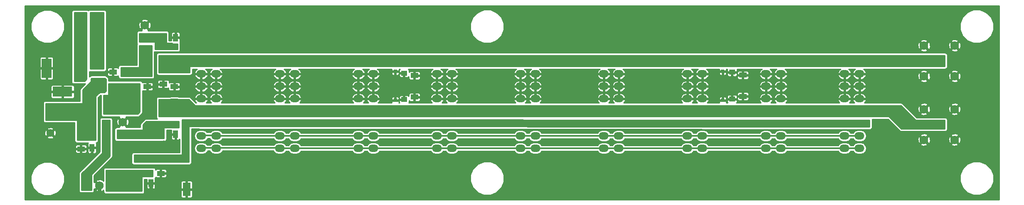
<source format=gtl>
G04 #@! TF.FileFunction,Copper,L1,Top,Signal*
%FSLAX46Y46*%
G04 Gerber Fmt 4.6, Leading zero omitted, Abs format (unit mm)*
G04 Created by KiCad (PCBNEW 4.0.2-stable) date 2019-10-18 11:27:55 AM*
%MOMM*%
G01*
G04 APERTURE LIST*
%ADD10C,0.200000*%
%ADD11R,1.600000X1.000000*%
%ADD12R,1.000000X1.600000*%
%ADD13R,2.397760X2.397760*%
%ADD14R,1.600000X2.800000*%
%ADD15C,1.750000*%
%ADD16R,1.750000X1.750000*%
%ADD17O,2.000000X1.500000*%
%ADD18R,2.000000X1.500000*%
%ADD19R,1.200000X3.900000*%
%ADD20R,3.900000X1.200000*%
%ADD21R,2.000000X4.000000*%
%ADD22R,2.000000X5.000000*%
%ADD23R,4.000000X2.000000*%
%ADD24R,1.700000X2.500000*%
%ADD25O,1.700000X2.500000*%
%ADD26R,0.750000X0.800000*%
%ADD27R,1.250000X1.000000*%
%ADD28R,1.600000X1.600000*%
%ADD29C,1.600000*%
%ADD30C,1.524000*%
%ADD31C,1.778000*%
%ADD32C,1.000000*%
%ADD33C,0.800000*%
%ADD34C,0.350000*%
%ADD35C,0.800000*%
%ADD36C,0.250000*%
%ADD37C,0.254000*%
G04 APERTURE END LIST*
D10*
D11*
X50000000Y-103000000D03*
X50000000Y-106000000D03*
D12*
X55250000Y-105750000D03*
X52250000Y-105750000D03*
D11*
X56500000Y-93250000D03*
X56500000Y-90250000D03*
X63500000Y-93250000D03*
X63500000Y-90250000D03*
D12*
X66250000Y-103000000D03*
X69250000Y-103000000D03*
X69250000Y-83250000D03*
X66250000Y-83250000D03*
X61250000Y-113000000D03*
X64250000Y-113000000D03*
D11*
X69000000Y-96250000D03*
X69000000Y-93250000D03*
X66750000Y-92750000D03*
X66750000Y-89750000D03*
X66250000Y-108000000D03*
X66250000Y-111000000D03*
D13*
X53500000Y-88300360D03*
X53500000Y-92699640D03*
D14*
X71500000Y-114250000D03*
D15*
X58500000Y-100500000D03*
D16*
X58500000Y-97960000D03*
D15*
X58500000Y-103040000D03*
X63000000Y-83250000D03*
D16*
X63000000Y-85790000D03*
D15*
X63000000Y-80710000D03*
X53750000Y-113500000D03*
D16*
X51210000Y-113500000D03*
D15*
X56290000Y-113500000D03*
D17*
X192520000Y-105890000D03*
X189480000Y-105890000D03*
X189480000Y-103350000D03*
X192520000Y-103350000D03*
X192520000Y-100810000D03*
X189480000Y-100810000D03*
X189480000Y-98270000D03*
X192520000Y-98270000D03*
X192520000Y-95730000D03*
X189480000Y-95730000D03*
D18*
X189480000Y-88110000D03*
D17*
X192520000Y-88110000D03*
X189480000Y-90650000D03*
X192520000Y-90650000D03*
X189480000Y-93190000D03*
X192520000Y-93190000D03*
X176520000Y-105890000D03*
X173480000Y-105890000D03*
X173480000Y-103350000D03*
X176520000Y-103350000D03*
X176520000Y-100810000D03*
X173480000Y-100810000D03*
X173480000Y-98270000D03*
X176520000Y-98270000D03*
X176520000Y-95730000D03*
X173480000Y-95730000D03*
D18*
X173480000Y-88110000D03*
D17*
X176520000Y-88110000D03*
X173480000Y-90650000D03*
X176520000Y-90650000D03*
X173480000Y-93190000D03*
X176520000Y-93190000D03*
X159520000Y-105890000D03*
X156480000Y-105890000D03*
X156480000Y-103350000D03*
X159520000Y-103350000D03*
X159520000Y-100810000D03*
X156480000Y-100810000D03*
X156480000Y-98270000D03*
X159520000Y-98270000D03*
X159520000Y-95730000D03*
X156480000Y-95730000D03*
D18*
X156480000Y-88110000D03*
D17*
X159520000Y-88110000D03*
X156480000Y-90650000D03*
X159520000Y-90650000D03*
X156480000Y-93190000D03*
X159520000Y-93190000D03*
X142520000Y-105890000D03*
X139480000Y-105890000D03*
X139480000Y-103350000D03*
X142520000Y-103350000D03*
X142520000Y-100810000D03*
X139480000Y-100810000D03*
X139480000Y-98270000D03*
X142520000Y-98270000D03*
X142520000Y-95730000D03*
X139480000Y-95730000D03*
D18*
X139480000Y-88110000D03*
D17*
X142520000Y-88110000D03*
X139480000Y-90650000D03*
X142520000Y-90650000D03*
X139480000Y-93190000D03*
X142520000Y-93190000D03*
X125520000Y-105890000D03*
X122480000Y-105890000D03*
X122480000Y-103350000D03*
X125520000Y-103350000D03*
X125520000Y-100810000D03*
X122480000Y-100810000D03*
X122480000Y-98270000D03*
X125520000Y-98270000D03*
X125520000Y-95730000D03*
X122480000Y-95730000D03*
D18*
X122480000Y-88110000D03*
D17*
X125520000Y-88110000D03*
X122480000Y-90650000D03*
X125520000Y-90650000D03*
X122480000Y-93190000D03*
X125520000Y-93190000D03*
X109520000Y-105890000D03*
X106480000Y-105890000D03*
X106480000Y-103350000D03*
X109520000Y-103350000D03*
X109520000Y-100810000D03*
X106480000Y-100810000D03*
X106480000Y-98270000D03*
X109520000Y-98270000D03*
X109520000Y-95730000D03*
X106480000Y-95730000D03*
D18*
X106480000Y-88110000D03*
D17*
X109520000Y-88110000D03*
X106480000Y-90650000D03*
X109520000Y-90650000D03*
X106480000Y-93190000D03*
X109520000Y-93190000D03*
X93520000Y-105890000D03*
X90480000Y-105890000D03*
X90480000Y-103350000D03*
X93520000Y-103350000D03*
X93520000Y-100810000D03*
X90480000Y-100810000D03*
X90480000Y-98270000D03*
X93520000Y-98270000D03*
X93520000Y-95730000D03*
X90480000Y-95730000D03*
D18*
X90480000Y-88110000D03*
D17*
X93520000Y-88110000D03*
X90480000Y-90650000D03*
X93520000Y-90650000D03*
X90480000Y-93190000D03*
X93520000Y-93190000D03*
D19*
X52350000Y-97000000D03*
X55150000Y-97000000D03*
X52350000Y-102250000D03*
X55150000Y-102250000D03*
D20*
X60000000Y-93150000D03*
X60000000Y-90350000D03*
D21*
X43000000Y-89500000D03*
D22*
X49650000Y-89500000D03*
D23*
X46250000Y-94300000D03*
D24*
X50250000Y-79500000D03*
D25*
X52790000Y-79500000D03*
D20*
X67750000Y-100900000D03*
X67750000Y-98100000D03*
X67750000Y-85100000D03*
X67750000Y-87900000D03*
X62750000Y-110900000D03*
X62750000Y-108100000D03*
D17*
X77520000Y-105890000D03*
X74480000Y-105890000D03*
X74480000Y-103350000D03*
X77520000Y-103350000D03*
X77520000Y-100810000D03*
X74480000Y-100810000D03*
X74480000Y-98270000D03*
X77520000Y-98270000D03*
X77520000Y-95730000D03*
X74480000Y-95730000D03*
D18*
X74480000Y-88110000D03*
D17*
X77520000Y-88110000D03*
X74480000Y-90650000D03*
X77520000Y-90650000D03*
X74480000Y-93190000D03*
X77520000Y-93190000D03*
X208520000Y-105890000D03*
X205480000Y-105890000D03*
X205480000Y-103350000D03*
X208520000Y-103350000D03*
X208520000Y-100810000D03*
X205480000Y-100810000D03*
X205480000Y-98270000D03*
X208520000Y-98270000D03*
X208520000Y-95730000D03*
X205480000Y-95730000D03*
D18*
X205480000Y-88110000D03*
D17*
X208520000Y-88110000D03*
X205480000Y-90650000D03*
X208520000Y-90650000D03*
X205480000Y-93190000D03*
X208520000Y-93190000D03*
D26*
X114000000Y-88650000D03*
X114000000Y-90150000D03*
D27*
X115800000Y-90500000D03*
X115800000Y-88500000D03*
D11*
X117900000Y-91000000D03*
X117900000Y-88000000D03*
D26*
X180700000Y-88650000D03*
X180700000Y-90150000D03*
D27*
X182600000Y-90300000D03*
X182600000Y-88300000D03*
D11*
X184800000Y-90900000D03*
X184800000Y-87900000D03*
D26*
X114000000Y-96050000D03*
X114000000Y-97550000D03*
D27*
X115800000Y-97900000D03*
X115800000Y-95900000D03*
D11*
X117900000Y-98400000D03*
X117900000Y-95400000D03*
D26*
X180700000Y-96050000D03*
X180700000Y-97550000D03*
D27*
X182600000Y-97800000D03*
X182600000Y-95800000D03*
D11*
X184800000Y-98250000D03*
X184800000Y-95250000D03*
D28*
X43750000Y-99250000D03*
D29*
X43750000Y-102750000D03*
D30*
X224800000Y-101000000D03*
D31*
X221670000Y-97870000D03*
X221670000Y-104130000D03*
X227930000Y-104130000D03*
X227930000Y-97870000D03*
D30*
X224800000Y-88000000D03*
D31*
X221670000Y-84870000D03*
X221670000Y-91130000D03*
X227930000Y-91130000D03*
X227930000Y-84870000D03*
D32*
X48750000Y-107500000D03*
X48750000Y-108750000D03*
X50000000Y-108750000D03*
X51500000Y-107500000D03*
X50000000Y-107500000D03*
X65700000Y-113000000D03*
X67000000Y-113000000D03*
X68200000Y-113000000D03*
X68200000Y-111000000D03*
X63600000Y-97300000D03*
X63600000Y-96000000D03*
X63600000Y-94700000D03*
X66800000Y-94700000D03*
X69000000Y-94700000D03*
X68100000Y-104800000D03*
X66900000Y-104800000D03*
X66900000Y-106000000D03*
X68100000Y-106000000D03*
X69200000Y-106000000D03*
X69200000Y-104800000D03*
X56500000Y-86300000D03*
X56500000Y-87500000D03*
X56500000Y-88700000D03*
X70700000Y-84900000D03*
X70700000Y-83200000D03*
X70700000Y-81600000D03*
X69300000Y-81600000D03*
D33*
X72400000Y-97000000D03*
X70500000Y-98900000D03*
X70950000Y-96200000D03*
X71400000Y-97000000D03*
X67300000Y-96400000D03*
X66300000Y-96400000D03*
X70500000Y-97000000D03*
X71400000Y-97900000D03*
X72400000Y-97900000D03*
X72400000Y-98900000D03*
X71400000Y-98900000D03*
X70500000Y-97900000D03*
X68800000Y-89800000D03*
X69700000Y-89800000D03*
X69700000Y-89800000D03*
X71600000Y-89800000D03*
X70600000Y-89800000D03*
X70600000Y-88800000D03*
X71600000Y-88800000D03*
X71600000Y-87900000D03*
X70600000Y-87900000D03*
D32*
X72500000Y-100750000D03*
X71250000Y-100750000D03*
X71250000Y-102000000D03*
X71250000Y-103250000D03*
X71250000Y-104500000D03*
X71250000Y-105750000D03*
X71250000Y-107000000D03*
X70750000Y-108000000D03*
X69500000Y-108000000D03*
X68250000Y-108000000D03*
D34*
X50000000Y-108750000D02*
X48750000Y-108750000D01*
X52250000Y-105750000D02*
X52250000Y-106750000D01*
X52250000Y-106750000D02*
X51500000Y-107500000D01*
X50000000Y-106000000D02*
X50000000Y-107500000D01*
X68200000Y-113000000D02*
X67000000Y-113000000D01*
X66250000Y-111000000D02*
X68200000Y-111000000D01*
X63600000Y-96000000D02*
X63600000Y-97300000D01*
X66800000Y-94700000D02*
X63600000Y-94700000D01*
X69000000Y-93250000D02*
X69000000Y-94700000D01*
X66900000Y-106000000D02*
X66900000Y-104800000D01*
X69200000Y-106000000D02*
X68100000Y-106000000D01*
X69250000Y-103000000D02*
X69250000Y-104750000D01*
X69250000Y-104750000D02*
X69200000Y-104800000D01*
X56500000Y-87500000D02*
X56500000Y-86300000D01*
X56500000Y-90250000D02*
X56500000Y-88700000D01*
X70700000Y-81600000D02*
X70700000Y-83200000D01*
X69250000Y-83250000D02*
X69250000Y-81650000D01*
X69250000Y-81650000D02*
X69300000Y-81600000D01*
D35*
X64000000Y-115500000D02*
X64250000Y-115250000D01*
X64250000Y-115250000D02*
X64250000Y-113000000D01*
X53750000Y-115500000D02*
X64000000Y-115500000D01*
X53750000Y-113500000D02*
X53750000Y-115500000D01*
D36*
X71400000Y-97000000D02*
X72400000Y-97000000D01*
D34*
X70500000Y-98900000D02*
X71400000Y-98900000D01*
D36*
X70500000Y-97000000D02*
X70500000Y-96650000D01*
X70500000Y-96650000D02*
X70950000Y-96200000D01*
X70500000Y-97000000D02*
X71400000Y-97000000D01*
D34*
X70500000Y-97000000D02*
X66900000Y-97000000D01*
X66900000Y-97000000D02*
X66300000Y-96400000D01*
X70500000Y-97900000D02*
X70500000Y-97000000D01*
X72400000Y-98900000D02*
X72400000Y-98000000D01*
X67750000Y-98100000D02*
X70400000Y-98100000D01*
X70400000Y-98100000D02*
X70500000Y-98200000D01*
X70600000Y-89800000D02*
X69700000Y-89800000D01*
X70600000Y-88800000D02*
X70600000Y-89800000D01*
X71600000Y-87900000D02*
X71600000Y-88800000D01*
X67750000Y-87900000D02*
X70600000Y-87900000D01*
X71250000Y-101750000D02*
X71250000Y-100750000D01*
X71250000Y-104250000D02*
X71250000Y-103000000D01*
X71250000Y-106750000D02*
X71250000Y-105500000D01*
X69500000Y-108000000D02*
X70750000Y-108000000D01*
X66250000Y-108000000D02*
X68250000Y-108000000D01*
X76600000Y-103200000D02*
X74060000Y-103200000D01*
X90730000Y-103350000D02*
X76650000Y-103350000D01*
X76650000Y-103350000D02*
X76540000Y-103240000D01*
X93270000Y-103350000D02*
X90730000Y-103350000D01*
X106730000Y-103350000D02*
X93270000Y-103350000D01*
X109270000Y-103350000D02*
X106730000Y-103350000D01*
X122730000Y-103350000D02*
X109270000Y-103350000D01*
X125270000Y-103350000D02*
X122730000Y-103350000D01*
X139730000Y-103350000D02*
X125270000Y-103350000D01*
X142270000Y-103350000D02*
X139730000Y-103350000D01*
X156730000Y-103350000D02*
X142270000Y-103350000D01*
X159270000Y-103350000D02*
X156730000Y-103350000D01*
X173730000Y-103350000D02*
X159270000Y-103350000D01*
X176270000Y-103350000D02*
X173730000Y-103350000D01*
X189730000Y-103350000D02*
X176270000Y-103350000D01*
X192270000Y-103350000D02*
X189730000Y-103350000D01*
X205730000Y-103350000D02*
X192270000Y-103350000D01*
X208270000Y-103350000D02*
X205730000Y-103350000D01*
X125270000Y-105890000D02*
X139730000Y-105890000D01*
X122730000Y-105890000D02*
X125270000Y-105890000D01*
X109270000Y-105890000D02*
X122730000Y-105890000D01*
X205730000Y-105890000D02*
X208270000Y-105890000D01*
X192270000Y-105890000D02*
X205730000Y-105890000D01*
X189730000Y-105890000D02*
X192270000Y-105890000D01*
X176270000Y-105890000D02*
X189730000Y-105890000D01*
X173730000Y-105890000D02*
X176270000Y-105890000D01*
X159270000Y-105890000D02*
X173730000Y-105890000D01*
X156730000Y-105890000D02*
X159270000Y-105890000D01*
X142270000Y-105890000D02*
X156730000Y-105890000D01*
X139730000Y-105890000D02*
X142270000Y-105890000D01*
X106730000Y-105890000D02*
X109270000Y-105890000D01*
X93270000Y-105890000D02*
X106730000Y-105890000D01*
X90730000Y-105890000D02*
X93270000Y-105890000D01*
X76540000Y-105780000D02*
X90620000Y-105780000D01*
X90620000Y-105780000D02*
X90730000Y-105890000D01*
X74000000Y-105780000D02*
X76540000Y-105780000D01*
D36*
G36*
X236990000Y-116340000D02*
X38600000Y-116340000D01*
X38600000Y-112778286D01*
X39754407Y-112778286D01*
X40274733Y-114037572D01*
X41237360Y-115001881D01*
X42495736Y-115524404D01*
X43858286Y-115525593D01*
X45117572Y-115005267D01*
X46081881Y-114042640D01*
X46604404Y-112784264D01*
X46605593Y-111421714D01*
X46431345Y-111000000D01*
X49575000Y-111000000D01*
X49575000Y-114500000D01*
X49604065Y-114654469D01*
X49695357Y-114796340D01*
X49834651Y-114891516D01*
X50000000Y-114925000D01*
X52250000Y-114925000D01*
X52404469Y-114895935D01*
X52546340Y-114804643D01*
X52641516Y-114665349D01*
X52675000Y-114500000D01*
X52675000Y-114160317D01*
X52827691Y-114242138D01*
X53569829Y-113500000D01*
X52827691Y-112757862D01*
X52675000Y-112839683D01*
X52675000Y-112577691D01*
X53007862Y-112577691D01*
X53750000Y-113319829D01*
X53764142Y-113305687D01*
X53944313Y-113485858D01*
X53930171Y-113500000D01*
X53944313Y-113514142D01*
X53764142Y-113694313D01*
X53750000Y-113680171D01*
X53007862Y-114422309D01*
X53105286Y-114604118D01*
X53576890Y-114766794D01*
X54074848Y-114736611D01*
X54394714Y-114604118D01*
X54492137Y-114422311D01*
X54562265Y-114492439D01*
X54575000Y-114479704D01*
X54575000Y-114750000D01*
X54604065Y-114904469D01*
X54695357Y-115046340D01*
X54834651Y-115141516D01*
X55000000Y-115175000D01*
X62500000Y-115175000D01*
X62654469Y-115145935D01*
X62796340Y-115054643D01*
X62891516Y-114915349D01*
X62925000Y-114750000D01*
X62925000Y-114472150D01*
X70321000Y-114472150D01*
X70321000Y-115725388D01*
X70378699Y-115864686D01*
X70485314Y-115971301D01*
X70624612Y-116029000D01*
X71277850Y-116029000D01*
X71372600Y-115934250D01*
X71372600Y-114377400D01*
X71627400Y-114377400D01*
X71627400Y-115934250D01*
X71722150Y-116029000D01*
X72375388Y-116029000D01*
X72514686Y-115971301D01*
X72621301Y-115864686D01*
X72679000Y-115725388D01*
X72679000Y-114472150D01*
X72584250Y-114377400D01*
X71627400Y-114377400D01*
X71372600Y-114377400D01*
X70415750Y-114377400D01*
X70321000Y-114472150D01*
X62925000Y-114472150D01*
X62925000Y-113222150D01*
X63371000Y-113222150D01*
X63371000Y-113875388D01*
X63428699Y-114014686D01*
X63535314Y-114121301D01*
X63674612Y-114179000D01*
X64027850Y-114179000D01*
X64122600Y-114084250D01*
X64122600Y-113127400D01*
X64377400Y-113127400D01*
X64377400Y-114084250D01*
X64472150Y-114179000D01*
X64825388Y-114179000D01*
X64964686Y-114121301D01*
X65071301Y-114014686D01*
X65129000Y-113875388D01*
X65129000Y-113222150D01*
X65034250Y-113127400D01*
X64377400Y-113127400D01*
X64122600Y-113127400D01*
X63465750Y-113127400D01*
X63371000Y-113222150D01*
X62925000Y-113222150D01*
X62925000Y-112175000D01*
X63371000Y-112175000D01*
X63371000Y-112777850D01*
X63465750Y-112872600D01*
X64122600Y-112872600D01*
X64122600Y-112852600D01*
X64377400Y-112852600D01*
X64377400Y-112872600D01*
X65034250Y-112872600D01*
X65129000Y-112777850D01*
X65129000Y-112774612D01*
X70321000Y-112774612D01*
X70321000Y-114027850D01*
X70415750Y-114122600D01*
X71372600Y-114122600D01*
X71372600Y-112565750D01*
X71627400Y-112565750D01*
X71627400Y-114122600D01*
X72584250Y-114122600D01*
X72679000Y-114027850D01*
X72679000Y-112774612D01*
X72639101Y-112678286D01*
X129274407Y-112678286D01*
X129794733Y-113937572D01*
X130757360Y-114901881D01*
X132015736Y-115424404D01*
X133378286Y-115425593D01*
X134637572Y-114905267D01*
X135601881Y-113942640D01*
X136124404Y-112684264D01*
X136124409Y-112678286D01*
X228984407Y-112678286D01*
X229504733Y-113937572D01*
X230467360Y-114901881D01*
X231725736Y-115424404D01*
X233088286Y-115425593D01*
X234347572Y-114905267D01*
X235311881Y-113942640D01*
X235834404Y-112684264D01*
X235835593Y-111321714D01*
X235315267Y-110062428D01*
X234352640Y-109098119D01*
X233094264Y-108575596D01*
X231731714Y-108574407D01*
X230472428Y-109094733D01*
X229508119Y-110057360D01*
X228985596Y-111315736D01*
X228984407Y-112678286D01*
X136124409Y-112678286D01*
X136125593Y-111321714D01*
X135605267Y-110062428D01*
X134642640Y-109098119D01*
X133384264Y-108575596D01*
X132021714Y-108574407D01*
X130762428Y-109094733D01*
X129798119Y-110057360D01*
X129275596Y-111315736D01*
X129274407Y-112678286D01*
X72639101Y-112678286D01*
X72621301Y-112635314D01*
X72514686Y-112528699D01*
X72375388Y-112471000D01*
X71722150Y-112471000D01*
X71627400Y-112565750D01*
X71372600Y-112565750D01*
X71277850Y-112471000D01*
X70624612Y-112471000D01*
X70485314Y-112528699D01*
X70378699Y-112635314D01*
X70321000Y-112774612D01*
X65129000Y-112774612D01*
X65129000Y-112124612D01*
X65079759Y-112005733D01*
X65141516Y-111915349D01*
X65173150Y-111759137D01*
X65235314Y-111821301D01*
X65374612Y-111879000D01*
X66027850Y-111879000D01*
X66122600Y-111784250D01*
X66122600Y-111127400D01*
X66377400Y-111127400D01*
X66377400Y-111784250D01*
X66472150Y-111879000D01*
X67125388Y-111879000D01*
X67264686Y-111821301D01*
X67371301Y-111714686D01*
X67429000Y-111575388D01*
X67429000Y-111222150D01*
X67334250Y-111127400D01*
X66377400Y-111127400D01*
X66122600Y-111127400D01*
X66102600Y-111127400D01*
X66102600Y-110872600D01*
X66122600Y-110872600D01*
X66122600Y-110215750D01*
X66377400Y-110215750D01*
X66377400Y-110872600D01*
X67334250Y-110872600D01*
X67429000Y-110777850D01*
X67429000Y-110424612D01*
X67371301Y-110285314D01*
X67264686Y-110178699D01*
X67125388Y-110121000D01*
X66472150Y-110121000D01*
X66377400Y-110215750D01*
X66122600Y-110215750D01*
X66027850Y-110121000D01*
X65374612Y-110121000D01*
X65235314Y-110178699D01*
X65173260Y-110240753D01*
X65145935Y-110095531D01*
X65054643Y-109953660D01*
X64915349Y-109858484D01*
X64750000Y-109825000D01*
X55000000Y-109825000D01*
X54845531Y-109854065D01*
X54703660Y-109945357D01*
X54608484Y-110084651D01*
X54575000Y-110250000D01*
X54575000Y-112520296D01*
X54562265Y-112507561D01*
X54492137Y-112577689D01*
X54394714Y-112395882D01*
X53923110Y-112233206D01*
X53425152Y-112263389D01*
X53105286Y-112395882D01*
X53007862Y-112577691D01*
X52675000Y-112577691D01*
X52675000Y-111426040D01*
X56300520Y-107800520D01*
X56391516Y-107665349D01*
X56425000Y-107500000D01*
X56425000Y-102000000D01*
X56825000Y-102000000D01*
X56825000Y-104000000D01*
X56854065Y-104154469D01*
X56945357Y-104296340D01*
X57084651Y-104391516D01*
X57250000Y-104425000D01*
X67000000Y-104425000D01*
X67154469Y-104395935D01*
X67296340Y-104304643D01*
X67391516Y-104165349D01*
X67425000Y-104000000D01*
X67425000Y-103222150D01*
X68371000Y-103222150D01*
X68371000Y-103875388D01*
X68428699Y-104014686D01*
X68535314Y-104121301D01*
X68674612Y-104179000D01*
X69027850Y-104179000D01*
X69122600Y-104084250D01*
X69122600Y-103127400D01*
X68465750Y-103127400D01*
X68371000Y-103222150D01*
X67425000Y-103222150D01*
X67425000Y-102175000D01*
X68371000Y-102175000D01*
X68371000Y-102777850D01*
X68465750Y-102872600D01*
X69122600Y-102872600D01*
X69122600Y-102852600D01*
X69377400Y-102852600D01*
X69377400Y-102872600D01*
X69397400Y-102872600D01*
X69397400Y-103127400D01*
X69377400Y-103127400D01*
X69377400Y-104084250D01*
X69472150Y-104179000D01*
X69825388Y-104179000D01*
X69964686Y-104121301D01*
X70071301Y-104014686D01*
X70075000Y-104005756D01*
X70075000Y-106675000D01*
X60700000Y-106675000D01*
X60545531Y-106704065D01*
X60403660Y-106795357D01*
X60308484Y-106934651D01*
X60275000Y-107100000D01*
X60275000Y-108800000D01*
X60304065Y-108954469D01*
X60395357Y-109096340D01*
X60534651Y-109191516D01*
X60700000Y-109225000D01*
X72100000Y-109225000D01*
X72254469Y-109195935D01*
X72396340Y-109104643D01*
X72491516Y-108965349D01*
X72525000Y-108800000D01*
X72525000Y-105890000D01*
X73027083Y-105890000D01*
X73116525Y-106339653D01*
X73371233Y-106720850D01*
X73752430Y-106975558D01*
X74202083Y-107065000D01*
X74757917Y-107065000D01*
X75207570Y-106975558D01*
X75588767Y-106720850D01*
X75816516Y-106380000D01*
X76183484Y-106380000D01*
X76411233Y-106720850D01*
X76792430Y-106975558D01*
X77242083Y-107065000D01*
X77797917Y-107065000D01*
X78247570Y-106975558D01*
X78628767Y-106720850D01*
X78856516Y-106380000D01*
X89143484Y-106380000D01*
X89371233Y-106720850D01*
X89752430Y-106975558D01*
X90202083Y-107065000D01*
X90757917Y-107065000D01*
X91207570Y-106975558D01*
X91588767Y-106720850D01*
X91743016Y-106490000D01*
X92256984Y-106490000D01*
X92411233Y-106720850D01*
X92792430Y-106975558D01*
X93242083Y-107065000D01*
X93797917Y-107065000D01*
X94247570Y-106975558D01*
X94628767Y-106720850D01*
X94783016Y-106490000D01*
X105216984Y-106490000D01*
X105371233Y-106720850D01*
X105752430Y-106975558D01*
X106202083Y-107065000D01*
X106757917Y-107065000D01*
X107207570Y-106975558D01*
X107588767Y-106720850D01*
X107743016Y-106490000D01*
X108256984Y-106490000D01*
X108411233Y-106720850D01*
X108792430Y-106975558D01*
X109242083Y-107065000D01*
X109797917Y-107065000D01*
X110247570Y-106975558D01*
X110628767Y-106720850D01*
X110783016Y-106490000D01*
X121216984Y-106490000D01*
X121371233Y-106720850D01*
X121752430Y-106975558D01*
X122202083Y-107065000D01*
X122757917Y-107065000D01*
X123207570Y-106975558D01*
X123588767Y-106720850D01*
X123743016Y-106490000D01*
X124256984Y-106490000D01*
X124411233Y-106720850D01*
X124792430Y-106975558D01*
X125242083Y-107065000D01*
X125797917Y-107065000D01*
X126247570Y-106975558D01*
X126628767Y-106720850D01*
X126783016Y-106490000D01*
X138216984Y-106490000D01*
X138371233Y-106720850D01*
X138752430Y-106975558D01*
X139202083Y-107065000D01*
X139757917Y-107065000D01*
X140207570Y-106975558D01*
X140588767Y-106720850D01*
X140743016Y-106490000D01*
X141256984Y-106490000D01*
X141411233Y-106720850D01*
X141792430Y-106975558D01*
X142242083Y-107065000D01*
X142797917Y-107065000D01*
X143247570Y-106975558D01*
X143628767Y-106720850D01*
X143783016Y-106490000D01*
X155216984Y-106490000D01*
X155371233Y-106720850D01*
X155752430Y-106975558D01*
X156202083Y-107065000D01*
X156757917Y-107065000D01*
X157207570Y-106975558D01*
X157588767Y-106720850D01*
X157743016Y-106490000D01*
X158256984Y-106490000D01*
X158411233Y-106720850D01*
X158792430Y-106975558D01*
X159242083Y-107065000D01*
X159797917Y-107065000D01*
X160247570Y-106975558D01*
X160628767Y-106720850D01*
X160783016Y-106490000D01*
X172216984Y-106490000D01*
X172371233Y-106720850D01*
X172752430Y-106975558D01*
X173202083Y-107065000D01*
X173757917Y-107065000D01*
X174207570Y-106975558D01*
X174588767Y-106720850D01*
X174743016Y-106490000D01*
X175256984Y-106490000D01*
X175411233Y-106720850D01*
X175792430Y-106975558D01*
X176242083Y-107065000D01*
X176797917Y-107065000D01*
X177247570Y-106975558D01*
X177628767Y-106720850D01*
X177783016Y-106490000D01*
X188216984Y-106490000D01*
X188371233Y-106720850D01*
X188752430Y-106975558D01*
X189202083Y-107065000D01*
X189757917Y-107065000D01*
X190207570Y-106975558D01*
X190588767Y-106720850D01*
X190743016Y-106490000D01*
X191256984Y-106490000D01*
X191411233Y-106720850D01*
X191792430Y-106975558D01*
X192242083Y-107065000D01*
X192797917Y-107065000D01*
X193247570Y-106975558D01*
X193628767Y-106720850D01*
X193783016Y-106490000D01*
X204216984Y-106490000D01*
X204371233Y-106720850D01*
X204752430Y-106975558D01*
X205202083Y-107065000D01*
X205757917Y-107065000D01*
X206207570Y-106975558D01*
X206588767Y-106720850D01*
X206743016Y-106490000D01*
X207256984Y-106490000D01*
X207411233Y-106720850D01*
X207792430Y-106975558D01*
X208242083Y-107065000D01*
X208797917Y-107065000D01*
X209247570Y-106975558D01*
X209628767Y-106720850D01*
X209883475Y-106339653D01*
X209972917Y-105890000D01*
X209883475Y-105440347D01*
X209630980Y-105062461D01*
X220917710Y-105062461D01*
X221016853Y-105245725D01*
X221493541Y-105410744D01*
X221997093Y-105380781D01*
X222323147Y-105245725D01*
X222422290Y-105062461D01*
X227177710Y-105062461D01*
X227276853Y-105245725D01*
X227753541Y-105410744D01*
X228257093Y-105380781D01*
X228583147Y-105245725D01*
X228682290Y-105062461D01*
X227930000Y-104310171D01*
X227177710Y-105062461D01*
X222422290Y-105062461D01*
X221670000Y-104310171D01*
X220917710Y-105062461D01*
X209630980Y-105062461D01*
X209628767Y-105059150D01*
X209247570Y-104804442D01*
X208797917Y-104715000D01*
X208242083Y-104715000D01*
X207792430Y-104804442D01*
X207411233Y-105059150D01*
X207256984Y-105290000D01*
X206743016Y-105290000D01*
X206588767Y-105059150D01*
X206207570Y-104804442D01*
X205757917Y-104715000D01*
X205202083Y-104715000D01*
X204752430Y-104804442D01*
X204371233Y-105059150D01*
X204216984Y-105290000D01*
X193783016Y-105290000D01*
X193628767Y-105059150D01*
X193247570Y-104804442D01*
X192797917Y-104715000D01*
X192242083Y-104715000D01*
X191792430Y-104804442D01*
X191411233Y-105059150D01*
X191256984Y-105290000D01*
X190743016Y-105290000D01*
X190588767Y-105059150D01*
X190207570Y-104804442D01*
X189757917Y-104715000D01*
X189202083Y-104715000D01*
X188752430Y-104804442D01*
X188371233Y-105059150D01*
X188216984Y-105290000D01*
X177783016Y-105290000D01*
X177628767Y-105059150D01*
X177247570Y-104804442D01*
X176797917Y-104715000D01*
X176242083Y-104715000D01*
X175792430Y-104804442D01*
X175411233Y-105059150D01*
X175256984Y-105290000D01*
X174743016Y-105290000D01*
X174588767Y-105059150D01*
X174207570Y-104804442D01*
X173757917Y-104715000D01*
X173202083Y-104715000D01*
X172752430Y-104804442D01*
X172371233Y-105059150D01*
X172216984Y-105290000D01*
X160783016Y-105290000D01*
X160628767Y-105059150D01*
X160247570Y-104804442D01*
X159797917Y-104715000D01*
X159242083Y-104715000D01*
X158792430Y-104804442D01*
X158411233Y-105059150D01*
X158256984Y-105290000D01*
X157743016Y-105290000D01*
X157588767Y-105059150D01*
X157207570Y-104804442D01*
X156757917Y-104715000D01*
X156202083Y-104715000D01*
X155752430Y-104804442D01*
X155371233Y-105059150D01*
X155216984Y-105290000D01*
X143783016Y-105290000D01*
X143628767Y-105059150D01*
X143247570Y-104804442D01*
X142797917Y-104715000D01*
X142242083Y-104715000D01*
X141792430Y-104804442D01*
X141411233Y-105059150D01*
X141256984Y-105290000D01*
X140743016Y-105290000D01*
X140588767Y-105059150D01*
X140207570Y-104804442D01*
X139757917Y-104715000D01*
X139202083Y-104715000D01*
X138752430Y-104804442D01*
X138371233Y-105059150D01*
X138216984Y-105290000D01*
X126783016Y-105290000D01*
X126628767Y-105059150D01*
X126247570Y-104804442D01*
X125797917Y-104715000D01*
X125242083Y-104715000D01*
X124792430Y-104804442D01*
X124411233Y-105059150D01*
X124256984Y-105290000D01*
X123743016Y-105290000D01*
X123588767Y-105059150D01*
X123207570Y-104804442D01*
X122757917Y-104715000D01*
X122202083Y-104715000D01*
X121752430Y-104804442D01*
X121371233Y-105059150D01*
X121216984Y-105290000D01*
X110783016Y-105290000D01*
X110628767Y-105059150D01*
X110247570Y-104804442D01*
X109797917Y-104715000D01*
X109242083Y-104715000D01*
X108792430Y-104804442D01*
X108411233Y-105059150D01*
X108256984Y-105290000D01*
X107743016Y-105290000D01*
X107588767Y-105059150D01*
X107207570Y-104804442D01*
X106757917Y-104715000D01*
X106202083Y-104715000D01*
X105752430Y-104804442D01*
X105371233Y-105059150D01*
X105216984Y-105290000D01*
X94783016Y-105290000D01*
X94628767Y-105059150D01*
X94247570Y-104804442D01*
X93797917Y-104715000D01*
X93242083Y-104715000D01*
X92792430Y-104804442D01*
X92411233Y-105059150D01*
X92256984Y-105290000D01*
X91743016Y-105290000D01*
X91588767Y-105059150D01*
X91207570Y-104804442D01*
X90757917Y-104715000D01*
X90202083Y-104715000D01*
X89752430Y-104804442D01*
X89371233Y-105059150D01*
X89290484Y-105180000D01*
X78709516Y-105180000D01*
X78628767Y-105059150D01*
X78247570Y-104804442D01*
X77797917Y-104715000D01*
X77242083Y-104715000D01*
X76792430Y-104804442D01*
X76411233Y-105059150D01*
X76330484Y-105180000D01*
X75669516Y-105180000D01*
X75588767Y-105059150D01*
X75207570Y-104804442D01*
X74757917Y-104715000D01*
X74202083Y-104715000D01*
X73752430Y-104804442D01*
X73371233Y-105059150D01*
X73116525Y-105440347D01*
X73027083Y-105890000D01*
X72525000Y-105890000D01*
X72525000Y-103350000D01*
X73027083Y-103350000D01*
X73116525Y-103799653D01*
X73371233Y-104180850D01*
X73752430Y-104435558D01*
X74202083Y-104525000D01*
X74757917Y-104525000D01*
X75207570Y-104435558D01*
X75588767Y-104180850D01*
X75843243Y-103800000D01*
X76156757Y-103800000D01*
X76411233Y-104180850D01*
X76792430Y-104435558D01*
X77242083Y-104525000D01*
X77797917Y-104525000D01*
X78247570Y-104435558D01*
X78628767Y-104180850D01*
X78783016Y-103950000D01*
X89216984Y-103950000D01*
X89371233Y-104180850D01*
X89752430Y-104435558D01*
X90202083Y-104525000D01*
X90757917Y-104525000D01*
X91207570Y-104435558D01*
X91588767Y-104180850D01*
X91743016Y-103950000D01*
X92256984Y-103950000D01*
X92411233Y-104180850D01*
X92792430Y-104435558D01*
X93242083Y-104525000D01*
X93797917Y-104525000D01*
X94247570Y-104435558D01*
X94628767Y-104180850D01*
X94783016Y-103950000D01*
X105216984Y-103950000D01*
X105371233Y-104180850D01*
X105752430Y-104435558D01*
X106202083Y-104525000D01*
X106757917Y-104525000D01*
X107207570Y-104435558D01*
X107588767Y-104180850D01*
X107743016Y-103950000D01*
X108256984Y-103950000D01*
X108411233Y-104180850D01*
X108792430Y-104435558D01*
X109242083Y-104525000D01*
X109797917Y-104525000D01*
X110247570Y-104435558D01*
X110628767Y-104180850D01*
X110783016Y-103950000D01*
X121216984Y-103950000D01*
X121371233Y-104180850D01*
X121752430Y-104435558D01*
X122202083Y-104525000D01*
X122757917Y-104525000D01*
X123207570Y-104435558D01*
X123588767Y-104180850D01*
X123743016Y-103950000D01*
X124256984Y-103950000D01*
X124411233Y-104180850D01*
X124792430Y-104435558D01*
X125242083Y-104525000D01*
X125797917Y-104525000D01*
X126247570Y-104435558D01*
X126628767Y-104180850D01*
X126783016Y-103950000D01*
X138216984Y-103950000D01*
X138371233Y-104180850D01*
X138752430Y-104435558D01*
X139202083Y-104525000D01*
X139757917Y-104525000D01*
X140207570Y-104435558D01*
X140588767Y-104180850D01*
X140743016Y-103950000D01*
X141256984Y-103950000D01*
X141411233Y-104180850D01*
X141792430Y-104435558D01*
X142242083Y-104525000D01*
X142797917Y-104525000D01*
X143247570Y-104435558D01*
X143628767Y-104180850D01*
X143783016Y-103950000D01*
X155216984Y-103950000D01*
X155371233Y-104180850D01*
X155752430Y-104435558D01*
X156202083Y-104525000D01*
X156757917Y-104525000D01*
X157207570Y-104435558D01*
X157588767Y-104180850D01*
X157743016Y-103950000D01*
X158256984Y-103950000D01*
X158411233Y-104180850D01*
X158792430Y-104435558D01*
X159242083Y-104525000D01*
X159797917Y-104525000D01*
X160247570Y-104435558D01*
X160628767Y-104180850D01*
X160783016Y-103950000D01*
X172216984Y-103950000D01*
X172371233Y-104180850D01*
X172752430Y-104435558D01*
X173202083Y-104525000D01*
X173757917Y-104525000D01*
X174207570Y-104435558D01*
X174588767Y-104180850D01*
X174743016Y-103950000D01*
X175256984Y-103950000D01*
X175411233Y-104180850D01*
X175792430Y-104435558D01*
X176242083Y-104525000D01*
X176797917Y-104525000D01*
X177247570Y-104435558D01*
X177628767Y-104180850D01*
X177783016Y-103950000D01*
X188216984Y-103950000D01*
X188371233Y-104180850D01*
X188752430Y-104435558D01*
X189202083Y-104525000D01*
X189757917Y-104525000D01*
X190207570Y-104435558D01*
X190588767Y-104180850D01*
X190743016Y-103950000D01*
X191256984Y-103950000D01*
X191411233Y-104180850D01*
X191792430Y-104435558D01*
X192242083Y-104525000D01*
X192797917Y-104525000D01*
X193247570Y-104435558D01*
X193628767Y-104180850D01*
X193783016Y-103950000D01*
X204216984Y-103950000D01*
X204371233Y-104180850D01*
X204752430Y-104435558D01*
X205202083Y-104525000D01*
X205757917Y-104525000D01*
X206207570Y-104435558D01*
X206588767Y-104180850D01*
X206743016Y-103950000D01*
X207256984Y-103950000D01*
X207411233Y-104180850D01*
X207792430Y-104435558D01*
X208242083Y-104525000D01*
X208797917Y-104525000D01*
X209247570Y-104435558D01*
X209628767Y-104180850D01*
X209780650Y-103953541D01*
X220389256Y-103953541D01*
X220419219Y-104457093D01*
X220554275Y-104783147D01*
X220737539Y-104882290D01*
X221489829Y-104130000D01*
X221850171Y-104130000D01*
X222602461Y-104882290D01*
X222785725Y-104783147D01*
X222950744Y-104306459D01*
X222929745Y-103953541D01*
X226649256Y-103953541D01*
X226679219Y-104457093D01*
X226814275Y-104783147D01*
X226997539Y-104882290D01*
X227749829Y-104130000D01*
X228110171Y-104130000D01*
X228862461Y-104882290D01*
X229045725Y-104783147D01*
X229210744Y-104306459D01*
X229180781Y-103802907D01*
X229045725Y-103476853D01*
X228862461Y-103377710D01*
X228110171Y-104130000D01*
X227749829Y-104130000D01*
X226997539Y-103377710D01*
X226814275Y-103476853D01*
X226649256Y-103953541D01*
X222929745Y-103953541D01*
X222920781Y-103802907D01*
X222785725Y-103476853D01*
X222602461Y-103377710D01*
X221850171Y-104130000D01*
X221489829Y-104130000D01*
X220737539Y-103377710D01*
X220554275Y-103476853D01*
X220389256Y-103953541D01*
X209780650Y-103953541D01*
X209883475Y-103799653D01*
X209972917Y-103350000D01*
X209942591Y-103197539D01*
X220917710Y-103197539D01*
X221670000Y-103949829D01*
X222422290Y-103197539D01*
X227177710Y-103197539D01*
X227930000Y-103949829D01*
X228682290Y-103197539D01*
X228583147Y-103014275D01*
X228106459Y-102849256D01*
X227602907Y-102879219D01*
X227276853Y-103014275D01*
X227177710Y-103197539D01*
X222422290Y-103197539D01*
X222323147Y-103014275D01*
X221846459Y-102849256D01*
X221342907Y-102879219D01*
X221016853Y-103014275D01*
X220917710Y-103197539D01*
X209942591Y-103197539D01*
X209883475Y-102900347D01*
X209628767Y-102519150D01*
X209247570Y-102264442D01*
X208797917Y-102175000D01*
X208242083Y-102175000D01*
X207792430Y-102264442D01*
X207411233Y-102519150D01*
X207256984Y-102750000D01*
X206743016Y-102750000D01*
X206588767Y-102519150D01*
X206207570Y-102264442D01*
X205757917Y-102175000D01*
X205202083Y-102175000D01*
X204752430Y-102264442D01*
X204371233Y-102519150D01*
X204216984Y-102750000D01*
X193783016Y-102750000D01*
X193628767Y-102519150D01*
X193247570Y-102264442D01*
X192797917Y-102175000D01*
X192242083Y-102175000D01*
X191792430Y-102264442D01*
X191411233Y-102519150D01*
X191256984Y-102750000D01*
X190743016Y-102750000D01*
X190588767Y-102519150D01*
X190207570Y-102264442D01*
X189757917Y-102175000D01*
X189202083Y-102175000D01*
X188752430Y-102264442D01*
X188371233Y-102519150D01*
X188216984Y-102750000D01*
X177783016Y-102750000D01*
X177628767Y-102519150D01*
X177247570Y-102264442D01*
X176797917Y-102175000D01*
X176242083Y-102175000D01*
X175792430Y-102264442D01*
X175411233Y-102519150D01*
X175256984Y-102750000D01*
X174743016Y-102750000D01*
X174588767Y-102519150D01*
X174207570Y-102264442D01*
X173757917Y-102175000D01*
X173202083Y-102175000D01*
X172752430Y-102264442D01*
X172371233Y-102519150D01*
X172216984Y-102750000D01*
X160783016Y-102750000D01*
X160628767Y-102519150D01*
X160247570Y-102264442D01*
X159797917Y-102175000D01*
X159242083Y-102175000D01*
X158792430Y-102264442D01*
X158411233Y-102519150D01*
X158256984Y-102750000D01*
X157743016Y-102750000D01*
X157588767Y-102519150D01*
X157207570Y-102264442D01*
X156757917Y-102175000D01*
X156202083Y-102175000D01*
X155752430Y-102264442D01*
X155371233Y-102519150D01*
X155216984Y-102750000D01*
X143783016Y-102750000D01*
X143628767Y-102519150D01*
X143247570Y-102264442D01*
X142797917Y-102175000D01*
X142242083Y-102175000D01*
X141792430Y-102264442D01*
X141411233Y-102519150D01*
X141256984Y-102750000D01*
X140743016Y-102750000D01*
X140588767Y-102519150D01*
X140207570Y-102264442D01*
X139757917Y-102175000D01*
X139202083Y-102175000D01*
X138752430Y-102264442D01*
X138371233Y-102519150D01*
X138216984Y-102750000D01*
X126783016Y-102750000D01*
X126628767Y-102519150D01*
X126247570Y-102264442D01*
X125797917Y-102175000D01*
X125242083Y-102175000D01*
X124792430Y-102264442D01*
X124411233Y-102519150D01*
X124256984Y-102750000D01*
X123743016Y-102750000D01*
X123588767Y-102519150D01*
X123207570Y-102264442D01*
X122757917Y-102175000D01*
X122202083Y-102175000D01*
X121752430Y-102264442D01*
X121371233Y-102519150D01*
X121216984Y-102750000D01*
X110783016Y-102750000D01*
X110628767Y-102519150D01*
X110247570Y-102264442D01*
X109797917Y-102175000D01*
X109242083Y-102175000D01*
X108792430Y-102264442D01*
X108411233Y-102519150D01*
X108256984Y-102750000D01*
X107743016Y-102750000D01*
X107588767Y-102519150D01*
X107207570Y-102264442D01*
X106757917Y-102175000D01*
X106202083Y-102175000D01*
X105752430Y-102264442D01*
X105371233Y-102519150D01*
X105216984Y-102750000D01*
X94783016Y-102750000D01*
X94628767Y-102519150D01*
X94247570Y-102264442D01*
X93797917Y-102175000D01*
X93242083Y-102175000D01*
X92792430Y-102264442D01*
X92411233Y-102519150D01*
X92256984Y-102750000D01*
X91743016Y-102750000D01*
X91588767Y-102519150D01*
X91207570Y-102264442D01*
X90757917Y-102175000D01*
X90202083Y-102175000D01*
X89752430Y-102264442D01*
X89371233Y-102519150D01*
X89216984Y-102750000D01*
X78783016Y-102750000D01*
X78628767Y-102519150D01*
X78247570Y-102264442D01*
X77797917Y-102175000D01*
X77242083Y-102175000D01*
X76792430Y-102264442D01*
X76411233Y-102519150D01*
X76357211Y-102600000D01*
X75642789Y-102600000D01*
X75588767Y-102519150D01*
X75207570Y-102264442D01*
X74757917Y-102175000D01*
X74202083Y-102175000D01*
X73752430Y-102264442D01*
X73371233Y-102519150D01*
X73116525Y-102900347D01*
X73027083Y-103350000D01*
X72525000Y-103350000D01*
X72525000Y-101925307D01*
X73907000Y-101926304D01*
X74202083Y-101985000D01*
X74757917Y-101985000D01*
X75048858Y-101927128D01*
X76958067Y-101928505D01*
X77242083Y-101985000D01*
X77797917Y-101985000D01*
X78077871Y-101929313D01*
X89965247Y-101937890D01*
X90202083Y-101985000D01*
X90757917Y-101985000D01*
X90991032Y-101938630D01*
X93016314Y-101940091D01*
X93242083Y-101985000D01*
X93797917Y-101985000D01*
X94020045Y-101940816D01*
X106023493Y-101949476D01*
X106202083Y-101985000D01*
X106757917Y-101985000D01*
X106933207Y-101950133D01*
X109074560Y-101951677D01*
X109242083Y-101985000D01*
X109797917Y-101985000D01*
X109962220Y-101952318D01*
X122081740Y-101961062D01*
X122202083Y-101985000D01*
X122757917Y-101985000D01*
X122875381Y-101961635D01*
X125132807Y-101963264D01*
X125242083Y-101985000D01*
X125797917Y-101985000D01*
X125904394Y-101963820D01*
X139143627Y-101973372D01*
X139202083Y-101985000D01*
X139757917Y-101985000D01*
X139813942Y-101973856D01*
X142194694Y-101975574D01*
X142242083Y-101985000D01*
X142797917Y-101985000D01*
X142842955Y-101976041D01*
X210699693Y-102025000D01*
X210854469Y-101995935D01*
X210996340Y-101904643D01*
X211091516Y-101765349D01*
X211125000Y-101600000D01*
X211125000Y-100000000D01*
X211110916Y-99925000D01*
X214323960Y-99925000D01*
X216699480Y-102300520D01*
X216834651Y-102391516D01*
X217000000Y-102425000D01*
X226000000Y-102425000D01*
X226154469Y-102395935D01*
X226296340Y-102304643D01*
X226391516Y-102165349D01*
X226425000Y-102000000D01*
X226425000Y-100000000D01*
X226395935Y-99845531D01*
X226304643Y-99703660D01*
X226165349Y-99608484D01*
X226000000Y-99575000D01*
X220176040Y-99575000D01*
X219403501Y-98802461D01*
X220917710Y-98802461D01*
X221016853Y-98985725D01*
X221493541Y-99150744D01*
X221997093Y-99120781D01*
X222323147Y-98985725D01*
X222422290Y-98802461D01*
X227177710Y-98802461D01*
X227276853Y-98985725D01*
X227753541Y-99150744D01*
X228257093Y-99120781D01*
X228583147Y-98985725D01*
X228682290Y-98802461D01*
X227930000Y-98050171D01*
X227177710Y-98802461D01*
X222422290Y-98802461D01*
X221670000Y-98050171D01*
X220917710Y-98802461D01*
X219403501Y-98802461D01*
X218294581Y-97693541D01*
X220389256Y-97693541D01*
X220419219Y-98197093D01*
X220554275Y-98523147D01*
X220737539Y-98622290D01*
X221489829Y-97870000D01*
X221850171Y-97870000D01*
X222602461Y-98622290D01*
X222785725Y-98523147D01*
X222950744Y-98046459D01*
X222929745Y-97693541D01*
X226649256Y-97693541D01*
X226679219Y-98197093D01*
X226814275Y-98523147D01*
X226997539Y-98622290D01*
X227749829Y-97870000D01*
X228110171Y-97870000D01*
X228862461Y-98622290D01*
X229045725Y-98523147D01*
X229210744Y-98046459D01*
X229180781Y-97542907D01*
X229045725Y-97216853D01*
X228862461Y-97117710D01*
X228110171Y-97870000D01*
X227749829Y-97870000D01*
X226997539Y-97117710D01*
X226814275Y-97216853D01*
X226649256Y-97693541D01*
X222929745Y-97693541D01*
X222920781Y-97542907D01*
X222785725Y-97216853D01*
X222602461Y-97117710D01*
X221850171Y-97870000D01*
X221489829Y-97870000D01*
X220737539Y-97117710D01*
X220554275Y-97216853D01*
X220389256Y-97693541D01*
X218294581Y-97693541D01*
X217538579Y-96937539D01*
X220917710Y-96937539D01*
X221670000Y-97689829D01*
X222422290Y-96937539D01*
X227177710Y-96937539D01*
X227930000Y-97689829D01*
X228682290Y-96937539D01*
X228583147Y-96754275D01*
X228106459Y-96589256D01*
X227602907Y-96619219D01*
X227276853Y-96754275D01*
X227177710Y-96937539D01*
X222422290Y-96937539D01*
X222323147Y-96754275D01*
X221846459Y-96589256D01*
X221342907Y-96619219D01*
X221016853Y-96754275D01*
X220917710Y-96937539D01*
X217538579Y-96937539D01*
X217300520Y-96699480D01*
X217165349Y-96608484D01*
X217000000Y-96575000D01*
X209511606Y-96575000D01*
X209616887Y-96496841D01*
X209845879Y-96114379D01*
X209858048Y-96031318D01*
X209796373Y-95857400D01*
X208647400Y-95857400D01*
X208647400Y-95877400D01*
X208392600Y-95877400D01*
X208392600Y-95857400D01*
X207243627Y-95857400D01*
X207181952Y-96031318D01*
X207194121Y-96114379D01*
X207423113Y-96496841D01*
X207528394Y-96575000D01*
X206471606Y-96575000D01*
X206576887Y-96496841D01*
X206805879Y-96114379D01*
X206818048Y-96031318D01*
X206756373Y-95857400D01*
X205607400Y-95857400D01*
X205607400Y-95877400D01*
X205352600Y-95877400D01*
X205352600Y-95857400D01*
X204203627Y-95857400D01*
X204141952Y-96031318D01*
X204154121Y-96114379D01*
X204383113Y-96496841D01*
X204488394Y-96575000D01*
X193511606Y-96575000D01*
X193616887Y-96496841D01*
X193845879Y-96114379D01*
X193858048Y-96031318D01*
X193796373Y-95857400D01*
X192647400Y-95857400D01*
X192647400Y-95877400D01*
X192392600Y-95877400D01*
X192392600Y-95857400D01*
X191243627Y-95857400D01*
X191181952Y-96031318D01*
X191194121Y-96114379D01*
X191423113Y-96496841D01*
X191528394Y-96575000D01*
X190471606Y-96575000D01*
X190576887Y-96496841D01*
X190805879Y-96114379D01*
X190818048Y-96031318D01*
X190756373Y-95857400D01*
X189607400Y-95857400D01*
X189607400Y-95877400D01*
X189352600Y-95877400D01*
X189352600Y-95857400D01*
X188203627Y-95857400D01*
X188141952Y-96031318D01*
X188154121Y-96114379D01*
X188383113Y-96496841D01*
X188488394Y-96575000D01*
X183485987Y-96575000D01*
X183546301Y-96514686D01*
X183604000Y-96375388D01*
X183604000Y-96022150D01*
X183509250Y-95927400D01*
X182727400Y-95927400D01*
X182727400Y-95947400D01*
X182472600Y-95947400D01*
X182472600Y-95927400D01*
X181690750Y-95927400D01*
X181596000Y-96022150D01*
X181596000Y-96375388D01*
X181653699Y-96514686D01*
X181714013Y-96575000D01*
X181433450Y-96575000D01*
X181454000Y-96525388D01*
X181454000Y-96272150D01*
X181359250Y-96177400D01*
X180827400Y-96177400D01*
X180827400Y-96197400D01*
X180572600Y-96197400D01*
X180572600Y-96177400D01*
X180040750Y-96177400D01*
X179946000Y-96272150D01*
X179946000Y-96525388D01*
X179966550Y-96575000D01*
X177511606Y-96575000D01*
X177616887Y-96496841D01*
X177845879Y-96114379D01*
X177858048Y-96031318D01*
X177796373Y-95857400D01*
X176647400Y-95857400D01*
X176647400Y-95877400D01*
X176392600Y-95877400D01*
X176392600Y-95857400D01*
X175243627Y-95857400D01*
X175181952Y-96031318D01*
X175194121Y-96114379D01*
X175423113Y-96496841D01*
X175528394Y-96575000D01*
X174471606Y-96575000D01*
X174576887Y-96496841D01*
X174805879Y-96114379D01*
X174818048Y-96031318D01*
X174756373Y-95857400D01*
X173607400Y-95857400D01*
X173607400Y-95877400D01*
X173352600Y-95877400D01*
X173352600Y-95857400D01*
X172203627Y-95857400D01*
X172141952Y-96031318D01*
X172154121Y-96114379D01*
X172383113Y-96496841D01*
X172488394Y-96575000D01*
X160511606Y-96575000D01*
X160616887Y-96496841D01*
X160845879Y-96114379D01*
X160858048Y-96031318D01*
X160796373Y-95857400D01*
X159647400Y-95857400D01*
X159647400Y-95877400D01*
X159392600Y-95877400D01*
X159392600Y-95857400D01*
X158243627Y-95857400D01*
X158181952Y-96031318D01*
X158194121Y-96114379D01*
X158423113Y-96496841D01*
X158528394Y-96575000D01*
X157471606Y-96575000D01*
X157576887Y-96496841D01*
X157805879Y-96114379D01*
X157818048Y-96031318D01*
X157756373Y-95857400D01*
X156607400Y-95857400D01*
X156607400Y-95877400D01*
X156352600Y-95877400D01*
X156352600Y-95857400D01*
X155203627Y-95857400D01*
X155141952Y-96031318D01*
X155154121Y-96114379D01*
X155383113Y-96496841D01*
X155488394Y-96575000D01*
X143511606Y-96575000D01*
X143616887Y-96496841D01*
X143845879Y-96114379D01*
X143858048Y-96031318D01*
X143796373Y-95857400D01*
X142647400Y-95857400D01*
X142647400Y-95877400D01*
X142392600Y-95877400D01*
X142392600Y-95857400D01*
X141243627Y-95857400D01*
X141181952Y-96031318D01*
X141194121Y-96114379D01*
X141423113Y-96496841D01*
X141528394Y-96575000D01*
X140471606Y-96575000D01*
X140576887Y-96496841D01*
X140805879Y-96114379D01*
X140818048Y-96031318D01*
X140756373Y-95857400D01*
X139607400Y-95857400D01*
X139607400Y-95877400D01*
X139352600Y-95877400D01*
X139352600Y-95857400D01*
X138203627Y-95857400D01*
X138141952Y-96031318D01*
X138154121Y-96114379D01*
X138383113Y-96496841D01*
X138488394Y-96575000D01*
X126511606Y-96575000D01*
X126616887Y-96496841D01*
X126845879Y-96114379D01*
X126858048Y-96031318D01*
X126796373Y-95857400D01*
X125647400Y-95857400D01*
X125647400Y-95877400D01*
X125392600Y-95877400D01*
X125392600Y-95857400D01*
X124243627Y-95857400D01*
X124181952Y-96031318D01*
X124194121Y-96114379D01*
X124423113Y-96496841D01*
X124528394Y-96575000D01*
X123471606Y-96575000D01*
X123576887Y-96496841D01*
X123805879Y-96114379D01*
X123818048Y-96031318D01*
X123756373Y-95857400D01*
X122607400Y-95857400D01*
X122607400Y-95877400D01*
X122352600Y-95877400D01*
X122352600Y-95857400D01*
X121203627Y-95857400D01*
X121141952Y-96031318D01*
X121154121Y-96114379D01*
X121383113Y-96496841D01*
X121488394Y-96575000D01*
X116762739Y-96575000D01*
X116804000Y-96475388D01*
X116804000Y-96139987D01*
X116885314Y-96221301D01*
X117024612Y-96279000D01*
X117677850Y-96279000D01*
X117772600Y-96184250D01*
X117772600Y-95527400D01*
X118027400Y-95527400D01*
X118027400Y-96184250D01*
X118122150Y-96279000D01*
X118775388Y-96279000D01*
X118914686Y-96221301D01*
X119021301Y-96114686D01*
X119079000Y-95975388D01*
X119079000Y-95622150D01*
X118984250Y-95527400D01*
X118027400Y-95527400D01*
X117772600Y-95527400D01*
X117752600Y-95527400D01*
X117752600Y-95428682D01*
X121141952Y-95428682D01*
X121203627Y-95602600D01*
X122352600Y-95602600D01*
X122352600Y-94688866D01*
X122607400Y-94688866D01*
X122607400Y-95602600D01*
X123756373Y-95602600D01*
X123818048Y-95428682D01*
X124181952Y-95428682D01*
X124243627Y-95602600D01*
X125392600Y-95602600D01*
X125392600Y-94688866D01*
X125647400Y-94688866D01*
X125647400Y-95602600D01*
X126796373Y-95602600D01*
X126858048Y-95428682D01*
X138141952Y-95428682D01*
X138203627Y-95602600D01*
X139352600Y-95602600D01*
X139352600Y-94688866D01*
X139607400Y-94688866D01*
X139607400Y-95602600D01*
X140756373Y-95602600D01*
X140818048Y-95428682D01*
X141181952Y-95428682D01*
X141243627Y-95602600D01*
X142392600Y-95602600D01*
X142392600Y-94688866D01*
X142647400Y-94688866D01*
X142647400Y-95602600D01*
X143796373Y-95602600D01*
X143858048Y-95428682D01*
X155141952Y-95428682D01*
X155203627Y-95602600D01*
X156352600Y-95602600D01*
X156352600Y-94688866D01*
X156607400Y-94688866D01*
X156607400Y-95602600D01*
X157756373Y-95602600D01*
X157818048Y-95428682D01*
X158181952Y-95428682D01*
X158243627Y-95602600D01*
X159392600Y-95602600D01*
X159392600Y-94688866D01*
X159647400Y-94688866D01*
X159647400Y-95602600D01*
X160796373Y-95602600D01*
X160858048Y-95428682D01*
X172141952Y-95428682D01*
X172203627Y-95602600D01*
X173352600Y-95602600D01*
X173352600Y-94688866D01*
X173607400Y-94688866D01*
X173607400Y-95602600D01*
X174756373Y-95602600D01*
X174818048Y-95428682D01*
X175181952Y-95428682D01*
X175243627Y-95602600D01*
X176392600Y-95602600D01*
X176392600Y-94688866D01*
X176647400Y-94688866D01*
X176647400Y-95602600D01*
X177796373Y-95602600D01*
X177806298Y-95574612D01*
X179946000Y-95574612D01*
X179946000Y-95827850D01*
X180040750Y-95922600D01*
X180572600Y-95922600D01*
X180572600Y-95365750D01*
X180827400Y-95365750D01*
X180827400Y-95922600D01*
X181359250Y-95922600D01*
X181454000Y-95827850D01*
X181454000Y-95574612D01*
X181396301Y-95435314D01*
X181289686Y-95328699D01*
X181150388Y-95271000D01*
X180922150Y-95271000D01*
X180827400Y-95365750D01*
X180572600Y-95365750D01*
X180477850Y-95271000D01*
X180249612Y-95271000D01*
X180110314Y-95328699D01*
X180003699Y-95435314D01*
X179946000Y-95574612D01*
X177806298Y-95574612D01*
X177858048Y-95428682D01*
X177845879Y-95345621D01*
X177773428Y-95224612D01*
X181596000Y-95224612D01*
X181596000Y-95577850D01*
X181690750Y-95672600D01*
X182472600Y-95672600D01*
X182472600Y-95015750D01*
X182727400Y-95015750D01*
X182727400Y-95672600D01*
X183509250Y-95672600D01*
X183604000Y-95577850D01*
X183604000Y-95472150D01*
X183621000Y-95472150D01*
X183621000Y-95825388D01*
X183678699Y-95964686D01*
X183785314Y-96071301D01*
X183924612Y-96129000D01*
X184577850Y-96129000D01*
X184672600Y-96034250D01*
X184672600Y-95377400D01*
X184927400Y-95377400D01*
X184927400Y-96034250D01*
X185022150Y-96129000D01*
X185675388Y-96129000D01*
X185814686Y-96071301D01*
X185921301Y-95964686D01*
X185979000Y-95825388D01*
X185979000Y-95472150D01*
X185935532Y-95428682D01*
X188141952Y-95428682D01*
X188203627Y-95602600D01*
X189352600Y-95602600D01*
X189352600Y-94688866D01*
X189607400Y-94688866D01*
X189607400Y-95602600D01*
X190756373Y-95602600D01*
X190818048Y-95428682D01*
X191181952Y-95428682D01*
X191243627Y-95602600D01*
X192392600Y-95602600D01*
X192392600Y-94688866D01*
X192647400Y-94688866D01*
X192647400Y-95602600D01*
X193796373Y-95602600D01*
X193858048Y-95428682D01*
X204141952Y-95428682D01*
X204203627Y-95602600D01*
X205352600Y-95602600D01*
X205352600Y-94688866D01*
X205607400Y-94688866D01*
X205607400Y-95602600D01*
X206756373Y-95602600D01*
X206818048Y-95428682D01*
X207181952Y-95428682D01*
X207243627Y-95602600D01*
X208392600Y-95602600D01*
X208392600Y-94688866D01*
X208647400Y-94688866D01*
X208647400Y-95602600D01*
X209796373Y-95602600D01*
X209858048Y-95428682D01*
X209845879Y-95345621D01*
X209616887Y-94963159D01*
X209258964Y-94697442D01*
X208826601Y-94588922D01*
X208647400Y-94688866D01*
X208392600Y-94688866D01*
X208213399Y-94588922D01*
X207781036Y-94697442D01*
X207423113Y-94963159D01*
X207194121Y-95345621D01*
X207181952Y-95428682D01*
X206818048Y-95428682D01*
X206805879Y-95345621D01*
X206576887Y-94963159D01*
X206218964Y-94697442D01*
X205786601Y-94588922D01*
X205607400Y-94688866D01*
X205352600Y-94688866D01*
X205173399Y-94588922D01*
X204741036Y-94697442D01*
X204383113Y-94963159D01*
X204154121Y-95345621D01*
X204141952Y-95428682D01*
X193858048Y-95428682D01*
X193845879Y-95345621D01*
X193616887Y-94963159D01*
X193258964Y-94697442D01*
X192826601Y-94588922D01*
X192647400Y-94688866D01*
X192392600Y-94688866D01*
X192213399Y-94588922D01*
X191781036Y-94697442D01*
X191423113Y-94963159D01*
X191194121Y-95345621D01*
X191181952Y-95428682D01*
X190818048Y-95428682D01*
X190805879Y-95345621D01*
X190576887Y-94963159D01*
X190218964Y-94697442D01*
X189786601Y-94588922D01*
X189607400Y-94688866D01*
X189352600Y-94688866D01*
X189173399Y-94588922D01*
X188741036Y-94697442D01*
X188383113Y-94963159D01*
X188154121Y-95345621D01*
X188141952Y-95428682D01*
X185935532Y-95428682D01*
X185884250Y-95377400D01*
X184927400Y-95377400D01*
X184672600Y-95377400D01*
X183715750Y-95377400D01*
X183621000Y-95472150D01*
X183604000Y-95472150D01*
X183604000Y-95224612D01*
X183546301Y-95085314D01*
X183439686Y-94978699D01*
X183300388Y-94921000D01*
X182822150Y-94921000D01*
X182727400Y-95015750D01*
X182472600Y-95015750D01*
X182377850Y-94921000D01*
X181899612Y-94921000D01*
X181760314Y-94978699D01*
X181653699Y-95085314D01*
X181596000Y-95224612D01*
X177773428Y-95224612D01*
X177616887Y-94963159D01*
X177258964Y-94697442D01*
X177168006Y-94674612D01*
X183621000Y-94674612D01*
X183621000Y-95027850D01*
X183715750Y-95122600D01*
X184672600Y-95122600D01*
X184672600Y-94465750D01*
X184927400Y-94465750D01*
X184927400Y-95122600D01*
X185884250Y-95122600D01*
X185979000Y-95027850D01*
X185979000Y-94674612D01*
X185921301Y-94535314D01*
X185814686Y-94428699D01*
X185675388Y-94371000D01*
X185022150Y-94371000D01*
X184927400Y-94465750D01*
X184672600Y-94465750D01*
X184577850Y-94371000D01*
X183924612Y-94371000D01*
X183785314Y-94428699D01*
X183678699Y-94535314D01*
X183621000Y-94674612D01*
X177168006Y-94674612D01*
X176826601Y-94588922D01*
X176647400Y-94688866D01*
X176392600Y-94688866D01*
X176213399Y-94588922D01*
X175781036Y-94697442D01*
X175423113Y-94963159D01*
X175194121Y-95345621D01*
X175181952Y-95428682D01*
X174818048Y-95428682D01*
X174805879Y-95345621D01*
X174576887Y-94963159D01*
X174218964Y-94697442D01*
X173786601Y-94588922D01*
X173607400Y-94688866D01*
X173352600Y-94688866D01*
X173173399Y-94588922D01*
X172741036Y-94697442D01*
X172383113Y-94963159D01*
X172154121Y-95345621D01*
X172141952Y-95428682D01*
X160858048Y-95428682D01*
X160845879Y-95345621D01*
X160616887Y-94963159D01*
X160258964Y-94697442D01*
X159826601Y-94588922D01*
X159647400Y-94688866D01*
X159392600Y-94688866D01*
X159213399Y-94588922D01*
X158781036Y-94697442D01*
X158423113Y-94963159D01*
X158194121Y-95345621D01*
X158181952Y-95428682D01*
X157818048Y-95428682D01*
X157805879Y-95345621D01*
X157576887Y-94963159D01*
X157218964Y-94697442D01*
X156786601Y-94588922D01*
X156607400Y-94688866D01*
X156352600Y-94688866D01*
X156173399Y-94588922D01*
X155741036Y-94697442D01*
X155383113Y-94963159D01*
X155154121Y-95345621D01*
X155141952Y-95428682D01*
X143858048Y-95428682D01*
X143845879Y-95345621D01*
X143616887Y-94963159D01*
X143258964Y-94697442D01*
X142826601Y-94588922D01*
X142647400Y-94688866D01*
X142392600Y-94688866D01*
X142213399Y-94588922D01*
X141781036Y-94697442D01*
X141423113Y-94963159D01*
X141194121Y-95345621D01*
X141181952Y-95428682D01*
X140818048Y-95428682D01*
X140805879Y-95345621D01*
X140576887Y-94963159D01*
X140218964Y-94697442D01*
X139786601Y-94588922D01*
X139607400Y-94688866D01*
X139352600Y-94688866D01*
X139173399Y-94588922D01*
X138741036Y-94697442D01*
X138383113Y-94963159D01*
X138154121Y-95345621D01*
X138141952Y-95428682D01*
X126858048Y-95428682D01*
X126845879Y-95345621D01*
X126616887Y-94963159D01*
X126258964Y-94697442D01*
X125826601Y-94588922D01*
X125647400Y-94688866D01*
X125392600Y-94688866D01*
X125213399Y-94588922D01*
X124781036Y-94697442D01*
X124423113Y-94963159D01*
X124194121Y-95345621D01*
X124181952Y-95428682D01*
X123818048Y-95428682D01*
X123805879Y-95345621D01*
X123576887Y-94963159D01*
X123218964Y-94697442D01*
X122786601Y-94588922D01*
X122607400Y-94688866D01*
X122352600Y-94688866D01*
X122173399Y-94588922D01*
X121741036Y-94697442D01*
X121383113Y-94963159D01*
X121154121Y-95345621D01*
X121141952Y-95428682D01*
X117752600Y-95428682D01*
X117752600Y-95272600D01*
X117772600Y-95272600D01*
X117772600Y-94615750D01*
X118027400Y-94615750D01*
X118027400Y-95272600D01*
X118984250Y-95272600D01*
X119079000Y-95177850D01*
X119079000Y-94824612D01*
X119021301Y-94685314D01*
X118914686Y-94578699D01*
X118775388Y-94521000D01*
X118122150Y-94521000D01*
X118027400Y-94615750D01*
X117772600Y-94615750D01*
X117677850Y-94521000D01*
X117024612Y-94521000D01*
X116885314Y-94578699D01*
X116778699Y-94685314D01*
X116721000Y-94824612D01*
X116721000Y-95160013D01*
X116639686Y-95078699D01*
X116500388Y-95021000D01*
X116022150Y-95021000D01*
X115927400Y-95115750D01*
X115927400Y-95772600D01*
X115947400Y-95772600D01*
X115947400Y-96027400D01*
X115927400Y-96027400D01*
X115927400Y-96047400D01*
X115672600Y-96047400D01*
X115672600Y-96027400D01*
X114890750Y-96027400D01*
X114796000Y-96122150D01*
X114796000Y-96475388D01*
X114837261Y-96575000D01*
X114733450Y-96575000D01*
X114754000Y-96525388D01*
X114754000Y-96272150D01*
X114659250Y-96177400D01*
X114127400Y-96177400D01*
X114127400Y-96197400D01*
X113872600Y-96197400D01*
X113872600Y-96177400D01*
X113340750Y-96177400D01*
X113246000Y-96272150D01*
X113246000Y-96525388D01*
X113266550Y-96575000D01*
X110511606Y-96575000D01*
X110616887Y-96496841D01*
X110845879Y-96114379D01*
X110858048Y-96031318D01*
X110796373Y-95857400D01*
X109647400Y-95857400D01*
X109647400Y-95877400D01*
X109392600Y-95877400D01*
X109392600Y-95857400D01*
X108243627Y-95857400D01*
X108181952Y-96031318D01*
X108194121Y-96114379D01*
X108423113Y-96496841D01*
X108528394Y-96575000D01*
X107471606Y-96575000D01*
X107576887Y-96496841D01*
X107805879Y-96114379D01*
X107818048Y-96031318D01*
X107756373Y-95857400D01*
X106607400Y-95857400D01*
X106607400Y-95877400D01*
X106352600Y-95877400D01*
X106352600Y-95857400D01*
X105203627Y-95857400D01*
X105141952Y-96031318D01*
X105154121Y-96114379D01*
X105383113Y-96496841D01*
X105488394Y-96575000D01*
X94511606Y-96575000D01*
X94616887Y-96496841D01*
X94845879Y-96114379D01*
X94858048Y-96031318D01*
X94796373Y-95857400D01*
X93647400Y-95857400D01*
X93647400Y-95877400D01*
X93392600Y-95877400D01*
X93392600Y-95857400D01*
X92243627Y-95857400D01*
X92181952Y-96031318D01*
X92194121Y-96114379D01*
X92423113Y-96496841D01*
X92528394Y-96575000D01*
X91471606Y-96575000D01*
X91576887Y-96496841D01*
X91805879Y-96114379D01*
X91818048Y-96031318D01*
X91756373Y-95857400D01*
X90607400Y-95857400D01*
X90607400Y-95877400D01*
X90352600Y-95877400D01*
X90352600Y-95857400D01*
X89203627Y-95857400D01*
X89141952Y-96031318D01*
X89154121Y-96114379D01*
X89383113Y-96496841D01*
X89488394Y-96575000D01*
X78511606Y-96575000D01*
X78616887Y-96496841D01*
X78845879Y-96114379D01*
X78858048Y-96031318D01*
X78796373Y-95857400D01*
X77647400Y-95857400D01*
X77647400Y-95877400D01*
X77392600Y-95877400D01*
X77392600Y-95857400D01*
X76243627Y-95857400D01*
X76181952Y-96031318D01*
X76194121Y-96114379D01*
X76423113Y-96496841D01*
X76528394Y-96575000D01*
X75471606Y-96575000D01*
X75576887Y-96496841D01*
X75805879Y-96114379D01*
X75818048Y-96031318D01*
X75756373Y-95857400D01*
X74607400Y-95857400D01*
X74607400Y-95877400D01*
X74352600Y-95877400D01*
X74352600Y-95857400D01*
X73203627Y-95857400D01*
X73141952Y-96031318D01*
X73154121Y-96114379D01*
X73383113Y-96496841D01*
X73488394Y-96575000D01*
X73426040Y-96575000D01*
X72300520Y-95449480D01*
X72269626Y-95428682D01*
X73141952Y-95428682D01*
X73203627Y-95602600D01*
X74352600Y-95602600D01*
X74352600Y-94688866D01*
X74607400Y-94688866D01*
X74607400Y-95602600D01*
X75756373Y-95602600D01*
X75818048Y-95428682D01*
X76181952Y-95428682D01*
X76243627Y-95602600D01*
X77392600Y-95602600D01*
X77392600Y-94688866D01*
X77647400Y-94688866D01*
X77647400Y-95602600D01*
X78796373Y-95602600D01*
X78858048Y-95428682D01*
X89141952Y-95428682D01*
X89203627Y-95602600D01*
X90352600Y-95602600D01*
X90352600Y-94688866D01*
X90607400Y-94688866D01*
X90607400Y-95602600D01*
X91756373Y-95602600D01*
X91818048Y-95428682D01*
X92181952Y-95428682D01*
X92243627Y-95602600D01*
X93392600Y-95602600D01*
X93392600Y-94688866D01*
X93647400Y-94688866D01*
X93647400Y-95602600D01*
X94796373Y-95602600D01*
X94858048Y-95428682D01*
X105141952Y-95428682D01*
X105203627Y-95602600D01*
X106352600Y-95602600D01*
X106352600Y-94688866D01*
X106607400Y-94688866D01*
X106607400Y-95602600D01*
X107756373Y-95602600D01*
X107818048Y-95428682D01*
X108181952Y-95428682D01*
X108243627Y-95602600D01*
X109392600Y-95602600D01*
X109392600Y-94688866D01*
X109647400Y-94688866D01*
X109647400Y-95602600D01*
X110796373Y-95602600D01*
X110806298Y-95574612D01*
X113246000Y-95574612D01*
X113246000Y-95827850D01*
X113340750Y-95922600D01*
X113872600Y-95922600D01*
X113872600Y-95365750D01*
X114127400Y-95365750D01*
X114127400Y-95922600D01*
X114659250Y-95922600D01*
X114754000Y-95827850D01*
X114754000Y-95574612D01*
X114696301Y-95435314D01*
X114589686Y-95328699D01*
X114579820Y-95324612D01*
X114796000Y-95324612D01*
X114796000Y-95677850D01*
X114890750Y-95772600D01*
X115672600Y-95772600D01*
X115672600Y-95115750D01*
X115577850Y-95021000D01*
X115099612Y-95021000D01*
X114960314Y-95078699D01*
X114853699Y-95185314D01*
X114796000Y-95324612D01*
X114579820Y-95324612D01*
X114450388Y-95271000D01*
X114222150Y-95271000D01*
X114127400Y-95365750D01*
X113872600Y-95365750D01*
X113777850Y-95271000D01*
X113549612Y-95271000D01*
X113410314Y-95328699D01*
X113303699Y-95435314D01*
X113246000Y-95574612D01*
X110806298Y-95574612D01*
X110858048Y-95428682D01*
X110845879Y-95345621D01*
X110616887Y-94963159D01*
X110258964Y-94697442D01*
X109826601Y-94588922D01*
X109647400Y-94688866D01*
X109392600Y-94688866D01*
X109213399Y-94588922D01*
X108781036Y-94697442D01*
X108423113Y-94963159D01*
X108194121Y-95345621D01*
X108181952Y-95428682D01*
X107818048Y-95428682D01*
X107805879Y-95345621D01*
X107576887Y-94963159D01*
X107218964Y-94697442D01*
X106786601Y-94588922D01*
X106607400Y-94688866D01*
X106352600Y-94688866D01*
X106173399Y-94588922D01*
X105741036Y-94697442D01*
X105383113Y-94963159D01*
X105154121Y-95345621D01*
X105141952Y-95428682D01*
X94858048Y-95428682D01*
X94845879Y-95345621D01*
X94616887Y-94963159D01*
X94258964Y-94697442D01*
X93826601Y-94588922D01*
X93647400Y-94688866D01*
X93392600Y-94688866D01*
X93213399Y-94588922D01*
X92781036Y-94697442D01*
X92423113Y-94963159D01*
X92194121Y-95345621D01*
X92181952Y-95428682D01*
X91818048Y-95428682D01*
X91805879Y-95345621D01*
X91576887Y-94963159D01*
X91218964Y-94697442D01*
X90786601Y-94588922D01*
X90607400Y-94688866D01*
X90352600Y-94688866D01*
X90173399Y-94588922D01*
X89741036Y-94697442D01*
X89383113Y-94963159D01*
X89154121Y-95345621D01*
X89141952Y-95428682D01*
X78858048Y-95428682D01*
X78845879Y-95345621D01*
X78616887Y-94963159D01*
X78258964Y-94697442D01*
X77826601Y-94588922D01*
X77647400Y-94688866D01*
X77392600Y-94688866D01*
X77213399Y-94588922D01*
X76781036Y-94697442D01*
X76423113Y-94963159D01*
X76194121Y-95345621D01*
X76181952Y-95428682D01*
X75818048Y-95428682D01*
X75805879Y-95345621D01*
X75576887Y-94963159D01*
X75218964Y-94697442D01*
X74786601Y-94588922D01*
X74607400Y-94688866D01*
X74352600Y-94688866D01*
X74173399Y-94588922D01*
X73741036Y-94697442D01*
X73383113Y-94963159D01*
X73154121Y-95345621D01*
X73141952Y-95428682D01*
X72269626Y-95428682D01*
X72165349Y-95358484D01*
X72000000Y-95325000D01*
X69841115Y-95325000D01*
X69800000Y-95316674D01*
X68200000Y-95316674D01*
X68155751Y-95325000D01*
X65750000Y-95325000D01*
X65595531Y-95354065D01*
X65453660Y-95445357D01*
X65358484Y-95584651D01*
X65325000Y-95750000D01*
X65325000Y-99500000D01*
X65354065Y-99654469D01*
X65445357Y-99796340D01*
X65487302Y-99825000D01*
X63250000Y-99825000D01*
X63090076Y-99856237D01*
X62949480Y-99949480D01*
X62199480Y-100699480D01*
X62108484Y-100834651D01*
X62075000Y-101000000D01*
X62075000Y-101575000D01*
X59160317Y-101575000D01*
X59242138Y-101422309D01*
X58500000Y-100680171D01*
X57757862Y-101422309D01*
X57839683Y-101575000D01*
X57250000Y-101575000D01*
X57095531Y-101604065D01*
X56953660Y-101695357D01*
X56858484Y-101834651D01*
X56825000Y-102000000D01*
X56425000Y-102000000D01*
X56425000Y-100326890D01*
X57233206Y-100326890D01*
X57263389Y-100824848D01*
X57395882Y-101144714D01*
X57577691Y-101242138D01*
X58319829Y-100500000D01*
X58680171Y-100500000D01*
X59422309Y-101242138D01*
X59604118Y-101144714D01*
X59766794Y-100673110D01*
X59736611Y-100175152D01*
X59604118Y-99855286D01*
X59422309Y-99757862D01*
X58680171Y-100500000D01*
X58319829Y-100500000D01*
X57577691Y-99757862D01*
X57395882Y-99855286D01*
X57233206Y-100326890D01*
X56425000Y-100326890D01*
X56425000Y-100000000D01*
X56395935Y-99845531D01*
X56304643Y-99703660D01*
X56165349Y-99608484D01*
X56000000Y-99575000D01*
X54250000Y-99575000D01*
X54095531Y-99604065D01*
X53953660Y-99695357D01*
X53858484Y-99834651D01*
X53825000Y-100000000D01*
X53825000Y-106573960D01*
X49699480Y-110699480D01*
X49608484Y-110834651D01*
X49575000Y-111000000D01*
X46431345Y-111000000D01*
X46085267Y-110162428D01*
X45122640Y-109198119D01*
X43864264Y-108675596D01*
X42501714Y-108674407D01*
X41242428Y-109194733D01*
X40278119Y-110157360D01*
X39755596Y-111415736D01*
X39754407Y-112778286D01*
X38600000Y-112778286D01*
X38600000Y-106222150D01*
X48821000Y-106222150D01*
X48821000Y-106575388D01*
X48878699Y-106714686D01*
X48985314Y-106821301D01*
X49124612Y-106879000D01*
X49777850Y-106879000D01*
X49872600Y-106784250D01*
X49872600Y-106127400D01*
X50127400Y-106127400D01*
X50127400Y-106784250D01*
X50222150Y-106879000D01*
X50875388Y-106879000D01*
X51014686Y-106821301D01*
X51121301Y-106714686D01*
X51179000Y-106575388D01*
X51179000Y-106222150D01*
X51084250Y-106127400D01*
X50127400Y-106127400D01*
X49872600Y-106127400D01*
X48915750Y-106127400D01*
X48821000Y-106222150D01*
X38600000Y-106222150D01*
X38600000Y-105972150D01*
X51371000Y-105972150D01*
X51371000Y-106625388D01*
X51428699Y-106764686D01*
X51535314Y-106871301D01*
X51674612Y-106929000D01*
X52027850Y-106929000D01*
X52122600Y-106834250D01*
X52122600Y-105877400D01*
X52377400Y-105877400D01*
X52377400Y-106834250D01*
X52472150Y-106929000D01*
X52825388Y-106929000D01*
X52964686Y-106871301D01*
X53071301Y-106764686D01*
X53129000Y-106625388D01*
X53129000Y-105972150D01*
X53034250Y-105877400D01*
X52377400Y-105877400D01*
X52122600Y-105877400D01*
X51465750Y-105877400D01*
X51371000Y-105972150D01*
X38600000Y-105972150D01*
X38600000Y-105424612D01*
X48821000Y-105424612D01*
X48821000Y-105777850D01*
X48915750Y-105872600D01*
X49872600Y-105872600D01*
X49872600Y-105215750D01*
X50127400Y-105215750D01*
X50127400Y-105872600D01*
X51084250Y-105872600D01*
X51179000Y-105777850D01*
X51179000Y-105424612D01*
X51121301Y-105285314D01*
X51014686Y-105178699D01*
X50875388Y-105121000D01*
X50222150Y-105121000D01*
X50127400Y-105215750D01*
X49872600Y-105215750D01*
X49777850Y-105121000D01*
X49124612Y-105121000D01*
X48985314Y-105178699D01*
X48878699Y-105285314D01*
X48821000Y-105424612D01*
X38600000Y-105424612D01*
X38600000Y-103617899D01*
X43062271Y-103617899D01*
X43150472Y-103791925D01*
X43594836Y-103942043D01*
X44062822Y-103910683D01*
X44349528Y-103791925D01*
X44437729Y-103617899D01*
X43750000Y-102930171D01*
X43062271Y-103617899D01*
X38600000Y-103617899D01*
X38600000Y-102594836D01*
X42557957Y-102594836D01*
X42589317Y-103062822D01*
X42708075Y-103349528D01*
X42882101Y-103437729D01*
X43569829Y-102750000D01*
X43930171Y-102750000D01*
X44617899Y-103437729D01*
X44791925Y-103349528D01*
X44942043Y-102905164D01*
X44910683Y-102437178D01*
X44791925Y-102150472D01*
X44617899Y-102062271D01*
X43930171Y-102750000D01*
X43569829Y-102750000D01*
X42882101Y-102062271D01*
X42708075Y-102150472D01*
X42557957Y-102594836D01*
X38600000Y-102594836D01*
X38600000Y-101882101D01*
X43062271Y-101882101D01*
X43750000Y-102569829D01*
X44437729Y-101882101D01*
X44349528Y-101708075D01*
X43905164Y-101557957D01*
X43437178Y-101589317D01*
X43150472Y-101708075D01*
X43062271Y-101882101D01*
X38600000Y-101882101D01*
X38600000Y-96600000D01*
X42275000Y-96600000D01*
X42275000Y-100200000D01*
X42304065Y-100354469D01*
X42395357Y-100496340D01*
X42534651Y-100591516D01*
X42700000Y-100625000D01*
X48675000Y-100625000D01*
X48675000Y-104300000D01*
X48704065Y-104454469D01*
X48795357Y-104596340D01*
X48934651Y-104691516D01*
X49100000Y-104725000D01*
X51439013Y-104725000D01*
X51428699Y-104735314D01*
X51371000Y-104874612D01*
X51371000Y-105527850D01*
X51465750Y-105622600D01*
X52122600Y-105622600D01*
X52122600Y-105602600D01*
X52377400Y-105602600D01*
X52377400Y-105622600D01*
X53034250Y-105622600D01*
X53129000Y-105527850D01*
X53129000Y-104874612D01*
X53071301Y-104735314D01*
X53060987Y-104725000D01*
X53100000Y-104725000D01*
X53254469Y-104695935D01*
X53396340Y-104604643D01*
X53491516Y-104465349D01*
X53525000Y-104300000D01*
X53525000Y-95476040D01*
X53976040Y-95025000D01*
X54075000Y-95025000D01*
X54075000Y-99000000D01*
X54104065Y-99154469D01*
X54195357Y-99296340D01*
X54334651Y-99391516D01*
X54500000Y-99425000D01*
X57839683Y-99425000D01*
X57757862Y-99577691D01*
X58500000Y-100319829D01*
X59242138Y-99577691D01*
X59160317Y-99425000D01*
X61600000Y-99425000D01*
X61759924Y-99393763D01*
X61900520Y-99300520D01*
X62400520Y-98800520D01*
X62491516Y-98665349D01*
X62525000Y-98500000D01*
X62525000Y-94087739D01*
X62624612Y-94129000D01*
X63277850Y-94129000D01*
X63372600Y-94034250D01*
X63372600Y-93377400D01*
X63627400Y-93377400D01*
X63627400Y-94034250D01*
X63722150Y-94129000D01*
X64375388Y-94129000D01*
X64514686Y-94071301D01*
X64621301Y-93964686D01*
X64679000Y-93825388D01*
X64679000Y-93472150D01*
X64584250Y-93377400D01*
X63627400Y-93377400D01*
X63372600Y-93377400D01*
X63352600Y-93377400D01*
X63352600Y-93122600D01*
X63372600Y-93122600D01*
X63372600Y-92465750D01*
X63627400Y-92465750D01*
X63627400Y-93122600D01*
X64584250Y-93122600D01*
X64679000Y-93027850D01*
X64679000Y-92972150D01*
X65571000Y-92972150D01*
X65571000Y-93325388D01*
X65628699Y-93464686D01*
X65735314Y-93571301D01*
X65874612Y-93629000D01*
X66527850Y-93629000D01*
X66622600Y-93534250D01*
X66622600Y-92877400D01*
X65665750Y-92877400D01*
X65571000Y-92972150D01*
X64679000Y-92972150D01*
X64679000Y-92674612D01*
X64621301Y-92535314D01*
X64514686Y-92428699D01*
X64375388Y-92371000D01*
X63722150Y-92371000D01*
X63627400Y-92465750D01*
X63372600Y-92465750D01*
X63277850Y-92371000D01*
X62624612Y-92371000D01*
X62509685Y-92418604D01*
X62495935Y-92345531D01*
X62404643Y-92203660D01*
X62362131Y-92174612D01*
X65571000Y-92174612D01*
X65571000Y-92527850D01*
X65665750Y-92622600D01*
X66622600Y-92622600D01*
X66622600Y-91965750D01*
X66877400Y-91965750D01*
X66877400Y-92622600D01*
X66897400Y-92622600D01*
X66897400Y-92877400D01*
X66877400Y-92877400D01*
X66877400Y-93534250D01*
X66972150Y-93629000D01*
X67625388Y-93629000D01*
X67764686Y-93571301D01*
X67821000Y-93514987D01*
X67821000Y-93825388D01*
X67878699Y-93964686D01*
X67985314Y-94071301D01*
X68124612Y-94129000D01*
X68777850Y-94129000D01*
X68872600Y-94034250D01*
X68872600Y-93377400D01*
X69127400Y-93377400D01*
X69127400Y-94034250D01*
X69222150Y-94129000D01*
X69875388Y-94129000D01*
X70014686Y-94071301D01*
X70121301Y-93964686D01*
X70179000Y-93825388D01*
X70179000Y-93491318D01*
X73141952Y-93491318D01*
X73154121Y-93574379D01*
X73383113Y-93956841D01*
X73741036Y-94222558D01*
X74173399Y-94331078D01*
X74352600Y-94231134D01*
X74352600Y-93317400D01*
X74607400Y-93317400D01*
X74607400Y-94231134D01*
X74786601Y-94331078D01*
X75218964Y-94222558D01*
X75576887Y-93956841D01*
X75805879Y-93574379D01*
X75818048Y-93491318D01*
X76181952Y-93491318D01*
X76194121Y-93574379D01*
X76423113Y-93956841D01*
X76781036Y-94222558D01*
X77213399Y-94331078D01*
X77392600Y-94231134D01*
X77392600Y-93317400D01*
X77647400Y-93317400D01*
X77647400Y-94231134D01*
X77826601Y-94331078D01*
X78258964Y-94222558D01*
X78616887Y-93956841D01*
X78845879Y-93574379D01*
X78858048Y-93491318D01*
X89141952Y-93491318D01*
X89154121Y-93574379D01*
X89383113Y-93956841D01*
X89741036Y-94222558D01*
X90173399Y-94331078D01*
X90352600Y-94231134D01*
X90352600Y-93317400D01*
X90607400Y-93317400D01*
X90607400Y-94231134D01*
X90786601Y-94331078D01*
X91218964Y-94222558D01*
X91576887Y-93956841D01*
X91805879Y-93574379D01*
X91818048Y-93491318D01*
X92181952Y-93491318D01*
X92194121Y-93574379D01*
X92423113Y-93956841D01*
X92781036Y-94222558D01*
X93213399Y-94331078D01*
X93392600Y-94231134D01*
X93392600Y-93317400D01*
X93647400Y-93317400D01*
X93647400Y-94231134D01*
X93826601Y-94331078D01*
X94258964Y-94222558D01*
X94616887Y-93956841D01*
X94845879Y-93574379D01*
X94858048Y-93491318D01*
X105141952Y-93491318D01*
X105154121Y-93574379D01*
X105383113Y-93956841D01*
X105741036Y-94222558D01*
X106173399Y-94331078D01*
X106352600Y-94231134D01*
X106352600Y-93317400D01*
X106607400Y-93317400D01*
X106607400Y-94231134D01*
X106786601Y-94331078D01*
X107218964Y-94222558D01*
X107576887Y-93956841D01*
X107805879Y-93574379D01*
X107818048Y-93491318D01*
X108181952Y-93491318D01*
X108194121Y-93574379D01*
X108423113Y-93956841D01*
X108781036Y-94222558D01*
X109213399Y-94331078D01*
X109392600Y-94231134D01*
X109392600Y-93317400D01*
X109647400Y-93317400D01*
X109647400Y-94231134D01*
X109826601Y-94331078D01*
X110258964Y-94222558D01*
X110616887Y-93956841D01*
X110845879Y-93574379D01*
X110858048Y-93491318D01*
X121141952Y-93491318D01*
X121154121Y-93574379D01*
X121383113Y-93956841D01*
X121741036Y-94222558D01*
X122173399Y-94331078D01*
X122352600Y-94231134D01*
X122352600Y-93317400D01*
X122607400Y-93317400D01*
X122607400Y-94231134D01*
X122786601Y-94331078D01*
X123218964Y-94222558D01*
X123576887Y-93956841D01*
X123805879Y-93574379D01*
X123818048Y-93491318D01*
X124181952Y-93491318D01*
X124194121Y-93574379D01*
X124423113Y-93956841D01*
X124781036Y-94222558D01*
X125213399Y-94331078D01*
X125392600Y-94231134D01*
X125392600Y-93317400D01*
X125647400Y-93317400D01*
X125647400Y-94231134D01*
X125826601Y-94331078D01*
X126258964Y-94222558D01*
X126616887Y-93956841D01*
X126845879Y-93574379D01*
X126858048Y-93491318D01*
X138141952Y-93491318D01*
X138154121Y-93574379D01*
X138383113Y-93956841D01*
X138741036Y-94222558D01*
X139173399Y-94331078D01*
X139352600Y-94231134D01*
X139352600Y-93317400D01*
X139607400Y-93317400D01*
X139607400Y-94231134D01*
X139786601Y-94331078D01*
X140218964Y-94222558D01*
X140576887Y-93956841D01*
X140805879Y-93574379D01*
X140818048Y-93491318D01*
X141181952Y-93491318D01*
X141194121Y-93574379D01*
X141423113Y-93956841D01*
X141781036Y-94222558D01*
X142213399Y-94331078D01*
X142392600Y-94231134D01*
X142392600Y-93317400D01*
X142647400Y-93317400D01*
X142647400Y-94231134D01*
X142826601Y-94331078D01*
X143258964Y-94222558D01*
X143616887Y-93956841D01*
X143845879Y-93574379D01*
X143858048Y-93491318D01*
X155141952Y-93491318D01*
X155154121Y-93574379D01*
X155383113Y-93956841D01*
X155741036Y-94222558D01*
X156173399Y-94331078D01*
X156352600Y-94231134D01*
X156352600Y-93317400D01*
X156607400Y-93317400D01*
X156607400Y-94231134D01*
X156786601Y-94331078D01*
X157218964Y-94222558D01*
X157576887Y-93956841D01*
X157805879Y-93574379D01*
X157818048Y-93491318D01*
X158181952Y-93491318D01*
X158194121Y-93574379D01*
X158423113Y-93956841D01*
X158781036Y-94222558D01*
X159213399Y-94331078D01*
X159392600Y-94231134D01*
X159392600Y-93317400D01*
X159647400Y-93317400D01*
X159647400Y-94231134D01*
X159826601Y-94331078D01*
X160258964Y-94222558D01*
X160616887Y-93956841D01*
X160845879Y-93574379D01*
X160858048Y-93491318D01*
X172141952Y-93491318D01*
X172154121Y-93574379D01*
X172383113Y-93956841D01*
X172741036Y-94222558D01*
X173173399Y-94331078D01*
X173352600Y-94231134D01*
X173352600Y-93317400D01*
X173607400Y-93317400D01*
X173607400Y-94231134D01*
X173786601Y-94331078D01*
X174218964Y-94222558D01*
X174576887Y-93956841D01*
X174805879Y-93574379D01*
X174818048Y-93491318D01*
X175181952Y-93491318D01*
X175194121Y-93574379D01*
X175423113Y-93956841D01*
X175781036Y-94222558D01*
X176213399Y-94331078D01*
X176392600Y-94231134D01*
X176392600Y-93317400D01*
X176647400Y-93317400D01*
X176647400Y-94231134D01*
X176826601Y-94331078D01*
X177258964Y-94222558D01*
X177616887Y-93956841D01*
X177845879Y-93574379D01*
X177858048Y-93491318D01*
X188141952Y-93491318D01*
X188154121Y-93574379D01*
X188383113Y-93956841D01*
X188741036Y-94222558D01*
X189173399Y-94331078D01*
X189352600Y-94231134D01*
X189352600Y-93317400D01*
X189607400Y-93317400D01*
X189607400Y-94231134D01*
X189786601Y-94331078D01*
X190218964Y-94222558D01*
X190576887Y-93956841D01*
X190805879Y-93574379D01*
X190818048Y-93491318D01*
X191181952Y-93491318D01*
X191194121Y-93574379D01*
X191423113Y-93956841D01*
X191781036Y-94222558D01*
X192213399Y-94331078D01*
X192392600Y-94231134D01*
X192392600Y-93317400D01*
X192647400Y-93317400D01*
X192647400Y-94231134D01*
X192826601Y-94331078D01*
X193258964Y-94222558D01*
X193616887Y-93956841D01*
X193845879Y-93574379D01*
X193858048Y-93491318D01*
X204141952Y-93491318D01*
X204154121Y-93574379D01*
X204383113Y-93956841D01*
X204741036Y-94222558D01*
X205173399Y-94331078D01*
X205352600Y-94231134D01*
X205352600Y-93317400D01*
X205607400Y-93317400D01*
X205607400Y-94231134D01*
X205786601Y-94331078D01*
X206218964Y-94222558D01*
X206576887Y-93956841D01*
X206805879Y-93574379D01*
X206818048Y-93491318D01*
X207181952Y-93491318D01*
X207194121Y-93574379D01*
X207423113Y-93956841D01*
X207781036Y-94222558D01*
X208213399Y-94331078D01*
X208392600Y-94231134D01*
X208392600Y-93317400D01*
X208647400Y-93317400D01*
X208647400Y-94231134D01*
X208826601Y-94331078D01*
X209258964Y-94222558D01*
X209616887Y-93956841D01*
X209845879Y-93574379D01*
X209858048Y-93491318D01*
X209796373Y-93317400D01*
X208647400Y-93317400D01*
X208392600Y-93317400D01*
X207243627Y-93317400D01*
X207181952Y-93491318D01*
X206818048Y-93491318D01*
X206756373Y-93317400D01*
X205607400Y-93317400D01*
X205352600Y-93317400D01*
X204203627Y-93317400D01*
X204141952Y-93491318D01*
X193858048Y-93491318D01*
X193796373Y-93317400D01*
X192647400Y-93317400D01*
X192392600Y-93317400D01*
X191243627Y-93317400D01*
X191181952Y-93491318D01*
X190818048Y-93491318D01*
X190756373Y-93317400D01*
X189607400Y-93317400D01*
X189352600Y-93317400D01*
X188203627Y-93317400D01*
X188141952Y-93491318D01*
X177858048Y-93491318D01*
X177796373Y-93317400D01*
X176647400Y-93317400D01*
X176392600Y-93317400D01*
X175243627Y-93317400D01*
X175181952Y-93491318D01*
X174818048Y-93491318D01*
X174756373Y-93317400D01*
X173607400Y-93317400D01*
X173352600Y-93317400D01*
X172203627Y-93317400D01*
X172141952Y-93491318D01*
X160858048Y-93491318D01*
X160796373Y-93317400D01*
X159647400Y-93317400D01*
X159392600Y-93317400D01*
X158243627Y-93317400D01*
X158181952Y-93491318D01*
X157818048Y-93491318D01*
X157756373Y-93317400D01*
X156607400Y-93317400D01*
X156352600Y-93317400D01*
X155203627Y-93317400D01*
X155141952Y-93491318D01*
X143858048Y-93491318D01*
X143796373Y-93317400D01*
X142647400Y-93317400D01*
X142392600Y-93317400D01*
X141243627Y-93317400D01*
X141181952Y-93491318D01*
X140818048Y-93491318D01*
X140756373Y-93317400D01*
X139607400Y-93317400D01*
X139352600Y-93317400D01*
X138203627Y-93317400D01*
X138141952Y-93491318D01*
X126858048Y-93491318D01*
X126796373Y-93317400D01*
X125647400Y-93317400D01*
X125392600Y-93317400D01*
X124243627Y-93317400D01*
X124181952Y-93491318D01*
X123818048Y-93491318D01*
X123756373Y-93317400D01*
X122607400Y-93317400D01*
X122352600Y-93317400D01*
X121203627Y-93317400D01*
X121141952Y-93491318D01*
X110858048Y-93491318D01*
X110796373Y-93317400D01*
X109647400Y-93317400D01*
X109392600Y-93317400D01*
X108243627Y-93317400D01*
X108181952Y-93491318D01*
X107818048Y-93491318D01*
X107756373Y-93317400D01*
X106607400Y-93317400D01*
X106352600Y-93317400D01*
X105203627Y-93317400D01*
X105141952Y-93491318D01*
X94858048Y-93491318D01*
X94796373Y-93317400D01*
X93647400Y-93317400D01*
X93392600Y-93317400D01*
X92243627Y-93317400D01*
X92181952Y-93491318D01*
X91818048Y-93491318D01*
X91756373Y-93317400D01*
X90607400Y-93317400D01*
X90352600Y-93317400D01*
X89203627Y-93317400D01*
X89141952Y-93491318D01*
X78858048Y-93491318D01*
X78796373Y-93317400D01*
X77647400Y-93317400D01*
X77392600Y-93317400D01*
X76243627Y-93317400D01*
X76181952Y-93491318D01*
X75818048Y-93491318D01*
X75756373Y-93317400D01*
X74607400Y-93317400D01*
X74352600Y-93317400D01*
X73203627Y-93317400D01*
X73141952Y-93491318D01*
X70179000Y-93491318D01*
X70179000Y-93472150D01*
X70084250Y-93377400D01*
X69127400Y-93377400D01*
X68872600Y-93377400D01*
X68852600Y-93377400D01*
X68852600Y-93122600D01*
X68872600Y-93122600D01*
X68872600Y-92465750D01*
X69127400Y-92465750D01*
X69127400Y-93122600D01*
X70084250Y-93122600D01*
X70179000Y-93027850D01*
X70179000Y-92888682D01*
X73141952Y-92888682D01*
X73203627Y-93062600D01*
X74352600Y-93062600D01*
X74352600Y-92148866D01*
X74607400Y-92148866D01*
X74607400Y-93062600D01*
X75756373Y-93062600D01*
X75818048Y-92888682D01*
X76181952Y-92888682D01*
X76243627Y-93062600D01*
X77392600Y-93062600D01*
X77392600Y-92148866D01*
X77647400Y-92148866D01*
X77647400Y-93062600D01*
X78796373Y-93062600D01*
X78858048Y-92888682D01*
X89141952Y-92888682D01*
X89203627Y-93062600D01*
X90352600Y-93062600D01*
X90352600Y-92148866D01*
X90607400Y-92148866D01*
X90607400Y-93062600D01*
X91756373Y-93062600D01*
X91818048Y-92888682D01*
X92181952Y-92888682D01*
X92243627Y-93062600D01*
X93392600Y-93062600D01*
X93392600Y-92148866D01*
X93647400Y-92148866D01*
X93647400Y-93062600D01*
X94796373Y-93062600D01*
X94858048Y-92888682D01*
X105141952Y-92888682D01*
X105203627Y-93062600D01*
X106352600Y-93062600D01*
X106352600Y-92148866D01*
X106607400Y-92148866D01*
X106607400Y-93062600D01*
X107756373Y-93062600D01*
X107818048Y-92888682D01*
X108181952Y-92888682D01*
X108243627Y-93062600D01*
X109392600Y-93062600D01*
X109392600Y-92148866D01*
X109647400Y-92148866D01*
X109647400Y-93062600D01*
X110796373Y-93062600D01*
X110858048Y-92888682D01*
X121141952Y-92888682D01*
X121203627Y-93062600D01*
X122352600Y-93062600D01*
X122352600Y-92148866D01*
X122607400Y-92148866D01*
X122607400Y-93062600D01*
X123756373Y-93062600D01*
X123818048Y-92888682D01*
X124181952Y-92888682D01*
X124243627Y-93062600D01*
X125392600Y-93062600D01*
X125392600Y-92148866D01*
X125647400Y-92148866D01*
X125647400Y-93062600D01*
X126796373Y-93062600D01*
X126858048Y-92888682D01*
X138141952Y-92888682D01*
X138203627Y-93062600D01*
X139352600Y-93062600D01*
X139352600Y-92148866D01*
X139607400Y-92148866D01*
X139607400Y-93062600D01*
X140756373Y-93062600D01*
X140818048Y-92888682D01*
X141181952Y-92888682D01*
X141243627Y-93062600D01*
X142392600Y-93062600D01*
X142392600Y-92148866D01*
X142647400Y-92148866D01*
X142647400Y-93062600D01*
X143796373Y-93062600D01*
X143858048Y-92888682D01*
X155141952Y-92888682D01*
X155203627Y-93062600D01*
X156352600Y-93062600D01*
X156352600Y-92148866D01*
X156607400Y-92148866D01*
X156607400Y-93062600D01*
X157756373Y-93062600D01*
X157818048Y-92888682D01*
X158181952Y-92888682D01*
X158243627Y-93062600D01*
X159392600Y-93062600D01*
X159392600Y-92148866D01*
X159647400Y-92148866D01*
X159647400Y-93062600D01*
X160796373Y-93062600D01*
X160858048Y-92888682D01*
X172141952Y-92888682D01*
X172203627Y-93062600D01*
X173352600Y-93062600D01*
X173352600Y-92148866D01*
X173607400Y-92148866D01*
X173607400Y-93062600D01*
X174756373Y-93062600D01*
X174818048Y-92888682D01*
X175181952Y-92888682D01*
X175243627Y-93062600D01*
X176392600Y-93062600D01*
X176392600Y-92148866D01*
X176647400Y-92148866D01*
X176647400Y-93062600D01*
X177796373Y-93062600D01*
X177858048Y-92888682D01*
X188141952Y-92888682D01*
X188203627Y-93062600D01*
X189352600Y-93062600D01*
X189352600Y-92148866D01*
X189607400Y-92148866D01*
X189607400Y-93062600D01*
X190756373Y-93062600D01*
X190818048Y-92888682D01*
X191181952Y-92888682D01*
X191243627Y-93062600D01*
X192392600Y-93062600D01*
X192392600Y-92148866D01*
X192647400Y-92148866D01*
X192647400Y-93062600D01*
X193796373Y-93062600D01*
X193858048Y-92888682D01*
X204141952Y-92888682D01*
X204203627Y-93062600D01*
X205352600Y-93062600D01*
X205352600Y-92148866D01*
X205607400Y-92148866D01*
X205607400Y-93062600D01*
X206756373Y-93062600D01*
X206818048Y-92888682D01*
X207181952Y-92888682D01*
X207243627Y-93062600D01*
X208392600Y-93062600D01*
X208392600Y-92148866D01*
X208647400Y-92148866D01*
X208647400Y-93062600D01*
X209796373Y-93062600D01*
X209858048Y-92888682D01*
X209845879Y-92805621D01*
X209616887Y-92423159D01*
X209258964Y-92157442D01*
X208880543Y-92062461D01*
X220917710Y-92062461D01*
X221016853Y-92245725D01*
X221493541Y-92410744D01*
X221997093Y-92380781D01*
X222323147Y-92245725D01*
X222422290Y-92062461D01*
X227177710Y-92062461D01*
X227276853Y-92245725D01*
X227753541Y-92410744D01*
X228257093Y-92380781D01*
X228583147Y-92245725D01*
X228682290Y-92062461D01*
X227930000Y-91310171D01*
X227177710Y-92062461D01*
X222422290Y-92062461D01*
X221670000Y-91310171D01*
X220917710Y-92062461D01*
X208880543Y-92062461D01*
X208826601Y-92048922D01*
X208647400Y-92148866D01*
X208392600Y-92148866D01*
X208213399Y-92048922D01*
X207781036Y-92157442D01*
X207423113Y-92423159D01*
X207194121Y-92805621D01*
X207181952Y-92888682D01*
X206818048Y-92888682D01*
X206805879Y-92805621D01*
X206576887Y-92423159D01*
X206218964Y-92157442D01*
X205786601Y-92048922D01*
X205607400Y-92148866D01*
X205352600Y-92148866D01*
X205173399Y-92048922D01*
X204741036Y-92157442D01*
X204383113Y-92423159D01*
X204154121Y-92805621D01*
X204141952Y-92888682D01*
X193858048Y-92888682D01*
X193845879Y-92805621D01*
X193616887Y-92423159D01*
X193258964Y-92157442D01*
X192826601Y-92048922D01*
X192647400Y-92148866D01*
X192392600Y-92148866D01*
X192213399Y-92048922D01*
X191781036Y-92157442D01*
X191423113Y-92423159D01*
X191194121Y-92805621D01*
X191181952Y-92888682D01*
X190818048Y-92888682D01*
X190805879Y-92805621D01*
X190576887Y-92423159D01*
X190218964Y-92157442D01*
X189786601Y-92048922D01*
X189607400Y-92148866D01*
X189352600Y-92148866D01*
X189173399Y-92048922D01*
X188741036Y-92157442D01*
X188383113Y-92423159D01*
X188154121Y-92805621D01*
X188141952Y-92888682D01*
X177858048Y-92888682D01*
X177845879Y-92805621D01*
X177616887Y-92423159D01*
X177258964Y-92157442D01*
X176826601Y-92048922D01*
X176647400Y-92148866D01*
X176392600Y-92148866D01*
X176213399Y-92048922D01*
X175781036Y-92157442D01*
X175423113Y-92423159D01*
X175194121Y-92805621D01*
X175181952Y-92888682D01*
X174818048Y-92888682D01*
X174805879Y-92805621D01*
X174576887Y-92423159D01*
X174218964Y-92157442D01*
X173786601Y-92048922D01*
X173607400Y-92148866D01*
X173352600Y-92148866D01*
X173173399Y-92048922D01*
X172741036Y-92157442D01*
X172383113Y-92423159D01*
X172154121Y-92805621D01*
X172141952Y-92888682D01*
X160858048Y-92888682D01*
X160845879Y-92805621D01*
X160616887Y-92423159D01*
X160258964Y-92157442D01*
X159826601Y-92048922D01*
X159647400Y-92148866D01*
X159392600Y-92148866D01*
X159213399Y-92048922D01*
X158781036Y-92157442D01*
X158423113Y-92423159D01*
X158194121Y-92805621D01*
X158181952Y-92888682D01*
X157818048Y-92888682D01*
X157805879Y-92805621D01*
X157576887Y-92423159D01*
X157218964Y-92157442D01*
X156786601Y-92048922D01*
X156607400Y-92148866D01*
X156352600Y-92148866D01*
X156173399Y-92048922D01*
X155741036Y-92157442D01*
X155383113Y-92423159D01*
X155154121Y-92805621D01*
X155141952Y-92888682D01*
X143858048Y-92888682D01*
X143845879Y-92805621D01*
X143616887Y-92423159D01*
X143258964Y-92157442D01*
X142826601Y-92048922D01*
X142647400Y-92148866D01*
X142392600Y-92148866D01*
X142213399Y-92048922D01*
X141781036Y-92157442D01*
X141423113Y-92423159D01*
X141194121Y-92805621D01*
X141181952Y-92888682D01*
X140818048Y-92888682D01*
X140805879Y-92805621D01*
X140576887Y-92423159D01*
X140218964Y-92157442D01*
X139786601Y-92048922D01*
X139607400Y-92148866D01*
X139352600Y-92148866D01*
X139173399Y-92048922D01*
X138741036Y-92157442D01*
X138383113Y-92423159D01*
X138154121Y-92805621D01*
X138141952Y-92888682D01*
X126858048Y-92888682D01*
X126845879Y-92805621D01*
X126616887Y-92423159D01*
X126258964Y-92157442D01*
X125826601Y-92048922D01*
X125647400Y-92148866D01*
X125392600Y-92148866D01*
X125213399Y-92048922D01*
X124781036Y-92157442D01*
X124423113Y-92423159D01*
X124194121Y-92805621D01*
X124181952Y-92888682D01*
X123818048Y-92888682D01*
X123805879Y-92805621D01*
X123576887Y-92423159D01*
X123218964Y-92157442D01*
X122786601Y-92048922D01*
X122607400Y-92148866D01*
X122352600Y-92148866D01*
X122173399Y-92048922D01*
X121741036Y-92157442D01*
X121383113Y-92423159D01*
X121154121Y-92805621D01*
X121141952Y-92888682D01*
X110858048Y-92888682D01*
X110845879Y-92805621D01*
X110616887Y-92423159D01*
X110258964Y-92157442D01*
X109826601Y-92048922D01*
X109647400Y-92148866D01*
X109392600Y-92148866D01*
X109213399Y-92048922D01*
X108781036Y-92157442D01*
X108423113Y-92423159D01*
X108194121Y-92805621D01*
X108181952Y-92888682D01*
X107818048Y-92888682D01*
X107805879Y-92805621D01*
X107576887Y-92423159D01*
X107218964Y-92157442D01*
X106786601Y-92048922D01*
X106607400Y-92148866D01*
X106352600Y-92148866D01*
X106173399Y-92048922D01*
X105741036Y-92157442D01*
X105383113Y-92423159D01*
X105154121Y-92805621D01*
X105141952Y-92888682D01*
X94858048Y-92888682D01*
X94845879Y-92805621D01*
X94616887Y-92423159D01*
X94258964Y-92157442D01*
X93826601Y-92048922D01*
X93647400Y-92148866D01*
X93392600Y-92148866D01*
X93213399Y-92048922D01*
X92781036Y-92157442D01*
X92423113Y-92423159D01*
X92194121Y-92805621D01*
X92181952Y-92888682D01*
X91818048Y-92888682D01*
X91805879Y-92805621D01*
X91576887Y-92423159D01*
X91218964Y-92157442D01*
X90786601Y-92048922D01*
X90607400Y-92148866D01*
X90352600Y-92148866D01*
X90173399Y-92048922D01*
X89741036Y-92157442D01*
X89383113Y-92423159D01*
X89154121Y-92805621D01*
X89141952Y-92888682D01*
X78858048Y-92888682D01*
X78845879Y-92805621D01*
X78616887Y-92423159D01*
X78258964Y-92157442D01*
X77826601Y-92048922D01*
X77647400Y-92148866D01*
X77392600Y-92148866D01*
X77213399Y-92048922D01*
X76781036Y-92157442D01*
X76423113Y-92423159D01*
X76194121Y-92805621D01*
X76181952Y-92888682D01*
X75818048Y-92888682D01*
X75805879Y-92805621D01*
X75576887Y-92423159D01*
X75218964Y-92157442D01*
X74786601Y-92048922D01*
X74607400Y-92148866D01*
X74352600Y-92148866D01*
X74173399Y-92048922D01*
X73741036Y-92157442D01*
X73383113Y-92423159D01*
X73154121Y-92805621D01*
X73141952Y-92888682D01*
X70179000Y-92888682D01*
X70179000Y-92674612D01*
X70121301Y-92535314D01*
X70014686Y-92428699D01*
X69875388Y-92371000D01*
X69222150Y-92371000D01*
X69127400Y-92465750D01*
X68872600Y-92465750D01*
X68777850Y-92371000D01*
X68124612Y-92371000D01*
X67985314Y-92428699D01*
X67929000Y-92485013D01*
X67929000Y-92174612D01*
X67871301Y-92035314D01*
X67764686Y-91928699D01*
X67625388Y-91871000D01*
X66972150Y-91871000D01*
X66877400Y-91965750D01*
X66622600Y-91965750D01*
X66527850Y-91871000D01*
X65874612Y-91871000D01*
X65735314Y-91928699D01*
X65628699Y-92035314D01*
X65571000Y-92174612D01*
X62362131Y-92174612D01*
X62265349Y-92108484D01*
X62100000Y-92075000D01*
X55625000Y-92075000D01*
X55625000Y-91700000D01*
X55593763Y-91540076D01*
X55500520Y-91399480D01*
X55200520Y-91099480D01*
X55065349Y-91008484D01*
X54900000Y-90975000D01*
X52100000Y-90975000D01*
X51940076Y-91006237D01*
X51799480Y-91099480D01*
X51675000Y-91223960D01*
X51675000Y-90472150D01*
X55321000Y-90472150D01*
X55321000Y-90825388D01*
X55378699Y-90964686D01*
X55485314Y-91071301D01*
X55624612Y-91129000D01*
X56277850Y-91129000D01*
X56372600Y-91034250D01*
X56372600Y-90377400D01*
X55415750Y-90377400D01*
X55321000Y-90472150D01*
X51675000Y-90472150D01*
X51675000Y-90159812D01*
X51750000Y-90175000D01*
X54750000Y-90175000D01*
X54904469Y-90145935D01*
X55046340Y-90054643D01*
X55141516Y-89915349D01*
X55175000Y-89750000D01*
X55175000Y-89674612D01*
X55321000Y-89674612D01*
X55321000Y-90027850D01*
X55415750Y-90122600D01*
X56372600Y-90122600D01*
X56372600Y-89465750D01*
X56627400Y-89465750D01*
X56627400Y-90122600D01*
X56647400Y-90122600D01*
X56647400Y-90377400D01*
X56627400Y-90377400D01*
X56627400Y-91034250D01*
X56722150Y-91129000D01*
X57375388Y-91129000D01*
X57514686Y-91071301D01*
X57575000Y-91010987D01*
X57575000Y-91250000D01*
X57604065Y-91404469D01*
X57695357Y-91546340D01*
X57834651Y-91641516D01*
X58000000Y-91675000D01*
X64500000Y-91675000D01*
X64654469Y-91645935D01*
X64796340Y-91554643D01*
X64891516Y-91415349D01*
X64925000Y-91250000D01*
X64925000Y-90951318D01*
X73141952Y-90951318D01*
X73154121Y-91034379D01*
X73383113Y-91416841D01*
X73741036Y-91682558D01*
X74173399Y-91791078D01*
X74352600Y-91691134D01*
X74352600Y-90777400D01*
X74607400Y-90777400D01*
X74607400Y-91691134D01*
X74786601Y-91791078D01*
X75218964Y-91682558D01*
X75576887Y-91416841D01*
X75805879Y-91034379D01*
X75818048Y-90951318D01*
X76181952Y-90951318D01*
X76194121Y-91034379D01*
X76423113Y-91416841D01*
X76781036Y-91682558D01*
X77213399Y-91791078D01*
X77392600Y-91691134D01*
X77392600Y-90777400D01*
X77647400Y-90777400D01*
X77647400Y-91691134D01*
X77826601Y-91791078D01*
X78258964Y-91682558D01*
X78616887Y-91416841D01*
X78845879Y-91034379D01*
X78858048Y-90951318D01*
X89141952Y-90951318D01*
X89154121Y-91034379D01*
X89383113Y-91416841D01*
X89741036Y-91682558D01*
X90173399Y-91791078D01*
X90352600Y-91691134D01*
X90352600Y-90777400D01*
X90607400Y-90777400D01*
X90607400Y-91691134D01*
X90786601Y-91791078D01*
X91218964Y-91682558D01*
X91576887Y-91416841D01*
X91805879Y-91034379D01*
X91818048Y-90951318D01*
X92181952Y-90951318D01*
X92194121Y-91034379D01*
X92423113Y-91416841D01*
X92781036Y-91682558D01*
X93213399Y-91791078D01*
X93392600Y-91691134D01*
X93392600Y-90777400D01*
X93647400Y-90777400D01*
X93647400Y-91691134D01*
X93826601Y-91791078D01*
X94258964Y-91682558D01*
X94616887Y-91416841D01*
X94845879Y-91034379D01*
X94858048Y-90951318D01*
X105141952Y-90951318D01*
X105154121Y-91034379D01*
X105383113Y-91416841D01*
X105741036Y-91682558D01*
X106173399Y-91791078D01*
X106352600Y-91691134D01*
X106352600Y-90777400D01*
X106607400Y-90777400D01*
X106607400Y-91691134D01*
X106786601Y-91791078D01*
X107218964Y-91682558D01*
X107576887Y-91416841D01*
X107805879Y-91034379D01*
X107818048Y-90951318D01*
X108181952Y-90951318D01*
X108194121Y-91034379D01*
X108423113Y-91416841D01*
X108781036Y-91682558D01*
X109213399Y-91791078D01*
X109392600Y-91691134D01*
X109392600Y-90777400D01*
X109647400Y-90777400D01*
X109647400Y-91691134D01*
X109826601Y-91791078D01*
X110258964Y-91682558D01*
X110616887Y-91416841D01*
X110845879Y-91034379D01*
X110858048Y-90951318D01*
X110796373Y-90777400D01*
X109647400Y-90777400D01*
X109392600Y-90777400D01*
X108243627Y-90777400D01*
X108181952Y-90951318D01*
X107818048Y-90951318D01*
X107756373Y-90777400D01*
X106607400Y-90777400D01*
X106352600Y-90777400D01*
X105203627Y-90777400D01*
X105141952Y-90951318D01*
X94858048Y-90951318D01*
X94796373Y-90777400D01*
X93647400Y-90777400D01*
X93392600Y-90777400D01*
X92243627Y-90777400D01*
X92181952Y-90951318D01*
X91818048Y-90951318D01*
X91756373Y-90777400D01*
X90607400Y-90777400D01*
X90352600Y-90777400D01*
X89203627Y-90777400D01*
X89141952Y-90951318D01*
X78858048Y-90951318D01*
X78796373Y-90777400D01*
X77647400Y-90777400D01*
X77392600Y-90777400D01*
X76243627Y-90777400D01*
X76181952Y-90951318D01*
X75818048Y-90951318D01*
X75756373Y-90777400D01*
X74607400Y-90777400D01*
X74352600Y-90777400D01*
X73203627Y-90777400D01*
X73141952Y-90951318D01*
X64925000Y-90951318D01*
X64925000Y-86750000D01*
X65325000Y-86750000D01*
X65325000Y-90500000D01*
X65354065Y-90654469D01*
X65445357Y-90796340D01*
X65584651Y-90891516D01*
X65750000Y-90925000D01*
X72250000Y-90925000D01*
X72404469Y-90895935D01*
X72546340Y-90804643D01*
X72641516Y-90665349D01*
X72675000Y-90500000D01*
X72675000Y-89675000D01*
X73663505Y-89675000D01*
X73383113Y-89883159D01*
X73154121Y-90265621D01*
X73141952Y-90348682D01*
X73203627Y-90522600D01*
X74352600Y-90522600D01*
X74352600Y-90502600D01*
X74607400Y-90502600D01*
X74607400Y-90522600D01*
X75756373Y-90522600D01*
X75818048Y-90348682D01*
X75805879Y-90265621D01*
X75576887Y-89883159D01*
X75296495Y-89675000D01*
X76703505Y-89675000D01*
X76423113Y-89883159D01*
X76194121Y-90265621D01*
X76181952Y-90348682D01*
X76243627Y-90522600D01*
X77392600Y-90522600D01*
X77392600Y-90502600D01*
X77647400Y-90502600D01*
X77647400Y-90522600D01*
X78796373Y-90522600D01*
X78858048Y-90348682D01*
X78845879Y-90265621D01*
X78616887Y-89883159D01*
X78336495Y-89675000D01*
X89663505Y-89675000D01*
X89383113Y-89883159D01*
X89154121Y-90265621D01*
X89141952Y-90348682D01*
X89203627Y-90522600D01*
X90352600Y-90522600D01*
X90352600Y-90502600D01*
X90607400Y-90502600D01*
X90607400Y-90522600D01*
X91756373Y-90522600D01*
X91818048Y-90348682D01*
X91805879Y-90265621D01*
X91576887Y-89883159D01*
X91296495Y-89675000D01*
X92703505Y-89675000D01*
X92423113Y-89883159D01*
X92194121Y-90265621D01*
X92181952Y-90348682D01*
X92243627Y-90522600D01*
X93392600Y-90522600D01*
X93392600Y-90502600D01*
X93647400Y-90502600D01*
X93647400Y-90522600D01*
X94796373Y-90522600D01*
X94858048Y-90348682D01*
X94845879Y-90265621D01*
X94616887Y-89883159D01*
X94336495Y-89675000D01*
X105663505Y-89675000D01*
X105383113Y-89883159D01*
X105154121Y-90265621D01*
X105141952Y-90348682D01*
X105203627Y-90522600D01*
X106352600Y-90522600D01*
X106352600Y-90502600D01*
X106607400Y-90502600D01*
X106607400Y-90522600D01*
X107756373Y-90522600D01*
X107818048Y-90348682D01*
X107805879Y-90265621D01*
X107576887Y-89883159D01*
X107296495Y-89675000D01*
X108703505Y-89675000D01*
X108423113Y-89883159D01*
X108194121Y-90265621D01*
X108181952Y-90348682D01*
X108243627Y-90522600D01*
X109392600Y-90522600D01*
X109392600Y-90502600D01*
X109647400Y-90502600D01*
X109647400Y-90522600D01*
X110796373Y-90522600D01*
X110849725Y-90372150D01*
X113246000Y-90372150D01*
X113246000Y-90625388D01*
X113303699Y-90764686D01*
X113410314Y-90871301D01*
X113549612Y-90929000D01*
X113777850Y-90929000D01*
X113872600Y-90834250D01*
X113872600Y-90277400D01*
X114127400Y-90277400D01*
X114127400Y-90834250D01*
X114222150Y-90929000D01*
X114450388Y-90929000D01*
X114589686Y-90871301D01*
X114696301Y-90764686D01*
X114713919Y-90722150D01*
X114796000Y-90722150D01*
X114796000Y-91075388D01*
X114853699Y-91214686D01*
X114960314Y-91321301D01*
X115099612Y-91379000D01*
X115577850Y-91379000D01*
X115672600Y-91284250D01*
X115672600Y-90627400D01*
X114890750Y-90627400D01*
X114796000Y-90722150D01*
X114713919Y-90722150D01*
X114754000Y-90625388D01*
X114754000Y-90372150D01*
X114659250Y-90277400D01*
X114127400Y-90277400D01*
X113872600Y-90277400D01*
X113340750Y-90277400D01*
X113246000Y-90372150D01*
X110849725Y-90372150D01*
X110858048Y-90348682D01*
X110845879Y-90265621D01*
X110616887Y-89883159D01*
X110336495Y-89675000D01*
X113246000Y-89675000D01*
X113246000Y-89927850D01*
X113340750Y-90022600D01*
X113872600Y-90022600D01*
X113872600Y-90002600D01*
X114127400Y-90002600D01*
X114127400Y-90022600D01*
X114659250Y-90022600D01*
X114754000Y-89927850D01*
X114754000Y-89675000D01*
X114969244Y-89675000D01*
X114960314Y-89678699D01*
X114853699Y-89785314D01*
X114796000Y-89924612D01*
X114796000Y-90277850D01*
X114890750Y-90372600D01*
X115672600Y-90372600D01*
X115672600Y-90352600D01*
X115927400Y-90352600D01*
X115927400Y-90372600D01*
X115947400Y-90372600D01*
X115947400Y-90627400D01*
X115927400Y-90627400D01*
X115927400Y-91284250D01*
X116022150Y-91379000D01*
X116500388Y-91379000D01*
X116639686Y-91321301D01*
X116721000Y-91239987D01*
X116721000Y-91575388D01*
X116778699Y-91714686D01*
X116885314Y-91821301D01*
X117024612Y-91879000D01*
X117677850Y-91879000D01*
X117772600Y-91784250D01*
X117772600Y-91127400D01*
X118027400Y-91127400D01*
X118027400Y-91784250D01*
X118122150Y-91879000D01*
X118775388Y-91879000D01*
X118914686Y-91821301D01*
X119021301Y-91714686D01*
X119079000Y-91575388D01*
X119079000Y-91222150D01*
X118984250Y-91127400D01*
X118027400Y-91127400D01*
X117772600Y-91127400D01*
X117752600Y-91127400D01*
X117752600Y-90951318D01*
X121141952Y-90951318D01*
X121154121Y-91034379D01*
X121383113Y-91416841D01*
X121741036Y-91682558D01*
X122173399Y-91791078D01*
X122352600Y-91691134D01*
X122352600Y-90777400D01*
X122607400Y-90777400D01*
X122607400Y-91691134D01*
X122786601Y-91791078D01*
X123218964Y-91682558D01*
X123576887Y-91416841D01*
X123805879Y-91034379D01*
X123818048Y-90951318D01*
X124181952Y-90951318D01*
X124194121Y-91034379D01*
X124423113Y-91416841D01*
X124781036Y-91682558D01*
X125213399Y-91791078D01*
X125392600Y-91691134D01*
X125392600Y-90777400D01*
X125647400Y-90777400D01*
X125647400Y-91691134D01*
X125826601Y-91791078D01*
X126258964Y-91682558D01*
X126616887Y-91416841D01*
X126845879Y-91034379D01*
X126858048Y-90951318D01*
X138141952Y-90951318D01*
X138154121Y-91034379D01*
X138383113Y-91416841D01*
X138741036Y-91682558D01*
X139173399Y-91791078D01*
X139352600Y-91691134D01*
X139352600Y-90777400D01*
X139607400Y-90777400D01*
X139607400Y-91691134D01*
X139786601Y-91791078D01*
X140218964Y-91682558D01*
X140576887Y-91416841D01*
X140805879Y-91034379D01*
X140818048Y-90951318D01*
X141181952Y-90951318D01*
X141194121Y-91034379D01*
X141423113Y-91416841D01*
X141781036Y-91682558D01*
X142213399Y-91791078D01*
X142392600Y-91691134D01*
X142392600Y-90777400D01*
X142647400Y-90777400D01*
X142647400Y-91691134D01*
X142826601Y-91791078D01*
X143258964Y-91682558D01*
X143616887Y-91416841D01*
X143845879Y-91034379D01*
X143858048Y-90951318D01*
X155141952Y-90951318D01*
X155154121Y-91034379D01*
X155383113Y-91416841D01*
X155741036Y-91682558D01*
X156173399Y-91791078D01*
X156352600Y-91691134D01*
X156352600Y-90777400D01*
X156607400Y-90777400D01*
X156607400Y-91691134D01*
X156786601Y-91791078D01*
X157218964Y-91682558D01*
X157576887Y-91416841D01*
X157805879Y-91034379D01*
X157818048Y-90951318D01*
X158181952Y-90951318D01*
X158194121Y-91034379D01*
X158423113Y-91416841D01*
X158781036Y-91682558D01*
X159213399Y-91791078D01*
X159392600Y-91691134D01*
X159392600Y-90777400D01*
X159647400Y-90777400D01*
X159647400Y-91691134D01*
X159826601Y-91791078D01*
X160258964Y-91682558D01*
X160616887Y-91416841D01*
X160845879Y-91034379D01*
X160858048Y-90951318D01*
X172141952Y-90951318D01*
X172154121Y-91034379D01*
X172383113Y-91416841D01*
X172741036Y-91682558D01*
X173173399Y-91791078D01*
X173352600Y-91691134D01*
X173352600Y-90777400D01*
X173607400Y-90777400D01*
X173607400Y-91691134D01*
X173786601Y-91791078D01*
X174218964Y-91682558D01*
X174576887Y-91416841D01*
X174805879Y-91034379D01*
X174818048Y-90951318D01*
X175181952Y-90951318D01*
X175194121Y-91034379D01*
X175423113Y-91416841D01*
X175781036Y-91682558D01*
X176213399Y-91791078D01*
X176392600Y-91691134D01*
X176392600Y-90777400D01*
X176647400Y-90777400D01*
X176647400Y-91691134D01*
X176826601Y-91791078D01*
X177258964Y-91682558D01*
X177616887Y-91416841D01*
X177845879Y-91034379D01*
X177858048Y-90951318D01*
X177796373Y-90777400D01*
X176647400Y-90777400D01*
X176392600Y-90777400D01*
X175243627Y-90777400D01*
X175181952Y-90951318D01*
X174818048Y-90951318D01*
X174756373Y-90777400D01*
X173607400Y-90777400D01*
X173352600Y-90777400D01*
X172203627Y-90777400D01*
X172141952Y-90951318D01*
X160858048Y-90951318D01*
X160796373Y-90777400D01*
X159647400Y-90777400D01*
X159392600Y-90777400D01*
X158243627Y-90777400D01*
X158181952Y-90951318D01*
X157818048Y-90951318D01*
X157756373Y-90777400D01*
X156607400Y-90777400D01*
X156352600Y-90777400D01*
X155203627Y-90777400D01*
X155141952Y-90951318D01*
X143858048Y-90951318D01*
X143796373Y-90777400D01*
X142647400Y-90777400D01*
X142392600Y-90777400D01*
X141243627Y-90777400D01*
X141181952Y-90951318D01*
X140818048Y-90951318D01*
X140756373Y-90777400D01*
X139607400Y-90777400D01*
X139352600Y-90777400D01*
X138203627Y-90777400D01*
X138141952Y-90951318D01*
X126858048Y-90951318D01*
X126796373Y-90777400D01*
X125647400Y-90777400D01*
X125392600Y-90777400D01*
X124243627Y-90777400D01*
X124181952Y-90951318D01*
X123818048Y-90951318D01*
X123756373Y-90777400D01*
X122607400Y-90777400D01*
X122352600Y-90777400D01*
X121203627Y-90777400D01*
X121141952Y-90951318D01*
X117752600Y-90951318D01*
X117752600Y-90872600D01*
X117772600Y-90872600D01*
X117772600Y-90215750D01*
X118027400Y-90215750D01*
X118027400Y-90872600D01*
X118984250Y-90872600D01*
X119079000Y-90777850D01*
X119079000Y-90424612D01*
X119021301Y-90285314D01*
X118914686Y-90178699D01*
X118775388Y-90121000D01*
X118122150Y-90121000D01*
X118027400Y-90215750D01*
X117772600Y-90215750D01*
X117677850Y-90121000D01*
X117024612Y-90121000D01*
X116885314Y-90178699D01*
X116804000Y-90260013D01*
X116804000Y-89924612D01*
X116746301Y-89785314D01*
X116639686Y-89678699D01*
X116630756Y-89675000D01*
X121663505Y-89675000D01*
X121383113Y-89883159D01*
X121154121Y-90265621D01*
X121141952Y-90348682D01*
X121203627Y-90522600D01*
X122352600Y-90522600D01*
X122352600Y-90502600D01*
X122607400Y-90502600D01*
X122607400Y-90522600D01*
X123756373Y-90522600D01*
X123818048Y-90348682D01*
X123805879Y-90265621D01*
X123576887Y-89883159D01*
X123296495Y-89675000D01*
X124703505Y-89675000D01*
X124423113Y-89883159D01*
X124194121Y-90265621D01*
X124181952Y-90348682D01*
X124243627Y-90522600D01*
X125392600Y-90522600D01*
X125392600Y-90502600D01*
X125647400Y-90502600D01*
X125647400Y-90522600D01*
X126796373Y-90522600D01*
X126858048Y-90348682D01*
X126845879Y-90265621D01*
X126616887Y-89883159D01*
X126336495Y-89675000D01*
X138663505Y-89675000D01*
X138383113Y-89883159D01*
X138154121Y-90265621D01*
X138141952Y-90348682D01*
X138203627Y-90522600D01*
X139352600Y-90522600D01*
X139352600Y-90502600D01*
X139607400Y-90502600D01*
X139607400Y-90522600D01*
X140756373Y-90522600D01*
X140818048Y-90348682D01*
X140805879Y-90265621D01*
X140576887Y-89883159D01*
X140296495Y-89675000D01*
X141703505Y-89675000D01*
X141423113Y-89883159D01*
X141194121Y-90265621D01*
X141181952Y-90348682D01*
X141243627Y-90522600D01*
X142392600Y-90522600D01*
X142392600Y-90502600D01*
X142647400Y-90502600D01*
X142647400Y-90522600D01*
X143796373Y-90522600D01*
X143858048Y-90348682D01*
X143845879Y-90265621D01*
X143616887Y-89883159D01*
X143336495Y-89675000D01*
X155663505Y-89675000D01*
X155383113Y-89883159D01*
X155154121Y-90265621D01*
X155141952Y-90348682D01*
X155203627Y-90522600D01*
X156352600Y-90522600D01*
X156352600Y-90502600D01*
X156607400Y-90502600D01*
X156607400Y-90522600D01*
X157756373Y-90522600D01*
X157818048Y-90348682D01*
X157805879Y-90265621D01*
X157576887Y-89883159D01*
X157296495Y-89675000D01*
X158703505Y-89675000D01*
X158423113Y-89883159D01*
X158194121Y-90265621D01*
X158181952Y-90348682D01*
X158243627Y-90522600D01*
X159392600Y-90522600D01*
X159392600Y-90502600D01*
X159647400Y-90502600D01*
X159647400Y-90522600D01*
X160796373Y-90522600D01*
X160858048Y-90348682D01*
X160845879Y-90265621D01*
X160616887Y-89883159D01*
X160336495Y-89675000D01*
X172663505Y-89675000D01*
X172383113Y-89883159D01*
X172154121Y-90265621D01*
X172141952Y-90348682D01*
X172203627Y-90522600D01*
X173352600Y-90522600D01*
X173352600Y-90502600D01*
X173607400Y-90502600D01*
X173607400Y-90522600D01*
X174756373Y-90522600D01*
X174818048Y-90348682D01*
X174805879Y-90265621D01*
X174576887Y-89883159D01*
X174296495Y-89675000D01*
X175703505Y-89675000D01*
X175423113Y-89883159D01*
X175194121Y-90265621D01*
X175181952Y-90348682D01*
X175243627Y-90522600D01*
X176392600Y-90522600D01*
X176392600Y-90502600D01*
X176647400Y-90502600D01*
X176647400Y-90522600D01*
X177796373Y-90522600D01*
X177849725Y-90372150D01*
X179946000Y-90372150D01*
X179946000Y-90625388D01*
X180003699Y-90764686D01*
X180110314Y-90871301D01*
X180249612Y-90929000D01*
X180477850Y-90929000D01*
X180572600Y-90834250D01*
X180572600Y-90277400D01*
X180827400Y-90277400D01*
X180827400Y-90834250D01*
X180922150Y-90929000D01*
X181150388Y-90929000D01*
X181289686Y-90871301D01*
X181396301Y-90764686D01*
X181454000Y-90625388D01*
X181454000Y-90522150D01*
X181596000Y-90522150D01*
X181596000Y-90875388D01*
X181653699Y-91014686D01*
X181760314Y-91121301D01*
X181899612Y-91179000D01*
X182377850Y-91179000D01*
X182472600Y-91084250D01*
X182472600Y-90427400D01*
X182727400Y-90427400D01*
X182727400Y-91084250D01*
X182822150Y-91179000D01*
X183300388Y-91179000D01*
X183437636Y-91122150D01*
X183621000Y-91122150D01*
X183621000Y-91475388D01*
X183678699Y-91614686D01*
X183785314Y-91721301D01*
X183924612Y-91779000D01*
X184577850Y-91779000D01*
X184672600Y-91684250D01*
X184672600Y-91027400D01*
X184927400Y-91027400D01*
X184927400Y-91684250D01*
X185022150Y-91779000D01*
X185675388Y-91779000D01*
X185814686Y-91721301D01*
X185921301Y-91614686D01*
X185979000Y-91475388D01*
X185979000Y-91122150D01*
X185884250Y-91027400D01*
X184927400Y-91027400D01*
X184672600Y-91027400D01*
X183715750Y-91027400D01*
X183621000Y-91122150D01*
X183437636Y-91122150D01*
X183439686Y-91121301D01*
X183546301Y-91014686D01*
X183572548Y-90951318D01*
X188141952Y-90951318D01*
X188154121Y-91034379D01*
X188383113Y-91416841D01*
X188741036Y-91682558D01*
X189173399Y-91791078D01*
X189352600Y-91691134D01*
X189352600Y-90777400D01*
X189607400Y-90777400D01*
X189607400Y-91691134D01*
X189786601Y-91791078D01*
X190218964Y-91682558D01*
X190576887Y-91416841D01*
X190805879Y-91034379D01*
X190818048Y-90951318D01*
X191181952Y-90951318D01*
X191194121Y-91034379D01*
X191423113Y-91416841D01*
X191781036Y-91682558D01*
X192213399Y-91791078D01*
X192392600Y-91691134D01*
X192392600Y-90777400D01*
X192647400Y-90777400D01*
X192647400Y-91691134D01*
X192826601Y-91791078D01*
X193258964Y-91682558D01*
X193616887Y-91416841D01*
X193845879Y-91034379D01*
X193858048Y-90951318D01*
X204141952Y-90951318D01*
X204154121Y-91034379D01*
X204383113Y-91416841D01*
X204741036Y-91682558D01*
X205173399Y-91791078D01*
X205352600Y-91691134D01*
X205352600Y-90777400D01*
X205607400Y-90777400D01*
X205607400Y-91691134D01*
X205786601Y-91791078D01*
X206218964Y-91682558D01*
X206576887Y-91416841D01*
X206805879Y-91034379D01*
X206818048Y-90951318D01*
X207181952Y-90951318D01*
X207194121Y-91034379D01*
X207423113Y-91416841D01*
X207781036Y-91682558D01*
X208213399Y-91791078D01*
X208392600Y-91691134D01*
X208392600Y-90777400D01*
X208647400Y-90777400D01*
X208647400Y-91691134D01*
X208826601Y-91791078D01*
X209258964Y-91682558D01*
X209616887Y-91416841D01*
X209845879Y-91034379D01*
X209857722Y-90953541D01*
X220389256Y-90953541D01*
X220419219Y-91457093D01*
X220554275Y-91783147D01*
X220737539Y-91882290D01*
X221489829Y-91130000D01*
X221850171Y-91130000D01*
X222602461Y-91882290D01*
X222785725Y-91783147D01*
X222950744Y-91306459D01*
X222929745Y-90953541D01*
X226649256Y-90953541D01*
X226679219Y-91457093D01*
X226814275Y-91783147D01*
X226997539Y-91882290D01*
X227749829Y-91130000D01*
X228110171Y-91130000D01*
X228862461Y-91882290D01*
X229045725Y-91783147D01*
X229210744Y-91306459D01*
X229180781Y-90802907D01*
X229045725Y-90476853D01*
X228862461Y-90377710D01*
X228110171Y-91130000D01*
X227749829Y-91130000D01*
X226997539Y-90377710D01*
X226814275Y-90476853D01*
X226649256Y-90953541D01*
X222929745Y-90953541D01*
X222920781Y-90802907D01*
X222785725Y-90476853D01*
X222602461Y-90377710D01*
X221850171Y-91130000D01*
X221489829Y-91130000D01*
X220737539Y-90377710D01*
X220554275Y-90476853D01*
X220389256Y-90953541D01*
X209857722Y-90953541D01*
X209858048Y-90951318D01*
X209796373Y-90777400D01*
X208647400Y-90777400D01*
X208392600Y-90777400D01*
X207243627Y-90777400D01*
X207181952Y-90951318D01*
X206818048Y-90951318D01*
X206756373Y-90777400D01*
X205607400Y-90777400D01*
X205352600Y-90777400D01*
X204203627Y-90777400D01*
X204141952Y-90951318D01*
X193858048Y-90951318D01*
X193796373Y-90777400D01*
X192647400Y-90777400D01*
X192392600Y-90777400D01*
X191243627Y-90777400D01*
X191181952Y-90951318D01*
X190818048Y-90951318D01*
X190756373Y-90777400D01*
X189607400Y-90777400D01*
X189352600Y-90777400D01*
X188203627Y-90777400D01*
X188141952Y-90951318D01*
X183572548Y-90951318D01*
X183604000Y-90875388D01*
X183604000Y-90522150D01*
X183509250Y-90427400D01*
X182727400Y-90427400D01*
X182472600Y-90427400D01*
X181690750Y-90427400D01*
X181596000Y-90522150D01*
X181454000Y-90522150D01*
X181454000Y-90372150D01*
X181406462Y-90324612D01*
X183621000Y-90324612D01*
X183621000Y-90677850D01*
X183715750Y-90772600D01*
X184672600Y-90772600D01*
X184672600Y-90115750D01*
X184927400Y-90115750D01*
X184927400Y-90772600D01*
X185884250Y-90772600D01*
X185979000Y-90677850D01*
X185979000Y-90324612D01*
X185921301Y-90185314D01*
X185814686Y-90078699D01*
X185675388Y-90021000D01*
X185022150Y-90021000D01*
X184927400Y-90115750D01*
X184672600Y-90115750D01*
X184577850Y-90021000D01*
X183924612Y-90021000D01*
X183785314Y-90078699D01*
X183678699Y-90185314D01*
X183621000Y-90324612D01*
X181406462Y-90324612D01*
X181359250Y-90277400D01*
X180827400Y-90277400D01*
X180572600Y-90277400D01*
X180040750Y-90277400D01*
X179946000Y-90372150D01*
X177849725Y-90372150D01*
X177858048Y-90348682D01*
X177845879Y-90265621D01*
X177616887Y-89883159D01*
X177336495Y-89675000D01*
X179946000Y-89675000D01*
X179946000Y-89927850D01*
X180040750Y-90022600D01*
X180572600Y-90022600D01*
X180572600Y-90002600D01*
X180827400Y-90002600D01*
X180827400Y-90022600D01*
X181359250Y-90022600D01*
X181454000Y-89927850D01*
X181454000Y-89675000D01*
X181616550Y-89675000D01*
X181596000Y-89724612D01*
X181596000Y-90077850D01*
X181690750Y-90172600D01*
X182472600Y-90172600D01*
X182472600Y-90152600D01*
X182727400Y-90152600D01*
X182727400Y-90172600D01*
X183509250Y-90172600D01*
X183604000Y-90077850D01*
X183604000Y-89724612D01*
X183583450Y-89675000D01*
X188663505Y-89675000D01*
X188383113Y-89883159D01*
X188154121Y-90265621D01*
X188141952Y-90348682D01*
X188203627Y-90522600D01*
X189352600Y-90522600D01*
X189352600Y-90502600D01*
X189607400Y-90502600D01*
X189607400Y-90522600D01*
X190756373Y-90522600D01*
X190818048Y-90348682D01*
X190805879Y-90265621D01*
X190576887Y-89883159D01*
X190296495Y-89675000D01*
X191703505Y-89675000D01*
X191423113Y-89883159D01*
X191194121Y-90265621D01*
X191181952Y-90348682D01*
X191243627Y-90522600D01*
X192392600Y-90522600D01*
X192392600Y-90502600D01*
X192647400Y-90502600D01*
X192647400Y-90522600D01*
X193796373Y-90522600D01*
X193858048Y-90348682D01*
X193845879Y-90265621D01*
X193616887Y-89883159D01*
X193336495Y-89675000D01*
X204663505Y-89675000D01*
X204383113Y-89883159D01*
X204154121Y-90265621D01*
X204141952Y-90348682D01*
X204203627Y-90522600D01*
X205352600Y-90522600D01*
X205352600Y-90502600D01*
X205607400Y-90502600D01*
X205607400Y-90522600D01*
X206756373Y-90522600D01*
X206818048Y-90348682D01*
X206805879Y-90265621D01*
X206576887Y-89883159D01*
X206296495Y-89675000D01*
X207703505Y-89675000D01*
X207423113Y-89883159D01*
X207194121Y-90265621D01*
X207181952Y-90348682D01*
X207243627Y-90522600D01*
X208392600Y-90522600D01*
X208392600Y-90502600D01*
X208647400Y-90502600D01*
X208647400Y-90522600D01*
X209796373Y-90522600D01*
X209858048Y-90348682D01*
X209845879Y-90265621D01*
X209805117Y-90197539D01*
X220917710Y-90197539D01*
X221670000Y-90949829D01*
X222422290Y-90197539D01*
X227177710Y-90197539D01*
X227930000Y-90949829D01*
X228682290Y-90197539D01*
X228583147Y-90014275D01*
X228106459Y-89849256D01*
X227602907Y-89879219D01*
X227276853Y-90014275D01*
X227177710Y-90197539D01*
X222422290Y-90197539D01*
X222323147Y-90014275D01*
X221846459Y-89849256D01*
X221342907Y-89879219D01*
X221016853Y-90014275D01*
X220917710Y-90197539D01*
X209805117Y-90197539D01*
X209616887Y-89883159D01*
X209336495Y-89675000D01*
X226000000Y-89675000D01*
X226154469Y-89645935D01*
X226296340Y-89554643D01*
X226391516Y-89415349D01*
X226425000Y-89250000D01*
X226425000Y-86750000D01*
X226395935Y-86595531D01*
X226304643Y-86453660D01*
X226165349Y-86358484D01*
X226000000Y-86325000D01*
X65750000Y-86325000D01*
X65595531Y-86354065D01*
X65453660Y-86445357D01*
X65358484Y-86584651D01*
X65325000Y-86750000D01*
X64925000Y-86750000D01*
X64925000Y-86159812D01*
X65000000Y-86175000D01*
X69750000Y-86175000D01*
X69904469Y-86145935D01*
X70046340Y-86054643D01*
X70141516Y-85915349D01*
X70164376Y-85802461D01*
X220917710Y-85802461D01*
X221016853Y-85985725D01*
X221493541Y-86150744D01*
X221997093Y-86120781D01*
X222323147Y-85985725D01*
X222422290Y-85802461D01*
X227177710Y-85802461D01*
X227276853Y-85985725D01*
X227753541Y-86150744D01*
X228257093Y-86120781D01*
X228583147Y-85985725D01*
X228682290Y-85802461D01*
X227930000Y-85050171D01*
X227177710Y-85802461D01*
X222422290Y-85802461D01*
X221670000Y-85050171D01*
X220917710Y-85802461D01*
X70164376Y-85802461D01*
X70175000Y-85750000D01*
X70175000Y-84693541D01*
X220389256Y-84693541D01*
X220419219Y-85197093D01*
X220554275Y-85523147D01*
X220737539Y-85622290D01*
X221489829Y-84870000D01*
X221850171Y-84870000D01*
X222602461Y-85622290D01*
X222785725Y-85523147D01*
X222950744Y-85046459D01*
X222929745Y-84693541D01*
X226649256Y-84693541D01*
X226679219Y-85197093D01*
X226814275Y-85523147D01*
X226997539Y-85622290D01*
X227749829Y-84870000D01*
X228110171Y-84870000D01*
X228862461Y-85622290D01*
X229045725Y-85523147D01*
X229210744Y-85046459D01*
X229180781Y-84542907D01*
X229045725Y-84216853D01*
X228862461Y-84117710D01*
X228110171Y-84870000D01*
X227749829Y-84870000D01*
X226997539Y-84117710D01*
X226814275Y-84216853D01*
X226649256Y-84693541D01*
X222929745Y-84693541D01*
X222920781Y-84542907D01*
X222785725Y-84216853D01*
X222602461Y-84117710D01*
X221850171Y-84870000D01*
X221489829Y-84870000D01*
X220737539Y-84117710D01*
X220554275Y-84216853D01*
X220389256Y-84693541D01*
X70175000Y-84693541D01*
X70175000Y-84250000D01*
X70145935Y-84095531D01*
X70129000Y-84069213D01*
X70129000Y-83472150D01*
X70034250Y-83377400D01*
X69377400Y-83377400D01*
X69377400Y-83397400D01*
X69122600Y-83397400D01*
X69122600Y-83377400D01*
X68465750Y-83377400D01*
X68371000Y-83472150D01*
X68371000Y-83825000D01*
X67925000Y-83825000D01*
X67925000Y-82374612D01*
X68371000Y-82374612D01*
X68371000Y-83027850D01*
X68465750Y-83122600D01*
X69122600Y-83122600D01*
X69122600Y-82165750D01*
X69377400Y-82165750D01*
X69377400Y-83122600D01*
X70034250Y-83122600D01*
X70129000Y-83027850D01*
X70129000Y-82374612D01*
X70071301Y-82235314D01*
X69964686Y-82128699D01*
X69825388Y-82071000D01*
X69472150Y-82071000D01*
X69377400Y-82165750D01*
X69122600Y-82165750D01*
X69027850Y-82071000D01*
X68674612Y-82071000D01*
X68535314Y-82128699D01*
X68428699Y-82235314D01*
X68371000Y-82374612D01*
X67925000Y-82374612D01*
X67925000Y-82250000D01*
X67895935Y-82095531D01*
X67804643Y-81953660D01*
X67665349Y-81858484D01*
X67500000Y-81825000D01*
X63618443Y-81825000D01*
X63644714Y-81814118D01*
X63738935Y-81638286D01*
X129274407Y-81638286D01*
X129794733Y-82897572D01*
X130757360Y-83861881D01*
X132015736Y-84384404D01*
X133378286Y-84385593D01*
X134462660Y-83937539D01*
X220917710Y-83937539D01*
X221670000Y-84689829D01*
X222422290Y-83937539D01*
X227177710Y-83937539D01*
X227930000Y-84689829D01*
X228682290Y-83937539D01*
X228583147Y-83754275D01*
X228106459Y-83589256D01*
X227602907Y-83619219D01*
X227276853Y-83754275D01*
X227177710Y-83937539D01*
X222422290Y-83937539D01*
X222323147Y-83754275D01*
X221846459Y-83589256D01*
X221342907Y-83619219D01*
X221016853Y-83754275D01*
X220917710Y-83937539D01*
X134462660Y-83937539D01*
X134637572Y-83865267D01*
X135601881Y-82902640D01*
X136124404Y-81644264D01*
X136124409Y-81638286D01*
X228984407Y-81638286D01*
X229504733Y-82897572D01*
X230467360Y-83861881D01*
X231725736Y-84384404D01*
X233088286Y-84385593D01*
X234347572Y-83865267D01*
X235311881Y-82902640D01*
X235834404Y-81644264D01*
X235835593Y-80281714D01*
X235315267Y-79022428D01*
X234352640Y-78058119D01*
X233094264Y-77535596D01*
X231731714Y-77534407D01*
X230472428Y-78054733D01*
X229508119Y-79017360D01*
X228985596Y-80275736D01*
X228984407Y-81638286D01*
X136124409Y-81638286D01*
X136125593Y-80281714D01*
X135605267Y-79022428D01*
X134642640Y-78058119D01*
X133384264Y-77535596D01*
X132021714Y-77534407D01*
X130762428Y-78054733D01*
X129798119Y-79017360D01*
X129275596Y-80275736D01*
X129274407Y-81638286D01*
X63738935Y-81638286D01*
X63742138Y-81632309D01*
X63000000Y-80890171D01*
X62257862Y-81632309D01*
X62355286Y-81814118D01*
X62386833Y-81825000D01*
X61750000Y-81825000D01*
X61595531Y-81854065D01*
X61453660Y-81945357D01*
X61358484Y-82084651D01*
X61325000Y-82250000D01*
X61325000Y-84250000D01*
X61354065Y-84404469D01*
X61415919Y-84500592D01*
X61358484Y-84584651D01*
X61325000Y-84750000D01*
X61325000Y-88825000D01*
X58000000Y-88825000D01*
X57845531Y-88854065D01*
X57703660Y-88945357D01*
X57608484Y-89084651D01*
X57575000Y-89250000D01*
X57575000Y-89489013D01*
X57514686Y-89428699D01*
X57375388Y-89371000D01*
X56722150Y-89371000D01*
X56627400Y-89465750D01*
X56372600Y-89465750D01*
X56277850Y-89371000D01*
X55624612Y-89371000D01*
X55485314Y-89428699D01*
X55378699Y-89535314D01*
X55321000Y-89674612D01*
X55175000Y-89674612D01*
X55175000Y-80536890D01*
X61733206Y-80536890D01*
X61763389Y-81034848D01*
X61895882Y-81354714D01*
X62077691Y-81452138D01*
X62819829Y-80710000D01*
X63180171Y-80710000D01*
X63922309Y-81452138D01*
X64104118Y-81354714D01*
X64266794Y-80883110D01*
X64236611Y-80385152D01*
X64104118Y-80065286D01*
X63922309Y-79967862D01*
X63180171Y-80710000D01*
X62819829Y-80710000D01*
X62077691Y-79967862D01*
X61895882Y-80065286D01*
X61733206Y-80536890D01*
X55175000Y-80536890D01*
X55175000Y-79787691D01*
X62257862Y-79787691D01*
X63000000Y-80529829D01*
X63742138Y-79787691D01*
X63644714Y-79605882D01*
X63173110Y-79443206D01*
X62675152Y-79473389D01*
X62355286Y-79605882D01*
X62257862Y-79787691D01*
X55175000Y-79787691D01*
X55175000Y-78000000D01*
X55145935Y-77845531D01*
X55054643Y-77703660D01*
X54915349Y-77608484D01*
X54750000Y-77575000D01*
X51750000Y-77575000D01*
X51595531Y-77604065D01*
X51499408Y-77665919D01*
X51415349Y-77608484D01*
X51250000Y-77575000D01*
X48500000Y-77575000D01*
X48345531Y-77604065D01*
X48203660Y-77695357D01*
X48108484Y-77834651D01*
X48075000Y-78000000D01*
X48075000Y-92250000D01*
X48104065Y-92404469D01*
X48195357Y-92546340D01*
X48334651Y-92641516D01*
X48500000Y-92675000D01*
X50750000Y-92675000D01*
X50841913Y-92657047D01*
X49899480Y-93599480D01*
X49808484Y-93734651D01*
X49775000Y-93900000D01*
X49775000Y-96175000D01*
X42700000Y-96175000D01*
X42545531Y-96204065D01*
X42403660Y-96295357D01*
X42308484Y-96434651D01*
X42275000Y-96600000D01*
X38600000Y-96600000D01*
X38600000Y-94522150D01*
X43871000Y-94522150D01*
X43871000Y-95375388D01*
X43928699Y-95514686D01*
X44035314Y-95621301D01*
X44174612Y-95679000D01*
X46027850Y-95679000D01*
X46122600Y-95584250D01*
X46122600Y-94427400D01*
X46377400Y-94427400D01*
X46377400Y-95584250D01*
X46472150Y-95679000D01*
X48325388Y-95679000D01*
X48464686Y-95621301D01*
X48571301Y-95514686D01*
X48629000Y-95375388D01*
X48629000Y-94522150D01*
X48534250Y-94427400D01*
X46377400Y-94427400D01*
X46122600Y-94427400D01*
X43965750Y-94427400D01*
X43871000Y-94522150D01*
X38600000Y-94522150D01*
X38600000Y-93224612D01*
X43871000Y-93224612D01*
X43871000Y-94077850D01*
X43965750Y-94172600D01*
X46122600Y-94172600D01*
X46122600Y-93015750D01*
X46377400Y-93015750D01*
X46377400Y-94172600D01*
X48534250Y-94172600D01*
X48629000Y-94077850D01*
X48629000Y-93224612D01*
X48571301Y-93085314D01*
X48464686Y-92978699D01*
X48325388Y-92921000D01*
X46472150Y-92921000D01*
X46377400Y-93015750D01*
X46122600Y-93015750D01*
X46027850Y-92921000D01*
X44174612Y-92921000D01*
X44035314Y-92978699D01*
X43928699Y-93085314D01*
X43871000Y-93224612D01*
X38600000Y-93224612D01*
X38600000Y-89722150D01*
X41621000Y-89722150D01*
X41621000Y-91575388D01*
X41678699Y-91714686D01*
X41785314Y-91821301D01*
X41924612Y-91879000D01*
X42777850Y-91879000D01*
X42872600Y-91784250D01*
X42872600Y-89627400D01*
X43127400Y-89627400D01*
X43127400Y-91784250D01*
X43222150Y-91879000D01*
X44075388Y-91879000D01*
X44214686Y-91821301D01*
X44321301Y-91714686D01*
X44379000Y-91575388D01*
X44379000Y-89722150D01*
X44284250Y-89627400D01*
X43127400Y-89627400D01*
X42872600Y-89627400D01*
X41715750Y-89627400D01*
X41621000Y-89722150D01*
X38600000Y-89722150D01*
X38600000Y-87424612D01*
X41621000Y-87424612D01*
X41621000Y-89277850D01*
X41715750Y-89372600D01*
X42872600Y-89372600D01*
X42872600Y-87215750D01*
X43127400Y-87215750D01*
X43127400Y-89372600D01*
X44284250Y-89372600D01*
X44379000Y-89277850D01*
X44379000Y-87424612D01*
X44321301Y-87285314D01*
X44214686Y-87178699D01*
X44075388Y-87121000D01*
X43222150Y-87121000D01*
X43127400Y-87215750D01*
X42872600Y-87215750D01*
X42777850Y-87121000D01*
X41924612Y-87121000D01*
X41785314Y-87178699D01*
X41678699Y-87285314D01*
X41621000Y-87424612D01*
X38600000Y-87424612D01*
X38600000Y-81648286D01*
X39754407Y-81648286D01*
X40274733Y-82907572D01*
X41237360Y-83871881D01*
X42495736Y-84394404D01*
X43858286Y-84395593D01*
X45117572Y-83875267D01*
X46081881Y-82912640D01*
X46604404Y-81654264D01*
X46605593Y-80291714D01*
X46085267Y-79032428D01*
X45122640Y-78068119D01*
X43864264Y-77545596D01*
X42501714Y-77544407D01*
X41242428Y-78064733D01*
X40278119Y-79027360D01*
X39755596Y-80285736D01*
X39754407Y-81648286D01*
X38600000Y-81648286D01*
X38600000Y-76700000D01*
X236990000Y-76700000D01*
X236990000Y-116340000D01*
X236990000Y-116340000D01*
G37*
X236990000Y-116340000D02*
X38600000Y-116340000D01*
X38600000Y-112778286D01*
X39754407Y-112778286D01*
X40274733Y-114037572D01*
X41237360Y-115001881D01*
X42495736Y-115524404D01*
X43858286Y-115525593D01*
X45117572Y-115005267D01*
X46081881Y-114042640D01*
X46604404Y-112784264D01*
X46605593Y-111421714D01*
X46431345Y-111000000D01*
X49575000Y-111000000D01*
X49575000Y-114500000D01*
X49604065Y-114654469D01*
X49695357Y-114796340D01*
X49834651Y-114891516D01*
X50000000Y-114925000D01*
X52250000Y-114925000D01*
X52404469Y-114895935D01*
X52546340Y-114804643D01*
X52641516Y-114665349D01*
X52675000Y-114500000D01*
X52675000Y-114160317D01*
X52827691Y-114242138D01*
X53569829Y-113500000D01*
X52827691Y-112757862D01*
X52675000Y-112839683D01*
X52675000Y-112577691D01*
X53007862Y-112577691D01*
X53750000Y-113319829D01*
X53764142Y-113305687D01*
X53944313Y-113485858D01*
X53930171Y-113500000D01*
X53944313Y-113514142D01*
X53764142Y-113694313D01*
X53750000Y-113680171D01*
X53007862Y-114422309D01*
X53105286Y-114604118D01*
X53576890Y-114766794D01*
X54074848Y-114736611D01*
X54394714Y-114604118D01*
X54492137Y-114422311D01*
X54562265Y-114492439D01*
X54575000Y-114479704D01*
X54575000Y-114750000D01*
X54604065Y-114904469D01*
X54695357Y-115046340D01*
X54834651Y-115141516D01*
X55000000Y-115175000D01*
X62500000Y-115175000D01*
X62654469Y-115145935D01*
X62796340Y-115054643D01*
X62891516Y-114915349D01*
X62925000Y-114750000D01*
X62925000Y-114472150D01*
X70321000Y-114472150D01*
X70321000Y-115725388D01*
X70378699Y-115864686D01*
X70485314Y-115971301D01*
X70624612Y-116029000D01*
X71277850Y-116029000D01*
X71372600Y-115934250D01*
X71372600Y-114377400D01*
X71627400Y-114377400D01*
X71627400Y-115934250D01*
X71722150Y-116029000D01*
X72375388Y-116029000D01*
X72514686Y-115971301D01*
X72621301Y-115864686D01*
X72679000Y-115725388D01*
X72679000Y-114472150D01*
X72584250Y-114377400D01*
X71627400Y-114377400D01*
X71372600Y-114377400D01*
X70415750Y-114377400D01*
X70321000Y-114472150D01*
X62925000Y-114472150D01*
X62925000Y-113222150D01*
X63371000Y-113222150D01*
X63371000Y-113875388D01*
X63428699Y-114014686D01*
X63535314Y-114121301D01*
X63674612Y-114179000D01*
X64027850Y-114179000D01*
X64122600Y-114084250D01*
X64122600Y-113127400D01*
X64377400Y-113127400D01*
X64377400Y-114084250D01*
X64472150Y-114179000D01*
X64825388Y-114179000D01*
X64964686Y-114121301D01*
X65071301Y-114014686D01*
X65129000Y-113875388D01*
X65129000Y-113222150D01*
X65034250Y-113127400D01*
X64377400Y-113127400D01*
X64122600Y-113127400D01*
X63465750Y-113127400D01*
X63371000Y-113222150D01*
X62925000Y-113222150D01*
X62925000Y-112175000D01*
X63371000Y-112175000D01*
X63371000Y-112777850D01*
X63465750Y-112872600D01*
X64122600Y-112872600D01*
X64122600Y-112852600D01*
X64377400Y-112852600D01*
X64377400Y-112872600D01*
X65034250Y-112872600D01*
X65129000Y-112777850D01*
X65129000Y-112774612D01*
X70321000Y-112774612D01*
X70321000Y-114027850D01*
X70415750Y-114122600D01*
X71372600Y-114122600D01*
X71372600Y-112565750D01*
X71627400Y-112565750D01*
X71627400Y-114122600D01*
X72584250Y-114122600D01*
X72679000Y-114027850D01*
X72679000Y-112774612D01*
X72639101Y-112678286D01*
X129274407Y-112678286D01*
X129794733Y-113937572D01*
X130757360Y-114901881D01*
X132015736Y-115424404D01*
X133378286Y-115425593D01*
X134637572Y-114905267D01*
X135601881Y-113942640D01*
X136124404Y-112684264D01*
X136124409Y-112678286D01*
X228984407Y-112678286D01*
X229504733Y-113937572D01*
X230467360Y-114901881D01*
X231725736Y-115424404D01*
X233088286Y-115425593D01*
X234347572Y-114905267D01*
X235311881Y-113942640D01*
X235834404Y-112684264D01*
X235835593Y-111321714D01*
X235315267Y-110062428D01*
X234352640Y-109098119D01*
X233094264Y-108575596D01*
X231731714Y-108574407D01*
X230472428Y-109094733D01*
X229508119Y-110057360D01*
X228985596Y-111315736D01*
X228984407Y-112678286D01*
X136124409Y-112678286D01*
X136125593Y-111321714D01*
X135605267Y-110062428D01*
X134642640Y-109098119D01*
X133384264Y-108575596D01*
X132021714Y-108574407D01*
X130762428Y-109094733D01*
X129798119Y-110057360D01*
X129275596Y-111315736D01*
X129274407Y-112678286D01*
X72639101Y-112678286D01*
X72621301Y-112635314D01*
X72514686Y-112528699D01*
X72375388Y-112471000D01*
X71722150Y-112471000D01*
X71627400Y-112565750D01*
X71372600Y-112565750D01*
X71277850Y-112471000D01*
X70624612Y-112471000D01*
X70485314Y-112528699D01*
X70378699Y-112635314D01*
X70321000Y-112774612D01*
X65129000Y-112774612D01*
X65129000Y-112124612D01*
X65079759Y-112005733D01*
X65141516Y-111915349D01*
X65173150Y-111759137D01*
X65235314Y-111821301D01*
X65374612Y-111879000D01*
X66027850Y-111879000D01*
X66122600Y-111784250D01*
X66122600Y-111127400D01*
X66377400Y-111127400D01*
X66377400Y-111784250D01*
X66472150Y-111879000D01*
X67125388Y-111879000D01*
X67264686Y-111821301D01*
X67371301Y-111714686D01*
X67429000Y-111575388D01*
X67429000Y-111222150D01*
X67334250Y-111127400D01*
X66377400Y-111127400D01*
X66122600Y-111127400D01*
X66102600Y-111127400D01*
X66102600Y-110872600D01*
X66122600Y-110872600D01*
X66122600Y-110215750D01*
X66377400Y-110215750D01*
X66377400Y-110872600D01*
X67334250Y-110872600D01*
X67429000Y-110777850D01*
X67429000Y-110424612D01*
X67371301Y-110285314D01*
X67264686Y-110178699D01*
X67125388Y-110121000D01*
X66472150Y-110121000D01*
X66377400Y-110215750D01*
X66122600Y-110215750D01*
X66027850Y-110121000D01*
X65374612Y-110121000D01*
X65235314Y-110178699D01*
X65173260Y-110240753D01*
X65145935Y-110095531D01*
X65054643Y-109953660D01*
X64915349Y-109858484D01*
X64750000Y-109825000D01*
X55000000Y-109825000D01*
X54845531Y-109854065D01*
X54703660Y-109945357D01*
X54608484Y-110084651D01*
X54575000Y-110250000D01*
X54575000Y-112520296D01*
X54562265Y-112507561D01*
X54492137Y-112577689D01*
X54394714Y-112395882D01*
X53923110Y-112233206D01*
X53425152Y-112263389D01*
X53105286Y-112395882D01*
X53007862Y-112577691D01*
X52675000Y-112577691D01*
X52675000Y-111426040D01*
X56300520Y-107800520D01*
X56391516Y-107665349D01*
X56425000Y-107500000D01*
X56425000Y-102000000D01*
X56825000Y-102000000D01*
X56825000Y-104000000D01*
X56854065Y-104154469D01*
X56945357Y-104296340D01*
X57084651Y-104391516D01*
X57250000Y-104425000D01*
X67000000Y-104425000D01*
X67154469Y-104395935D01*
X67296340Y-104304643D01*
X67391516Y-104165349D01*
X67425000Y-104000000D01*
X67425000Y-103222150D01*
X68371000Y-103222150D01*
X68371000Y-103875388D01*
X68428699Y-104014686D01*
X68535314Y-104121301D01*
X68674612Y-104179000D01*
X69027850Y-104179000D01*
X69122600Y-104084250D01*
X69122600Y-103127400D01*
X68465750Y-103127400D01*
X68371000Y-103222150D01*
X67425000Y-103222150D01*
X67425000Y-102175000D01*
X68371000Y-102175000D01*
X68371000Y-102777850D01*
X68465750Y-102872600D01*
X69122600Y-102872600D01*
X69122600Y-102852600D01*
X69377400Y-102852600D01*
X69377400Y-102872600D01*
X69397400Y-102872600D01*
X69397400Y-103127400D01*
X69377400Y-103127400D01*
X69377400Y-104084250D01*
X69472150Y-104179000D01*
X69825388Y-104179000D01*
X69964686Y-104121301D01*
X70071301Y-104014686D01*
X70075000Y-104005756D01*
X70075000Y-106675000D01*
X60700000Y-106675000D01*
X60545531Y-106704065D01*
X60403660Y-106795357D01*
X60308484Y-106934651D01*
X60275000Y-107100000D01*
X60275000Y-108800000D01*
X60304065Y-108954469D01*
X60395357Y-109096340D01*
X60534651Y-109191516D01*
X60700000Y-109225000D01*
X72100000Y-109225000D01*
X72254469Y-109195935D01*
X72396340Y-109104643D01*
X72491516Y-108965349D01*
X72525000Y-108800000D01*
X72525000Y-105890000D01*
X73027083Y-105890000D01*
X73116525Y-106339653D01*
X73371233Y-106720850D01*
X73752430Y-106975558D01*
X74202083Y-107065000D01*
X74757917Y-107065000D01*
X75207570Y-106975558D01*
X75588767Y-106720850D01*
X75816516Y-106380000D01*
X76183484Y-106380000D01*
X76411233Y-106720850D01*
X76792430Y-106975558D01*
X77242083Y-107065000D01*
X77797917Y-107065000D01*
X78247570Y-106975558D01*
X78628767Y-106720850D01*
X78856516Y-106380000D01*
X89143484Y-106380000D01*
X89371233Y-106720850D01*
X89752430Y-106975558D01*
X90202083Y-107065000D01*
X90757917Y-107065000D01*
X91207570Y-106975558D01*
X91588767Y-106720850D01*
X91743016Y-106490000D01*
X92256984Y-106490000D01*
X92411233Y-106720850D01*
X92792430Y-106975558D01*
X93242083Y-107065000D01*
X93797917Y-107065000D01*
X94247570Y-106975558D01*
X94628767Y-106720850D01*
X94783016Y-106490000D01*
X105216984Y-106490000D01*
X105371233Y-106720850D01*
X105752430Y-106975558D01*
X106202083Y-107065000D01*
X106757917Y-107065000D01*
X107207570Y-106975558D01*
X107588767Y-106720850D01*
X107743016Y-106490000D01*
X108256984Y-106490000D01*
X108411233Y-106720850D01*
X108792430Y-106975558D01*
X109242083Y-107065000D01*
X109797917Y-107065000D01*
X110247570Y-106975558D01*
X110628767Y-106720850D01*
X110783016Y-106490000D01*
X121216984Y-106490000D01*
X121371233Y-106720850D01*
X121752430Y-106975558D01*
X122202083Y-107065000D01*
X122757917Y-107065000D01*
X123207570Y-106975558D01*
X123588767Y-106720850D01*
X123743016Y-106490000D01*
X124256984Y-106490000D01*
X124411233Y-106720850D01*
X124792430Y-106975558D01*
X125242083Y-107065000D01*
X125797917Y-107065000D01*
X126247570Y-106975558D01*
X126628767Y-106720850D01*
X126783016Y-106490000D01*
X138216984Y-106490000D01*
X138371233Y-106720850D01*
X138752430Y-106975558D01*
X139202083Y-107065000D01*
X139757917Y-107065000D01*
X140207570Y-106975558D01*
X140588767Y-106720850D01*
X140743016Y-106490000D01*
X141256984Y-106490000D01*
X141411233Y-106720850D01*
X141792430Y-106975558D01*
X142242083Y-107065000D01*
X142797917Y-107065000D01*
X143247570Y-106975558D01*
X143628767Y-106720850D01*
X143783016Y-106490000D01*
X155216984Y-106490000D01*
X155371233Y-106720850D01*
X155752430Y-106975558D01*
X156202083Y-107065000D01*
X156757917Y-107065000D01*
X157207570Y-106975558D01*
X157588767Y-106720850D01*
X157743016Y-106490000D01*
X158256984Y-106490000D01*
X158411233Y-106720850D01*
X158792430Y-106975558D01*
X159242083Y-107065000D01*
X159797917Y-107065000D01*
X160247570Y-106975558D01*
X160628767Y-106720850D01*
X160783016Y-106490000D01*
X172216984Y-106490000D01*
X172371233Y-106720850D01*
X172752430Y-106975558D01*
X173202083Y-107065000D01*
X173757917Y-107065000D01*
X174207570Y-106975558D01*
X174588767Y-106720850D01*
X174743016Y-106490000D01*
X175256984Y-106490000D01*
X175411233Y-106720850D01*
X175792430Y-106975558D01*
X176242083Y-107065000D01*
X176797917Y-107065000D01*
X177247570Y-106975558D01*
X177628767Y-106720850D01*
X177783016Y-106490000D01*
X188216984Y-106490000D01*
X188371233Y-106720850D01*
X188752430Y-106975558D01*
X189202083Y-107065000D01*
X189757917Y-107065000D01*
X190207570Y-106975558D01*
X190588767Y-106720850D01*
X190743016Y-106490000D01*
X191256984Y-106490000D01*
X191411233Y-106720850D01*
X191792430Y-106975558D01*
X192242083Y-107065000D01*
X192797917Y-107065000D01*
X193247570Y-106975558D01*
X193628767Y-106720850D01*
X193783016Y-106490000D01*
X204216984Y-106490000D01*
X204371233Y-106720850D01*
X204752430Y-106975558D01*
X205202083Y-107065000D01*
X205757917Y-107065000D01*
X206207570Y-106975558D01*
X206588767Y-106720850D01*
X206743016Y-106490000D01*
X207256984Y-106490000D01*
X207411233Y-106720850D01*
X207792430Y-106975558D01*
X208242083Y-107065000D01*
X208797917Y-107065000D01*
X209247570Y-106975558D01*
X209628767Y-106720850D01*
X209883475Y-106339653D01*
X209972917Y-105890000D01*
X209883475Y-105440347D01*
X209630980Y-105062461D01*
X220917710Y-105062461D01*
X221016853Y-105245725D01*
X221493541Y-105410744D01*
X221997093Y-105380781D01*
X222323147Y-105245725D01*
X222422290Y-105062461D01*
X227177710Y-105062461D01*
X227276853Y-105245725D01*
X227753541Y-105410744D01*
X228257093Y-105380781D01*
X228583147Y-105245725D01*
X228682290Y-105062461D01*
X227930000Y-104310171D01*
X227177710Y-105062461D01*
X222422290Y-105062461D01*
X221670000Y-104310171D01*
X220917710Y-105062461D01*
X209630980Y-105062461D01*
X209628767Y-105059150D01*
X209247570Y-104804442D01*
X208797917Y-104715000D01*
X208242083Y-104715000D01*
X207792430Y-104804442D01*
X207411233Y-105059150D01*
X207256984Y-105290000D01*
X206743016Y-105290000D01*
X206588767Y-105059150D01*
X206207570Y-104804442D01*
X205757917Y-104715000D01*
X205202083Y-104715000D01*
X204752430Y-104804442D01*
X204371233Y-105059150D01*
X204216984Y-105290000D01*
X193783016Y-105290000D01*
X193628767Y-105059150D01*
X193247570Y-104804442D01*
X192797917Y-104715000D01*
X192242083Y-104715000D01*
X191792430Y-104804442D01*
X191411233Y-105059150D01*
X191256984Y-105290000D01*
X190743016Y-105290000D01*
X190588767Y-105059150D01*
X190207570Y-104804442D01*
X189757917Y-104715000D01*
X189202083Y-104715000D01*
X188752430Y-104804442D01*
X188371233Y-105059150D01*
X188216984Y-105290000D01*
X177783016Y-105290000D01*
X177628767Y-105059150D01*
X177247570Y-104804442D01*
X176797917Y-104715000D01*
X176242083Y-104715000D01*
X175792430Y-104804442D01*
X175411233Y-105059150D01*
X175256984Y-105290000D01*
X174743016Y-105290000D01*
X174588767Y-105059150D01*
X174207570Y-104804442D01*
X173757917Y-104715000D01*
X173202083Y-104715000D01*
X172752430Y-104804442D01*
X172371233Y-105059150D01*
X172216984Y-105290000D01*
X160783016Y-105290000D01*
X160628767Y-105059150D01*
X160247570Y-104804442D01*
X159797917Y-104715000D01*
X159242083Y-104715000D01*
X158792430Y-104804442D01*
X158411233Y-105059150D01*
X158256984Y-105290000D01*
X157743016Y-105290000D01*
X157588767Y-105059150D01*
X157207570Y-104804442D01*
X156757917Y-104715000D01*
X156202083Y-104715000D01*
X155752430Y-104804442D01*
X155371233Y-105059150D01*
X155216984Y-105290000D01*
X143783016Y-105290000D01*
X143628767Y-105059150D01*
X143247570Y-104804442D01*
X142797917Y-104715000D01*
X142242083Y-104715000D01*
X141792430Y-104804442D01*
X141411233Y-105059150D01*
X141256984Y-105290000D01*
X140743016Y-105290000D01*
X140588767Y-105059150D01*
X140207570Y-104804442D01*
X139757917Y-104715000D01*
X139202083Y-104715000D01*
X138752430Y-104804442D01*
X138371233Y-105059150D01*
X138216984Y-105290000D01*
X126783016Y-105290000D01*
X126628767Y-105059150D01*
X126247570Y-104804442D01*
X125797917Y-104715000D01*
X125242083Y-104715000D01*
X124792430Y-104804442D01*
X124411233Y-105059150D01*
X124256984Y-105290000D01*
X123743016Y-105290000D01*
X123588767Y-105059150D01*
X123207570Y-104804442D01*
X122757917Y-104715000D01*
X122202083Y-104715000D01*
X121752430Y-104804442D01*
X121371233Y-105059150D01*
X121216984Y-105290000D01*
X110783016Y-105290000D01*
X110628767Y-105059150D01*
X110247570Y-104804442D01*
X109797917Y-104715000D01*
X109242083Y-104715000D01*
X108792430Y-104804442D01*
X108411233Y-105059150D01*
X108256984Y-105290000D01*
X107743016Y-105290000D01*
X107588767Y-105059150D01*
X107207570Y-104804442D01*
X106757917Y-104715000D01*
X106202083Y-104715000D01*
X105752430Y-104804442D01*
X105371233Y-105059150D01*
X105216984Y-105290000D01*
X94783016Y-105290000D01*
X94628767Y-105059150D01*
X94247570Y-104804442D01*
X93797917Y-104715000D01*
X93242083Y-104715000D01*
X92792430Y-104804442D01*
X92411233Y-105059150D01*
X92256984Y-105290000D01*
X91743016Y-105290000D01*
X91588767Y-105059150D01*
X91207570Y-104804442D01*
X90757917Y-104715000D01*
X90202083Y-104715000D01*
X89752430Y-104804442D01*
X89371233Y-105059150D01*
X89290484Y-105180000D01*
X78709516Y-105180000D01*
X78628767Y-105059150D01*
X78247570Y-104804442D01*
X77797917Y-104715000D01*
X77242083Y-104715000D01*
X76792430Y-104804442D01*
X76411233Y-105059150D01*
X76330484Y-105180000D01*
X75669516Y-105180000D01*
X75588767Y-105059150D01*
X75207570Y-104804442D01*
X74757917Y-104715000D01*
X74202083Y-104715000D01*
X73752430Y-104804442D01*
X73371233Y-105059150D01*
X73116525Y-105440347D01*
X73027083Y-105890000D01*
X72525000Y-105890000D01*
X72525000Y-103350000D01*
X73027083Y-103350000D01*
X73116525Y-103799653D01*
X73371233Y-104180850D01*
X73752430Y-104435558D01*
X74202083Y-104525000D01*
X74757917Y-104525000D01*
X75207570Y-104435558D01*
X75588767Y-104180850D01*
X75843243Y-103800000D01*
X76156757Y-103800000D01*
X76411233Y-104180850D01*
X76792430Y-104435558D01*
X77242083Y-104525000D01*
X77797917Y-104525000D01*
X78247570Y-104435558D01*
X78628767Y-104180850D01*
X78783016Y-103950000D01*
X89216984Y-103950000D01*
X89371233Y-104180850D01*
X89752430Y-104435558D01*
X90202083Y-104525000D01*
X90757917Y-104525000D01*
X91207570Y-104435558D01*
X91588767Y-104180850D01*
X91743016Y-103950000D01*
X92256984Y-103950000D01*
X92411233Y-104180850D01*
X92792430Y-104435558D01*
X93242083Y-104525000D01*
X93797917Y-104525000D01*
X94247570Y-104435558D01*
X94628767Y-104180850D01*
X94783016Y-103950000D01*
X105216984Y-103950000D01*
X105371233Y-104180850D01*
X105752430Y-104435558D01*
X106202083Y-104525000D01*
X106757917Y-104525000D01*
X107207570Y-104435558D01*
X107588767Y-104180850D01*
X107743016Y-103950000D01*
X108256984Y-103950000D01*
X108411233Y-104180850D01*
X108792430Y-104435558D01*
X109242083Y-104525000D01*
X109797917Y-104525000D01*
X110247570Y-104435558D01*
X110628767Y-104180850D01*
X110783016Y-103950000D01*
X121216984Y-103950000D01*
X121371233Y-104180850D01*
X121752430Y-104435558D01*
X122202083Y-104525000D01*
X122757917Y-104525000D01*
X123207570Y-104435558D01*
X123588767Y-104180850D01*
X123743016Y-103950000D01*
X124256984Y-103950000D01*
X124411233Y-104180850D01*
X124792430Y-104435558D01*
X125242083Y-104525000D01*
X125797917Y-104525000D01*
X126247570Y-104435558D01*
X126628767Y-104180850D01*
X126783016Y-103950000D01*
X138216984Y-103950000D01*
X138371233Y-104180850D01*
X138752430Y-104435558D01*
X139202083Y-104525000D01*
X139757917Y-104525000D01*
X140207570Y-104435558D01*
X140588767Y-104180850D01*
X140743016Y-103950000D01*
X141256984Y-103950000D01*
X141411233Y-104180850D01*
X141792430Y-104435558D01*
X142242083Y-104525000D01*
X142797917Y-104525000D01*
X143247570Y-104435558D01*
X143628767Y-104180850D01*
X143783016Y-103950000D01*
X155216984Y-103950000D01*
X155371233Y-104180850D01*
X155752430Y-104435558D01*
X156202083Y-104525000D01*
X156757917Y-104525000D01*
X157207570Y-104435558D01*
X157588767Y-104180850D01*
X157743016Y-103950000D01*
X158256984Y-103950000D01*
X158411233Y-104180850D01*
X158792430Y-104435558D01*
X159242083Y-104525000D01*
X159797917Y-104525000D01*
X160247570Y-104435558D01*
X160628767Y-104180850D01*
X160783016Y-103950000D01*
X172216984Y-103950000D01*
X172371233Y-104180850D01*
X172752430Y-104435558D01*
X173202083Y-104525000D01*
X173757917Y-104525000D01*
X174207570Y-104435558D01*
X174588767Y-104180850D01*
X174743016Y-103950000D01*
X175256984Y-103950000D01*
X175411233Y-104180850D01*
X175792430Y-104435558D01*
X176242083Y-104525000D01*
X176797917Y-104525000D01*
X177247570Y-104435558D01*
X177628767Y-104180850D01*
X177783016Y-103950000D01*
X188216984Y-103950000D01*
X188371233Y-104180850D01*
X188752430Y-104435558D01*
X189202083Y-104525000D01*
X189757917Y-104525000D01*
X190207570Y-104435558D01*
X190588767Y-104180850D01*
X190743016Y-103950000D01*
X191256984Y-103950000D01*
X191411233Y-104180850D01*
X191792430Y-104435558D01*
X192242083Y-104525000D01*
X192797917Y-104525000D01*
X193247570Y-104435558D01*
X193628767Y-104180850D01*
X193783016Y-103950000D01*
X204216984Y-103950000D01*
X204371233Y-104180850D01*
X204752430Y-104435558D01*
X205202083Y-104525000D01*
X205757917Y-104525000D01*
X206207570Y-104435558D01*
X206588767Y-104180850D01*
X206743016Y-103950000D01*
X207256984Y-103950000D01*
X207411233Y-104180850D01*
X207792430Y-104435558D01*
X208242083Y-104525000D01*
X208797917Y-104525000D01*
X209247570Y-104435558D01*
X209628767Y-104180850D01*
X209780650Y-103953541D01*
X220389256Y-103953541D01*
X220419219Y-104457093D01*
X220554275Y-104783147D01*
X220737539Y-104882290D01*
X221489829Y-104130000D01*
X221850171Y-104130000D01*
X222602461Y-104882290D01*
X222785725Y-104783147D01*
X222950744Y-104306459D01*
X222929745Y-103953541D01*
X226649256Y-103953541D01*
X226679219Y-104457093D01*
X226814275Y-104783147D01*
X226997539Y-104882290D01*
X227749829Y-104130000D01*
X228110171Y-104130000D01*
X228862461Y-104882290D01*
X229045725Y-104783147D01*
X229210744Y-104306459D01*
X229180781Y-103802907D01*
X229045725Y-103476853D01*
X228862461Y-103377710D01*
X228110171Y-104130000D01*
X227749829Y-104130000D01*
X226997539Y-103377710D01*
X226814275Y-103476853D01*
X226649256Y-103953541D01*
X222929745Y-103953541D01*
X222920781Y-103802907D01*
X222785725Y-103476853D01*
X222602461Y-103377710D01*
X221850171Y-104130000D01*
X221489829Y-104130000D01*
X220737539Y-103377710D01*
X220554275Y-103476853D01*
X220389256Y-103953541D01*
X209780650Y-103953541D01*
X209883475Y-103799653D01*
X209972917Y-103350000D01*
X209942591Y-103197539D01*
X220917710Y-103197539D01*
X221670000Y-103949829D01*
X222422290Y-103197539D01*
X227177710Y-103197539D01*
X227930000Y-103949829D01*
X228682290Y-103197539D01*
X228583147Y-103014275D01*
X228106459Y-102849256D01*
X227602907Y-102879219D01*
X227276853Y-103014275D01*
X227177710Y-103197539D01*
X222422290Y-103197539D01*
X222323147Y-103014275D01*
X221846459Y-102849256D01*
X221342907Y-102879219D01*
X221016853Y-103014275D01*
X220917710Y-103197539D01*
X209942591Y-103197539D01*
X209883475Y-102900347D01*
X209628767Y-102519150D01*
X209247570Y-102264442D01*
X208797917Y-102175000D01*
X208242083Y-102175000D01*
X207792430Y-102264442D01*
X207411233Y-102519150D01*
X207256984Y-102750000D01*
X206743016Y-102750000D01*
X206588767Y-102519150D01*
X206207570Y-102264442D01*
X205757917Y-102175000D01*
X205202083Y-102175000D01*
X204752430Y-102264442D01*
X204371233Y-102519150D01*
X204216984Y-102750000D01*
X193783016Y-102750000D01*
X193628767Y-102519150D01*
X193247570Y-102264442D01*
X192797917Y-102175000D01*
X192242083Y-102175000D01*
X191792430Y-102264442D01*
X191411233Y-102519150D01*
X191256984Y-102750000D01*
X190743016Y-102750000D01*
X190588767Y-102519150D01*
X190207570Y-102264442D01*
X189757917Y-102175000D01*
X189202083Y-102175000D01*
X188752430Y-102264442D01*
X188371233Y-102519150D01*
X188216984Y-102750000D01*
X177783016Y-102750000D01*
X177628767Y-102519150D01*
X177247570Y-102264442D01*
X176797917Y-102175000D01*
X176242083Y-102175000D01*
X175792430Y-102264442D01*
X175411233Y-102519150D01*
X175256984Y-102750000D01*
X174743016Y-102750000D01*
X174588767Y-102519150D01*
X174207570Y-102264442D01*
X173757917Y-102175000D01*
X173202083Y-102175000D01*
X172752430Y-102264442D01*
X172371233Y-102519150D01*
X172216984Y-102750000D01*
X160783016Y-102750000D01*
X160628767Y-102519150D01*
X160247570Y-102264442D01*
X159797917Y-102175000D01*
X159242083Y-102175000D01*
X158792430Y-102264442D01*
X158411233Y-102519150D01*
X158256984Y-102750000D01*
X157743016Y-102750000D01*
X157588767Y-102519150D01*
X157207570Y-102264442D01*
X156757917Y-102175000D01*
X156202083Y-102175000D01*
X155752430Y-102264442D01*
X155371233Y-102519150D01*
X155216984Y-102750000D01*
X143783016Y-102750000D01*
X143628767Y-102519150D01*
X143247570Y-102264442D01*
X142797917Y-102175000D01*
X142242083Y-102175000D01*
X141792430Y-102264442D01*
X141411233Y-102519150D01*
X141256984Y-102750000D01*
X140743016Y-102750000D01*
X140588767Y-102519150D01*
X140207570Y-102264442D01*
X139757917Y-102175000D01*
X139202083Y-102175000D01*
X138752430Y-102264442D01*
X138371233Y-102519150D01*
X138216984Y-102750000D01*
X126783016Y-102750000D01*
X126628767Y-102519150D01*
X126247570Y-102264442D01*
X125797917Y-102175000D01*
X125242083Y-102175000D01*
X124792430Y-102264442D01*
X124411233Y-102519150D01*
X124256984Y-102750000D01*
X123743016Y-102750000D01*
X123588767Y-102519150D01*
X123207570Y-102264442D01*
X122757917Y-102175000D01*
X122202083Y-102175000D01*
X121752430Y-102264442D01*
X121371233Y-102519150D01*
X121216984Y-102750000D01*
X110783016Y-102750000D01*
X110628767Y-102519150D01*
X110247570Y-102264442D01*
X109797917Y-102175000D01*
X109242083Y-102175000D01*
X108792430Y-102264442D01*
X108411233Y-102519150D01*
X108256984Y-102750000D01*
X107743016Y-102750000D01*
X107588767Y-102519150D01*
X107207570Y-102264442D01*
X106757917Y-102175000D01*
X106202083Y-102175000D01*
X105752430Y-102264442D01*
X105371233Y-102519150D01*
X105216984Y-102750000D01*
X94783016Y-102750000D01*
X94628767Y-102519150D01*
X94247570Y-102264442D01*
X93797917Y-102175000D01*
X93242083Y-102175000D01*
X92792430Y-102264442D01*
X92411233Y-102519150D01*
X92256984Y-102750000D01*
X91743016Y-102750000D01*
X91588767Y-102519150D01*
X91207570Y-102264442D01*
X90757917Y-102175000D01*
X90202083Y-102175000D01*
X89752430Y-102264442D01*
X89371233Y-102519150D01*
X89216984Y-102750000D01*
X78783016Y-102750000D01*
X78628767Y-102519150D01*
X78247570Y-102264442D01*
X77797917Y-102175000D01*
X77242083Y-102175000D01*
X76792430Y-102264442D01*
X76411233Y-102519150D01*
X76357211Y-102600000D01*
X75642789Y-102600000D01*
X75588767Y-102519150D01*
X75207570Y-102264442D01*
X74757917Y-102175000D01*
X74202083Y-102175000D01*
X73752430Y-102264442D01*
X73371233Y-102519150D01*
X73116525Y-102900347D01*
X73027083Y-103350000D01*
X72525000Y-103350000D01*
X72525000Y-101925307D01*
X73907000Y-101926304D01*
X74202083Y-101985000D01*
X74757917Y-101985000D01*
X75048858Y-101927128D01*
X76958067Y-101928505D01*
X77242083Y-101985000D01*
X77797917Y-101985000D01*
X78077871Y-101929313D01*
X89965247Y-101937890D01*
X90202083Y-101985000D01*
X90757917Y-101985000D01*
X90991032Y-101938630D01*
X93016314Y-101940091D01*
X93242083Y-101985000D01*
X93797917Y-101985000D01*
X94020045Y-101940816D01*
X106023493Y-101949476D01*
X106202083Y-101985000D01*
X106757917Y-101985000D01*
X106933207Y-101950133D01*
X109074560Y-101951677D01*
X109242083Y-101985000D01*
X109797917Y-101985000D01*
X109962220Y-101952318D01*
X122081740Y-101961062D01*
X122202083Y-101985000D01*
X122757917Y-101985000D01*
X122875381Y-101961635D01*
X125132807Y-101963264D01*
X125242083Y-101985000D01*
X125797917Y-101985000D01*
X125904394Y-101963820D01*
X139143627Y-101973372D01*
X139202083Y-101985000D01*
X139757917Y-101985000D01*
X139813942Y-101973856D01*
X142194694Y-101975574D01*
X142242083Y-101985000D01*
X142797917Y-101985000D01*
X142842955Y-101976041D01*
X210699693Y-102025000D01*
X210854469Y-101995935D01*
X210996340Y-101904643D01*
X211091516Y-101765349D01*
X211125000Y-101600000D01*
X211125000Y-100000000D01*
X211110916Y-99925000D01*
X214323960Y-99925000D01*
X216699480Y-102300520D01*
X216834651Y-102391516D01*
X217000000Y-102425000D01*
X226000000Y-102425000D01*
X226154469Y-102395935D01*
X226296340Y-102304643D01*
X226391516Y-102165349D01*
X226425000Y-102000000D01*
X226425000Y-100000000D01*
X226395935Y-99845531D01*
X226304643Y-99703660D01*
X226165349Y-99608484D01*
X226000000Y-99575000D01*
X220176040Y-99575000D01*
X219403501Y-98802461D01*
X220917710Y-98802461D01*
X221016853Y-98985725D01*
X221493541Y-99150744D01*
X221997093Y-99120781D01*
X222323147Y-98985725D01*
X222422290Y-98802461D01*
X227177710Y-98802461D01*
X227276853Y-98985725D01*
X227753541Y-99150744D01*
X228257093Y-99120781D01*
X228583147Y-98985725D01*
X228682290Y-98802461D01*
X227930000Y-98050171D01*
X227177710Y-98802461D01*
X222422290Y-98802461D01*
X221670000Y-98050171D01*
X220917710Y-98802461D01*
X219403501Y-98802461D01*
X218294581Y-97693541D01*
X220389256Y-97693541D01*
X220419219Y-98197093D01*
X220554275Y-98523147D01*
X220737539Y-98622290D01*
X221489829Y-97870000D01*
X221850171Y-97870000D01*
X222602461Y-98622290D01*
X222785725Y-98523147D01*
X222950744Y-98046459D01*
X222929745Y-97693541D01*
X226649256Y-97693541D01*
X226679219Y-98197093D01*
X226814275Y-98523147D01*
X226997539Y-98622290D01*
X227749829Y-97870000D01*
X228110171Y-97870000D01*
X228862461Y-98622290D01*
X229045725Y-98523147D01*
X229210744Y-98046459D01*
X229180781Y-97542907D01*
X229045725Y-97216853D01*
X228862461Y-97117710D01*
X228110171Y-97870000D01*
X227749829Y-97870000D01*
X226997539Y-97117710D01*
X226814275Y-97216853D01*
X226649256Y-97693541D01*
X222929745Y-97693541D01*
X222920781Y-97542907D01*
X222785725Y-97216853D01*
X222602461Y-97117710D01*
X221850171Y-97870000D01*
X221489829Y-97870000D01*
X220737539Y-97117710D01*
X220554275Y-97216853D01*
X220389256Y-97693541D01*
X218294581Y-97693541D01*
X217538579Y-96937539D01*
X220917710Y-96937539D01*
X221670000Y-97689829D01*
X222422290Y-96937539D01*
X227177710Y-96937539D01*
X227930000Y-97689829D01*
X228682290Y-96937539D01*
X228583147Y-96754275D01*
X228106459Y-96589256D01*
X227602907Y-96619219D01*
X227276853Y-96754275D01*
X227177710Y-96937539D01*
X222422290Y-96937539D01*
X222323147Y-96754275D01*
X221846459Y-96589256D01*
X221342907Y-96619219D01*
X221016853Y-96754275D01*
X220917710Y-96937539D01*
X217538579Y-96937539D01*
X217300520Y-96699480D01*
X217165349Y-96608484D01*
X217000000Y-96575000D01*
X209511606Y-96575000D01*
X209616887Y-96496841D01*
X209845879Y-96114379D01*
X209858048Y-96031318D01*
X209796373Y-95857400D01*
X208647400Y-95857400D01*
X208647400Y-95877400D01*
X208392600Y-95877400D01*
X208392600Y-95857400D01*
X207243627Y-95857400D01*
X207181952Y-96031318D01*
X207194121Y-96114379D01*
X207423113Y-96496841D01*
X207528394Y-96575000D01*
X206471606Y-96575000D01*
X206576887Y-96496841D01*
X206805879Y-96114379D01*
X206818048Y-96031318D01*
X206756373Y-95857400D01*
X205607400Y-95857400D01*
X205607400Y-95877400D01*
X205352600Y-95877400D01*
X205352600Y-95857400D01*
X204203627Y-95857400D01*
X204141952Y-96031318D01*
X204154121Y-96114379D01*
X204383113Y-96496841D01*
X204488394Y-96575000D01*
X193511606Y-96575000D01*
X193616887Y-96496841D01*
X193845879Y-96114379D01*
X193858048Y-96031318D01*
X193796373Y-95857400D01*
X192647400Y-95857400D01*
X192647400Y-95877400D01*
X192392600Y-95877400D01*
X192392600Y-95857400D01*
X191243627Y-95857400D01*
X191181952Y-96031318D01*
X191194121Y-96114379D01*
X191423113Y-96496841D01*
X191528394Y-96575000D01*
X190471606Y-96575000D01*
X190576887Y-96496841D01*
X190805879Y-96114379D01*
X190818048Y-96031318D01*
X190756373Y-95857400D01*
X189607400Y-95857400D01*
X189607400Y-95877400D01*
X189352600Y-95877400D01*
X189352600Y-95857400D01*
X188203627Y-95857400D01*
X188141952Y-96031318D01*
X188154121Y-96114379D01*
X188383113Y-96496841D01*
X188488394Y-96575000D01*
X183485987Y-96575000D01*
X183546301Y-96514686D01*
X183604000Y-96375388D01*
X183604000Y-96022150D01*
X183509250Y-95927400D01*
X182727400Y-95927400D01*
X182727400Y-95947400D01*
X182472600Y-95947400D01*
X182472600Y-95927400D01*
X181690750Y-95927400D01*
X181596000Y-96022150D01*
X181596000Y-96375388D01*
X181653699Y-96514686D01*
X181714013Y-96575000D01*
X181433450Y-96575000D01*
X181454000Y-96525388D01*
X181454000Y-96272150D01*
X181359250Y-96177400D01*
X180827400Y-96177400D01*
X180827400Y-96197400D01*
X180572600Y-96197400D01*
X180572600Y-96177400D01*
X180040750Y-96177400D01*
X179946000Y-96272150D01*
X179946000Y-96525388D01*
X179966550Y-96575000D01*
X177511606Y-96575000D01*
X177616887Y-96496841D01*
X177845879Y-96114379D01*
X177858048Y-96031318D01*
X177796373Y-95857400D01*
X176647400Y-95857400D01*
X176647400Y-95877400D01*
X176392600Y-95877400D01*
X176392600Y-95857400D01*
X175243627Y-95857400D01*
X175181952Y-96031318D01*
X175194121Y-96114379D01*
X175423113Y-96496841D01*
X175528394Y-96575000D01*
X174471606Y-96575000D01*
X174576887Y-96496841D01*
X174805879Y-96114379D01*
X174818048Y-96031318D01*
X174756373Y-95857400D01*
X173607400Y-95857400D01*
X173607400Y-95877400D01*
X173352600Y-95877400D01*
X173352600Y-95857400D01*
X172203627Y-95857400D01*
X172141952Y-96031318D01*
X172154121Y-96114379D01*
X172383113Y-96496841D01*
X172488394Y-96575000D01*
X160511606Y-96575000D01*
X160616887Y-96496841D01*
X160845879Y-96114379D01*
X160858048Y-96031318D01*
X160796373Y-95857400D01*
X159647400Y-95857400D01*
X159647400Y-95877400D01*
X159392600Y-95877400D01*
X159392600Y-95857400D01*
X158243627Y-95857400D01*
X158181952Y-96031318D01*
X158194121Y-96114379D01*
X158423113Y-96496841D01*
X158528394Y-96575000D01*
X157471606Y-96575000D01*
X157576887Y-96496841D01*
X157805879Y-96114379D01*
X157818048Y-96031318D01*
X157756373Y-95857400D01*
X156607400Y-95857400D01*
X156607400Y-95877400D01*
X156352600Y-95877400D01*
X156352600Y-95857400D01*
X155203627Y-95857400D01*
X155141952Y-96031318D01*
X155154121Y-96114379D01*
X155383113Y-96496841D01*
X155488394Y-96575000D01*
X143511606Y-96575000D01*
X143616887Y-96496841D01*
X143845879Y-96114379D01*
X143858048Y-96031318D01*
X143796373Y-95857400D01*
X142647400Y-95857400D01*
X142647400Y-95877400D01*
X142392600Y-95877400D01*
X142392600Y-95857400D01*
X141243627Y-95857400D01*
X141181952Y-96031318D01*
X141194121Y-96114379D01*
X141423113Y-96496841D01*
X141528394Y-96575000D01*
X140471606Y-96575000D01*
X140576887Y-96496841D01*
X140805879Y-96114379D01*
X140818048Y-96031318D01*
X140756373Y-95857400D01*
X139607400Y-95857400D01*
X139607400Y-95877400D01*
X139352600Y-95877400D01*
X139352600Y-95857400D01*
X138203627Y-95857400D01*
X138141952Y-96031318D01*
X138154121Y-96114379D01*
X138383113Y-96496841D01*
X138488394Y-96575000D01*
X126511606Y-96575000D01*
X126616887Y-96496841D01*
X126845879Y-96114379D01*
X126858048Y-96031318D01*
X126796373Y-95857400D01*
X125647400Y-95857400D01*
X125647400Y-95877400D01*
X125392600Y-95877400D01*
X125392600Y-95857400D01*
X124243627Y-95857400D01*
X124181952Y-96031318D01*
X124194121Y-96114379D01*
X124423113Y-96496841D01*
X124528394Y-96575000D01*
X123471606Y-96575000D01*
X123576887Y-96496841D01*
X123805879Y-96114379D01*
X123818048Y-96031318D01*
X123756373Y-95857400D01*
X122607400Y-95857400D01*
X122607400Y-95877400D01*
X122352600Y-95877400D01*
X122352600Y-95857400D01*
X121203627Y-95857400D01*
X121141952Y-96031318D01*
X121154121Y-96114379D01*
X121383113Y-96496841D01*
X121488394Y-96575000D01*
X116762739Y-96575000D01*
X116804000Y-96475388D01*
X116804000Y-96139987D01*
X116885314Y-96221301D01*
X117024612Y-96279000D01*
X117677850Y-96279000D01*
X117772600Y-96184250D01*
X117772600Y-95527400D01*
X118027400Y-95527400D01*
X118027400Y-96184250D01*
X118122150Y-96279000D01*
X118775388Y-96279000D01*
X118914686Y-96221301D01*
X119021301Y-96114686D01*
X119079000Y-95975388D01*
X119079000Y-95622150D01*
X118984250Y-95527400D01*
X118027400Y-95527400D01*
X117772600Y-95527400D01*
X117752600Y-95527400D01*
X117752600Y-95428682D01*
X121141952Y-95428682D01*
X121203627Y-95602600D01*
X122352600Y-95602600D01*
X122352600Y-94688866D01*
X122607400Y-94688866D01*
X122607400Y-95602600D01*
X123756373Y-95602600D01*
X123818048Y-95428682D01*
X124181952Y-95428682D01*
X124243627Y-95602600D01*
X125392600Y-95602600D01*
X125392600Y-94688866D01*
X125647400Y-94688866D01*
X125647400Y-95602600D01*
X126796373Y-95602600D01*
X126858048Y-95428682D01*
X138141952Y-95428682D01*
X138203627Y-95602600D01*
X139352600Y-95602600D01*
X139352600Y-94688866D01*
X139607400Y-94688866D01*
X139607400Y-95602600D01*
X140756373Y-95602600D01*
X140818048Y-95428682D01*
X141181952Y-95428682D01*
X141243627Y-95602600D01*
X142392600Y-95602600D01*
X142392600Y-94688866D01*
X142647400Y-94688866D01*
X142647400Y-95602600D01*
X143796373Y-95602600D01*
X143858048Y-95428682D01*
X155141952Y-95428682D01*
X155203627Y-95602600D01*
X156352600Y-95602600D01*
X156352600Y-94688866D01*
X156607400Y-94688866D01*
X156607400Y-95602600D01*
X157756373Y-95602600D01*
X157818048Y-95428682D01*
X158181952Y-95428682D01*
X158243627Y-95602600D01*
X159392600Y-95602600D01*
X159392600Y-94688866D01*
X159647400Y-94688866D01*
X159647400Y-95602600D01*
X160796373Y-95602600D01*
X160858048Y-95428682D01*
X172141952Y-95428682D01*
X172203627Y-95602600D01*
X173352600Y-95602600D01*
X173352600Y-94688866D01*
X173607400Y-94688866D01*
X173607400Y-95602600D01*
X174756373Y-95602600D01*
X174818048Y-95428682D01*
X175181952Y-95428682D01*
X175243627Y-95602600D01*
X176392600Y-95602600D01*
X176392600Y-94688866D01*
X176647400Y-94688866D01*
X176647400Y-95602600D01*
X177796373Y-95602600D01*
X177806298Y-95574612D01*
X179946000Y-95574612D01*
X179946000Y-95827850D01*
X180040750Y-95922600D01*
X180572600Y-95922600D01*
X180572600Y-95365750D01*
X180827400Y-95365750D01*
X180827400Y-95922600D01*
X181359250Y-95922600D01*
X181454000Y-95827850D01*
X181454000Y-95574612D01*
X181396301Y-95435314D01*
X181289686Y-95328699D01*
X181150388Y-95271000D01*
X180922150Y-95271000D01*
X180827400Y-95365750D01*
X180572600Y-95365750D01*
X180477850Y-95271000D01*
X180249612Y-95271000D01*
X180110314Y-95328699D01*
X180003699Y-95435314D01*
X179946000Y-95574612D01*
X177806298Y-95574612D01*
X177858048Y-95428682D01*
X177845879Y-95345621D01*
X177773428Y-95224612D01*
X181596000Y-95224612D01*
X181596000Y-95577850D01*
X181690750Y-95672600D01*
X182472600Y-95672600D01*
X182472600Y-95015750D01*
X182727400Y-95015750D01*
X182727400Y-95672600D01*
X183509250Y-95672600D01*
X183604000Y-95577850D01*
X183604000Y-95472150D01*
X183621000Y-95472150D01*
X183621000Y-95825388D01*
X183678699Y-95964686D01*
X183785314Y-96071301D01*
X183924612Y-96129000D01*
X184577850Y-96129000D01*
X184672600Y-96034250D01*
X184672600Y-95377400D01*
X184927400Y-95377400D01*
X184927400Y-96034250D01*
X185022150Y-96129000D01*
X185675388Y-96129000D01*
X185814686Y-96071301D01*
X185921301Y-95964686D01*
X185979000Y-95825388D01*
X185979000Y-95472150D01*
X185935532Y-95428682D01*
X188141952Y-95428682D01*
X188203627Y-95602600D01*
X189352600Y-95602600D01*
X189352600Y-94688866D01*
X189607400Y-94688866D01*
X189607400Y-95602600D01*
X190756373Y-95602600D01*
X190818048Y-95428682D01*
X191181952Y-95428682D01*
X191243627Y-95602600D01*
X192392600Y-95602600D01*
X192392600Y-94688866D01*
X192647400Y-94688866D01*
X192647400Y-95602600D01*
X193796373Y-95602600D01*
X193858048Y-95428682D01*
X204141952Y-95428682D01*
X204203627Y-95602600D01*
X205352600Y-95602600D01*
X205352600Y-94688866D01*
X205607400Y-94688866D01*
X205607400Y-95602600D01*
X206756373Y-95602600D01*
X206818048Y-95428682D01*
X207181952Y-95428682D01*
X207243627Y-95602600D01*
X208392600Y-95602600D01*
X208392600Y-94688866D01*
X208647400Y-94688866D01*
X208647400Y-95602600D01*
X209796373Y-95602600D01*
X209858048Y-95428682D01*
X209845879Y-95345621D01*
X209616887Y-94963159D01*
X209258964Y-94697442D01*
X208826601Y-94588922D01*
X208647400Y-94688866D01*
X208392600Y-94688866D01*
X208213399Y-94588922D01*
X207781036Y-94697442D01*
X207423113Y-94963159D01*
X207194121Y-95345621D01*
X207181952Y-95428682D01*
X206818048Y-95428682D01*
X206805879Y-95345621D01*
X206576887Y-94963159D01*
X206218964Y-94697442D01*
X205786601Y-94588922D01*
X205607400Y-94688866D01*
X205352600Y-94688866D01*
X205173399Y-94588922D01*
X204741036Y-94697442D01*
X204383113Y-94963159D01*
X204154121Y-95345621D01*
X204141952Y-95428682D01*
X193858048Y-95428682D01*
X193845879Y-95345621D01*
X193616887Y-94963159D01*
X193258964Y-94697442D01*
X192826601Y-94588922D01*
X192647400Y-94688866D01*
X192392600Y-94688866D01*
X192213399Y-94588922D01*
X191781036Y-94697442D01*
X191423113Y-94963159D01*
X191194121Y-95345621D01*
X191181952Y-95428682D01*
X190818048Y-95428682D01*
X190805879Y-95345621D01*
X190576887Y-94963159D01*
X190218964Y-94697442D01*
X189786601Y-94588922D01*
X189607400Y-94688866D01*
X189352600Y-94688866D01*
X189173399Y-94588922D01*
X188741036Y-94697442D01*
X188383113Y-94963159D01*
X188154121Y-95345621D01*
X188141952Y-95428682D01*
X185935532Y-95428682D01*
X185884250Y-95377400D01*
X184927400Y-95377400D01*
X184672600Y-95377400D01*
X183715750Y-95377400D01*
X183621000Y-95472150D01*
X183604000Y-95472150D01*
X183604000Y-95224612D01*
X183546301Y-95085314D01*
X183439686Y-94978699D01*
X183300388Y-94921000D01*
X182822150Y-94921000D01*
X182727400Y-95015750D01*
X182472600Y-95015750D01*
X182377850Y-94921000D01*
X181899612Y-94921000D01*
X181760314Y-94978699D01*
X181653699Y-95085314D01*
X181596000Y-95224612D01*
X177773428Y-95224612D01*
X177616887Y-94963159D01*
X177258964Y-94697442D01*
X177168006Y-94674612D01*
X183621000Y-94674612D01*
X183621000Y-95027850D01*
X183715750Y-95122600D01*
X184672600Y-95122600D01*
X184672600Y-94465750D01*
X184927400Y-94465750D01*
X184927400Y-95122600D01*
X185884250Y-95122600D01*
X185979000Y-95027850D01*
X185979000Y-94674612D01*
X185921301Y-94535314D01*
X185814686Y-94428699D01*
X185675388Y-94371000D01*
X185022150Y-94371000D01*
X184927400Y-94465750D01*
X184672600Y-94465750D01*
X184577850Y-94371000D01*
X183924612Y-94371000D01*
X183785314Y-94428699D01*
X183678699Y-94535314D01*
X183621000Y-94674612D01*
X177168006Y-94674612D01*
X176826601Y-94588922D01*
X176647400Y-94688866D01*
X176392600Y-94688866D01*
X176213399Y-94588922D01*
X175781036Y-94697442D01*
X175423113Y-94963159D01*
X175194121Y-95345621D01*
X175181952Y-95428682D01*
X174818048Y-95428682D01*
X174805879Y-95345621D01*
X174576887Y-94963159D01*
X174218964Y-94697442D01*
X173786601Y-94588922D01*
X173607400Y-94688866D01*
X173352600Y-94688866D01*
X173173399Y-94588922D01*
X172741036Y-94697442D01*
X172383113Y-94963159D01*
X172154121Y-95345621D01*
X172141952Y-95428682D01*
X160858048Y-95428682D01*
X160845879Y-95345621D01*
X160616887Y-94963159D01*
X160258964Y-94697442D01*
X159826601Y-94588922D01*
X159647400Y-94688866D01*
X159392600Y-94688866D01*
X159213399Y-94588922D01*
X158781036Y-94697442D01*
X158423113Y-94963159D01*
X158194121Y-95345621D01*
X158181952Y-95428682D01*
X157818048Y-95428682D01*
X157805879Y-95345621D01*
X157576887Y-94963159D01*
X157218964Y-94697442D01*
X156786601Y-94588922D01*
X156607400Y-94688866D01*
X156352600Y-94688866D01*
X156173399Y-94588922D01*
X155741036Y-94697442D01*
X155383113Y-94963159D01*
X155154121Y-95345621D01*
X155141952Y-95428682D01*
X143858048Y-95428682D01*
X143845879Y-95345621D01*
X143616887Y-94963159D01*
X143258964Y-94697442D01*
X142826601Y-94588922D01*
X142647400Y-94688866D01*
X142392600Y-94688866D01*
X142213399Y-94588922D01*
X141781036Y-94697442D01*
X141423113Y-94963159D01*
X141194121Y-95345621D01*
X141181952Y-95428682D01*
X140818048Y-95428682D01*
X140805879Y-95345621D01*
X140576887Y-94963159D01*
X140218964Y-94697442D01*
X139786601Y-94588922D01*
X139607400Y-94688866D01*
X139352600Y-94688866D01*
X139173399Y-94588922D01*
X138741036Y-94697442D01*
X138383113Y-94963159D01*
X138154121Y-95345621D01*
X138141952Y-95428682D01*
X126858048Y-95428682D01*
X126845879Y-95345621D01*
X126616887Y-94963159D01*
X126258964Y-94697442D01*
X125826601Y-94588922D01*
X125647400Y-94688866D01*
X125392600Y-94688866D01*
X125213399Y-94588922D01*
X124781036Y-94697442D01*
X124423113Y-94963159D01*
X124194121Y-95345621D01*
X124181952Y-95428682D01*
X123818048Y-95428682D01*
X123805879Y-95345621D01*
X123576887Y-94963159D01*
X123218964Y-94697442D01*
X122786601Y-94588922D01*
X122607400Y-94688866D01*
X122352600Y-94688866D01*
X122173399Y-94588922D01*
X121741036Y-94697442D01*
X121383113Y-94963159D01*
X121154121Y-95345621D01*
X121141952Y-95428682D01*
X117752600Y-95428682D01*
X117752600Y-95272600D01*
X117772600Y-95272600D01*
X117772600Y-94615750D01*
X118027400Y-94615750D01*
X118027400Y-95272600D01*
X118984250Y-95272600D01*
X119079000Y-95177850D01*
X119079000Y-94824612D01*
X119021301Y-94685314D01*
X118914686Y-94578699D01*
X118775388Y-94521000D01*
X118122150Y-94521000D01*
X118027400Y-94615750D01*
X117772600Y-94615750D01*
X117677850Y-94521000D01*
X117024612Y-94521000D01*
X116885314Y-94578699D01*
X116778699Y-94685314D01*
X116721000Y-94824612D01*
X116721000Y-95160013D01*
X116639686Y-95078699D01*
X116500388Y-95021000D01*
X116022150Y-95021000D01*
X115927400Y-95115750D01*
X115927400Y-95772600D01*
X115947400Y-95772600D01*
X115947400Y-96027400D01*
X115927400Y-96027400D01*
X115927400Y-96047400D01*
X115672600Y-96047400D01*
X115672600Y-96027400D01*
X114890750Y-96027400D01*
X114796000Y-96122150D01*
X114796000Y-96475388D01*
X114837261Y-96575000D01*
X114733450Y-96575000D01*
X114754000Y-96525388D01*
X114754000Y-96272150D01*
X114659250Y-96177400D01*
X114127400Y-96177400D01*
X114127400Y-96197400D01*
X113872600Y-96197400D01*
X113872600Y-96177400D01*
X113340750Y-96177400D01*
X113246000Y-96272150D01*
X113246000Y-96525388D01*
X113266550Y-96575000D01*
X110511606Y-96575000D01*
X110616887Y-96496841D01*
X110845879Y-96114379D01*
X110858048Y-96031318D01*
X110796373Y-95857400D01*
X109647400Y-95857400D01*
X109647400Y-95877400D01*
X109392600Y-95877400D01*
X109392600Y-95857400D01*
X108243627Y-95857400D01*
X108181952Y-96031318D01*
X108194121Y-96114379D01*
X108423113Y-96496841D01*
X108528394Y-96575000D01*
X107471606Y-96575000D01*
X107576887Y-96496841D01*
X107805879Y-96114379D01*
X107818048Y-96031318D01*
X107756373Y-95857400D01*
X106607400Y-95857400D01*
X106607400Y-95877400D01*
X106352600Y-95877400D01*
X106352600Y-95857400D01*
X105203627Y-95857400D01*
X105141952Y-96031318D01*
X105154121Y-96114379D01*
X105383113Y-96496841D01*
X105488394Y-96575000D01*
X94511606Y-96575000D01*
X94616887Y-96496841D01*
X94845879Y-96114379D01*
X94858048Y-96031318D01*
X94796373Y-95857400D01*
X93647400Y-95857400D01*
X93647400Y-95877400D01*
X93392600Y-95877400D01*
X93392600Y-95857400D01*
X92243627Y-95857400D01*
X92181952Y-96031318D01*
X92194121Y-96114379D01*
X92423113Y-96496841D01*
X92528394Y-96575000D01*
X91471606Y-96575000D01*
X91576887Y-96496841D01*
X91805879Y-96114379D01*
X91818048Y-96031318D01*
X91756373Y-95857400D01*
X90607400Y-95857400D01*
X90607400Y-95877400D01*
X90352600Y-95877400D01*
X90352600Y-95857400D01*
X89203627Y-95857400D01*
X89141952Y-96031318D01*
X89154121Y-96114379D01*
X89383113Y-96496841D01*
X89488394Y-96575000D01*
X78511606Y-96575000D01*
X78616887Y-96496841D01*
X78845879Y-96114379D01*
X78858048Y-96031318D01*
X78796373Y-95857400D01*
X77647400Y-95857400D01*
X77647400Y-95877400D01*
X77392600Y-95877400D01*
X77392600Y-95857400D01*
X76243627Y-95857400D01*
X76181952Y-96031318D01*
X76194121Y-96114379D01*
X76423113Y-96496841D01*
X76528394Y-96575000D01*
X75471606Y-96575000D01*
X75576887Y-96496841D01*
X75805879Y-96114379D01*
X75818048Y-96031318D01*
X75756373Y-95857400D01*
X74607400Y-95857400D01*
X74607400Y-95877400D01*
X74352600Y-95877400D01*
X74352600Y-95857400D01*
X73203627Y-95857400D01*
X73141952Y-96031318D01*
X73154121Y-96114379D01*
X73383113Y-96496841D01*
X73488394Y-96575000D01*
X73426040Y-96575000D01*
X72300520Y-95449480D01*
X72269626Y-95428682D01*
X73141952Y-95428682D01*
X73203627Y-95602600D01*
X74352600Y-95602600D01*
X74352600Y-94688866D01*
X74607400Y-94688866D01*
X74607400Y-95602600D01*
X75756373Y-95602600D01*
X75818048Y-95428682D01*
X76181952Y-95428682D01*
X76243627Y-95602600D01*
X77392600Y-95602600D01*
X77392600Y-94688866D01*
X77647400Y-94688866D01*
X77647400Y-95602600D01*
X78796373Y-95602600D01*
X78858048Y-95428682D01*
X89141952Y-95428682D01*
X89203627Y-95602600D01*
X90352600Y-95602600D01*
X90352600Y-94688866D01*
X90607400Y-94688866D01*
X90607400Y-95602600D01*
X91756373Y-95602600D01*
X91818048Y-95428682D01*
X92181952Y-95428682D01*
X92243627Y-95602600D01*
X93392600Y-95602600D01*
X93392600Y-94688866D01*
X93647400Y-94688866D01*
X93647400Y-95602600D01*
X94796373Y-95602600D01*
X94858048Y-95428682D01*
X105141952Y-95428682D01*
X105203627Y-95602600D01*
X106352600Y-95602600D01*
X106352600Y-94688866D01*
X106607400Y-94688866D01*
X106607400Y-95602600D01*
X107756373Y-95602600D01*
X107818048Y-95428682D01*
X108181952Y-95428682D01*
X108243627Y-95602600D01*
X109392600Y-95602600D01*
X109392600Y-94688866D01*
X109647400Y-94688866D01*
X109647400Y-95602600D01*
X110796373Y-95602600D01*
X110806298Y-95574612D01*
X113246000Y-95574612D01*
X113246000Y-95827850D01*
X113340750Y-95922600D01*
X113872600Y-95922600D01*
X113872600Y-95365750D01*
X114127400Y-95365750D01*
X114127400Y-95922600D01*
X114659250Y-95922600D01*
X114754000Y-95827850D01*
X114754000Y-95574612D01*
X114696301Y-95435314D01*
X114589686Y-95328699D01*
X114579820Y-95324612D01*
X114796000Y-95324612D01*
X114796000Y-95677850D01*
X114890750Y-95772600D01*
X115672600Y-95772600D01*
X115672600Y-95115750D01*
X115577850Y-95021000D01*
X115099612Y-95021000D01*
X114960314Y-95078699D01*
X114853699Y-95185314D01*
X114796000Y-95324612D01*
X114579820Y-95324612D01*
X114450388Y-95271000D01*
X114222150Y-95271000D01*
X114127400Y-95365750D01*
X113872600Y-95365750D01*
X113777850Y-95271000D01*
X113549612Y-95271000D01*
X113410314Y-95328699D01*
X113303699Y-95435314D01*
X113246000Y-95574612D01*
X110806298Y-95574612D01*
X110858048Y-95428682D01*
X110845879Y-95345621D01*
X110616887Y-94963159D01*
X110258964Y-94697442D01*
X109826601Y-94588922D01*
X109647400Y-94688866D01*
X109392600Y-94688866D01*
X109213399Y-94588922D01*
X108781036Y-94697442D01*
X108423113Y-94963159D01*
X108194121Y-95345621D01*
X108181952Y-95428682D01*
X107818048Y-95428682D01*
X107805879Y-95345621D01*
X107576887Y-94963159D01*
X107218964Y-94697442D01*
X106786601Y-94588922D01*
X106607400Y-94688866D01*
X106352600Y-94688866D01*
X106173399Y-94588922D01*
X105741036Y-94697442D01*
X105383113Y-94963159D01*
X105154121Y-95345621D01*
X105141952Y-95428682D01*
X94858048Y-95428682D01*
X94845879Y-95345621D01*
X94616887Y-94963159D01*
X94258964Y-94697442D01*
X93826601Y-94588922D01*
X93647400Y-94688866D01*
X93392600Y-94688866D01*
X93213399Y-94588922D01*
X92781036Y-94697442D01*
X92423113Y-94963159D01*
X92194121Y-95345621D01*
X92181952Y-95428682D01*
X91818048Y-95428682D01*
X91805879Y-95345621D01*
X91576887Y-94963159D01*
X91218964Y-94697442D01*
X90786601Y-94588922D01*
X90607400Y-94688866D01*
X90352600Y-94688866D01*
X90173399Y-94588922D01*
X89741036Y-94697442D01*
X89383113Y-94963159D01*
X89154121Y-95345621D01*
X89141952Y-95428682D01*
X78858048Y-95428682D01*
X78845879Y-95345621D01*
X78616887Y-94963159D01*
X78258964Y-94697442D01*
X77826601Y-94588922D01*
X77647400Y-94688866D01*
X77392600Y-94688866D01*
X77213399Y-94588922D01*
X76781036Y-94697442D01*
X76423113Y-94963159D01*
X76194121Y-95345621D01*
X76181952Y-95428682D01*
X75818048Y-95428682D01*
X75805879Y-95345621D01*
X75576887Y-94963159D01*
X75218964Y-94697442D01*
X74786601Y-94588922D01*
X74607400Y-94688866D01*
X74352600Y-94688866D01*
X74173399Y-94588922D01*
X73741036Y-94697442D01*
X73383113Y-94963159D01*
X73154121Y-95345621D01*
X73141952Y-95428682D01*
X72269626Y-95428682D01*
X72165349Y-95358484D01*
X72000000Y-95325000D01*
X69841115Y-95325000D01*
X69800000Y-95316674D01*
X68200000Y-95316674D01*
X68155751Y-95325000D01*
X65750000Y-95325000D01*
X65595531Y-95354065D01*
X65453660Y-95445357D01*
X65358484Y-95584651D01*
X65325000Y-95750000D01*
X65325000Y-99500000D01*
X65354065Y-99654469D01*
X65445357Y-99796340D01*
X65487302Y-99825000D01*
X63250000Y-99825000D01*
X63090076Y-99856237D01*
X62949480Y-99949480D01*
X62199480Y-100699480D01*
X62108484Y-100834651D01*
X62075000Y-101000000D01*
X62075000Y-101575000D01*
X59160317Y-101575000D01*
X59242138Y-101422309D01*
X58500000Y-100680171D01*
X57757862Y-101422309D01*
X57839683Y-101575000D01*
X57250000Y-101575000D01*
X57095531Y-101604065D01*
X56953660Y-101695357D01*
X56858484Y-101834651D01*
X56825000Y-102000000D01*
X56425000Y-102000000D01*
X56425000Y-100326890D01*
X57233206Y-100326890D01*
X57263389Y-100824848D01*
X57395882Y-101144714D01*
X57577691Y-101242138D01*
X58319829Y-100500000D01*
X58680171Y-100500000D01*
X59422309Y-101242138D01*
X59604118Y-101144714D01*
X59766794Y-100673110D01*
X59736611Y-100175152D01*
X59604118Y-99855286D01*
X59422309Y-99757862D01*
X58680171Y-100500000D01*
X58319829Y-100500000D01*
X57577691Y-99757862D01*
X57395882Y-99855286D01*
X57233206Y-100326890D01*
X56425000Y-100326890D01*
X56425000Y-100000000D01*
X56395935Y-99845531D01*
X56304643Y-99703660D01*
X56165349Y-99608484D01*
X56000000Y-99575000D01*
X54250000Y-99575000D01*
X54095531Y-99604065D01*
X53953660Y-99695357D01*
X53858484Y-99834651D01*
X53825000Y-100000000D01*
X53825000Y-106573960D01*
X49699480Y-110699480D01*
X49608484Y-110834651D01*
X49575000Y-111000000D01*
X46431345Y-111000000D01*
X46085267Y-110162428D01*
X45122640Y-109198119D01*
X43864264Y-108675596D01*
X42501714Y-108674407D01*
X41242428Y-109194733D01*
X40278119Y-110157360D01*
X39755596Y-111415736D01*
X39754407Y-112778286D01*
X38600000Y-112778286D01*
X38600000Y-106222150D01*
X48821000Y-106222150D01*
X48821000Y-106575388D01*
X48878699Y-106714686D01*
X48985314Y-106821301D01*
X49124612Y-106879000D01*
X49777850Y-106879000D01*
X49872600Y-106784250D01*
X49872600Y-106127400D01*
X50127400Y-106127400D01*
X50127400Y-106784250D01*
X50222150Y-106879000D01*
X50875388Y-106879000D01*
X51014686Y-106821301D01*
X51121301Y-106714686D01*
X51179000Y-106575388D01*
X51179000Y-106222150D01*
X51084250Y-106127400D01*
X50127400Y-106127400D01*
X49872600Y-106127400D01*
X48915750Y-106127400D01*
X48821000Y-106222150D01*
X38600000Y-106222150D01*
X38600000Y-105972150D01*
X51371000Y-105972150D01*
X51371000Y-106625388D01*
X51428699Y-106764686D01*
X51535314Y-106871301D01*
X51674612Y-106929000D01*
X52027850Y-106929000D01*
X52122600Y-106834250D01*
X52122600Y-105877400D01*
X52377400Y-105877400D01*
X52377400Y-106834250D01*
X52472150Y-106929000D01*
X52825388Y-106929000D01*
X52964686Y-106871301D01*
X53071301Y-106764686D01*
X53129000Y-106625388D01*
X53129000Y-105972150D01*
X53034250Y-105877400D01*
X52377400Y-105877400D01*
X52122600Y-105877400D01*
X51465750Y-105877400D01*
X51371000Y-105972150D01*
X38600000Y-105972150D01*
X38600000Y-105424612D01*
X48821000Y-105424612D01*
X48821000Y-105777850D01*
X48915750Y-105872600D01*
X49872600Y-105872600D01*
X49872600Y-105215750D01*
X50127400Y-105215750D01*
X50127400Y-105872600D01*
X51084250Y-105872600D01*
X51179000Y-105777850D01*
X51179000Y-105424612D01*
X51121301Y-105285314D01*
X51014686Y-105178699D01*
X50875388Y-105121000D01*
X50222150Y-105121000D01*
X50127400Y-105215750D01*
X49872600Y-105215750D01*
X49777850Y-105121000D01*
X49124612Y-105121000D01*
X48985314Y-105178699D01*
X48878699Y-105285314D01*
X48821000Y-105424612D01*
X38600000Y-105424612D01*
X38600000Y-103617899D01*
X43062271Y-103617899D01*
X43150472Y-103791925D01*
X43594836Y-103942043D01*
X44062822Y-103910683D01*
X44349528Y-103791925D01*
X44437729Y-103617899D01*
X43750000Y-102930171D01*
X43062271Y-103617899D01*
X38600000Y-103617899D01*
X38600000Y-102594836D01*
X42557957Y-102594836D01*
X42589317Y-103062822D01*
X42708075Y-103349528D01*
X42882101Y-103437729D01*
X43569829Y-102750000D01*
X43930171Y-102750000D01*
X44617899Y-103437729D01*
X44791925Y-103349528D01*
X44942043Y-102905164D01*
X44910683Y-102437178D01*
X44791925Y-102150472D01*
X44617899Y-102062271D01*
X43930171Y-102750000D01*
X43569829Y-102750000D01*
X42882101Y-102062271D01*
X42708075Y-102150472D01*
X42557957Y-102594836D01*
X38600000Y-102594836D01*
X38600000Y-101882101D01*
X43062271Y-101882101D01*
X43750000Y-102569829D01*
X44437729Y-101882101D01*
X44349528Y-101708075D01*
X43905164Y-101557957D01*
X43437178Y-101589317D01*
X43150472Y-101708075D01*
X43062271Y-101882101D01*
X38600000Y-101882101D01*
X38600000Y-96600000D01*
X42275000Y-96600000D01*
X42275000Y-100200000D01*
X42304065Y-100354469D01*
X42395357Y-100496340D01*
X42534651Y-100591516D01*
X42700000Y-100625000D01*
X48675000Y-100625000D01*
X48675000Y-104300000D01*
X48704065Y-104454469D01*
X48795357Y-104596340D01*
X48934651Y-104691516D01*
X49100000Y-104725000D01*
X51439013Y-104725000D01*
X51428699Y-104735314D01*
X51371000Y-104874612D01*
X51371000Y-105527850D01*
X51465750Y-105622600D01*
X52122600Y-105622600D01*
X52122600Y-105602600D01*
X52377400Y-105602600D01*
X52377400Y-105622600D01*
X53034250Y-105622600D01*
X53129000Y-105527850D01*
X53129000Y-104874612D01*
X53071301Y-104735314D01*
X53060987Y-104725000D01*
X53100000Y-104725000D01*
X53254469Y-104695935D01*
X53396340Y-104604643D01*
X53491516Y-104465349D01*
X53525000Y-104300000D01*
X53525000Y-95476040D01*
X53976040Y-95025000D01*
X54075000Y-95025000D01*
X54075000Y-99000000D01*
X54104065Y-99154469D01*
X54195357Y-99296340D01*
X54334651Y-99391516D01*
X54500000Y-99425000D01*
X57839683Y-99425000D01*
X57757862Y-99577691D01*
X58500000Y-100319829D01*
X59242138Y-99577691D01*
X59160317Y-99425000D01*
X61600000Y-99425000D01*
X61759924Y-99393763D01*
X61900520Y-99300520D01*
X62400520Y-98800520D01*
X62491516Y-98665349D01*
X62525000Y-98500000D01*
X62525000Y-94087739D01*
X62624612Y-94129000D01*
X63277850Y-94129000D01*
X63372600Y-94034250D01*
X63372600Y-93377400D01*
X63627400Y-93377400D01*
X63627400Y-94034250D01*
X63722150Y-94129000D01*
X64375388Y-94129000D01*
X64514686Y-94071301D01*
X64621301Y-93964686D01*
X64679000Y-93825388D01*
X64679000Y-93472150D01*
X64584250Y-93377400D01*
X63627400Y-93377400D01*
X63372600Y-93377400D01*
X63352600Y-93377400D01*
X63352600Y-93122600D01*
X63372600Y-93122600D01*
X63372600Y-92465750D01*
X63627400Y-92465750D01*
X63627400Y-93122600D01*
X64584250Y-93122600D01*
X64679000Y-93027850D01*
X64679000Y-92972150D01*
X65571000Y-92972150D01*
X65571000Y-93325388D01*
X65628699Y-93464686D01*
X65735314Y-93571301D01*
X65874612Y-93629000D01*
X66527850Y-93629000D01*
X66622600Y-93534250D01*
X66622600Y-92877400D01*
X65665750Y-92877400D01*
X65571000Y-92972150D01*
X64679000Y-92972150D01*
X64679000Y-92674612D01*
X64621301Y-92535314D01*
X64514686Y-92428699D01*
X64375388Y-92371000D01*
X63722150Y-92371000D01*
X63627400Y-92465750D01*
X63372600Y-92465750D01*
X63277850Y-92371000D01*
X62624612Y-92371000D01*
X62509685Y-92418604D01*
X62495935Y-92345531D01*
X62404643Y-92203660D01*
X62362131Y-92174612D01*
X65571000Y-92174612D01*
X65571000Y-92527850D01*
X65665750Y-92622600D01*
X66622600Y-92622600D01*
X66622600Y-91965750D01*
X66877400Y-91965750D01*
X66877400Y-92622600D01*
X66897400Y-92622600D01*
X66897400Y-92877400D01*
X66877400Y-92877400D01*
X66877400Y-93534250D01*
X66972150Y-93629000D01*
X67625388Y-93629000D01*
X67764686Y-93571301D01*
X67821000Y-93514987D01*
X67821000Y-93825388D01*
X67878699Y-93964686D01*
X67985314Y-94071301D01*
X68124612Y-94129000D01*
X68777850Y-94129000D01*
X68872600Y-94034250D01*
X68872600Y-93377400D01*
X69127400Y-93377400D01*
X69127400Y-94034250D01*
X69222150Y-94129000D01*
X69875388Y-94129000D01*
X70014686Y-94071301D01*
X70121301Y-93964686D01*
X70179000Y-93825388D01*
X70179000Y-93491318D01*
X73141952Y-93491318D01*
X73154121Y-93574379D01*
X73383113Y-93956841D01*
X73741036Y-94222558D01*
X74173399Y-94331078D01*
X74352600Y-94231134D01*
X74352600Y-93317400D01*
X74607400Y-93317400D01*
X74607400Y-94231134D01*
X74786601Y-94331078D01*
X75218964Y-94222558D01*
X75576887Y-93956841D01*
X75805879Y-93574379D01*
X75818048Y-93491318D01*
X76181952Y-93491318D01*
X76194121Y-93574379D01*
X76423113Y-93956841D01*
X76781036Y-94222558D01*
X77213399Y-94331078D01*
X77392600Y-94231134D01*
X77392600Y-93317400D01*
X77647400Y-93317400D01*
X77647400Y-94231134D01*
X77826601Y-94331078D01*
X78258964Y-94222558D01*
X78616887Y-93956841D01*
X78845879Y-93574379D01*
X78858048Y-93491318D01*
X89141952Y-93491318D01*
X89154121Y-93574379D01*
X89383113Y-93956841D01*
X89741036Y-94222558D01*
X90173399Y-94331078D01*
X90352600Y-94231134D01*
X90352600Y-93317400D01*
X90607400Y-93317400D01*
X90607400Y-94231134D01*
X90786601Y-94331078D01*
X91218964Y-94222558D01*
X91576887Y-93956841D01*
X91805879Y-93574379D01*
X91818048Y-93491318D01*
X92181952Y-93491318D01*
X92194121Y-93574379D01*
X92423113Y-93956841D01*
X92781036Y-94222558D01*
X93213399Y-94331078D01*
X93392600Y-94231134D01*
X93392600Y-93317400D01*
X93647400Y-93317400D01*
X93647400Y-94231134D01*
X93826601Y-94331078D01*
X94258964Y-94222558D01*
X94616887Y-93956841D01*
X94845879Y-93574379D01*
X94858048Y-93491318D01*
X105141952Y-93491318D01*
X105154121Y-93574379D01*
X105383113Y-93956841D01*
X105741036Y-94222558D01*
X106173399Y-94331078D01*
X106352600Y-94231134D01*
X106352600Y-93317400D01*
X106607400Y-93317400D01*
X106607400Y-94231134D01*
X106786601Y-94331078D01*
X107218964Y-94222558D01*
X107576887Y-93956841D01*
X107805879Y-93574379D01*
X107818048Y-93491318D01*
X108181952Y-93491318D01*
X108194121Y-93574379D01*
X108423113Y-93956841D01*
X108781036Y-94222558D01*
X109213399Y-94331078D01*
X109392600Y-94231134D01*
X109392600Y-93317400D01*
X109647400Y-93317400D01*
X109647400Y-94231134D01*
X109826601Y-94331078D01*
X110258964Y-94222558D01*
X110616887Y-93956841D01*
X110845879Y-93574379D01*
X110858048Y-93491318D01*
X121141952Y-93491318D01*
X121154121Y-93574379D01*
X121383113Y-93956841D01*
X121741036Y-94222558D01*
X122173399Y-94331078D01*
X122352600Y-94231134D01*
X122352600Y-93317400D01*
X122607400Y-93317400D01*
X122607400Y-94231134D01*
X122786601Y-94331078D01*
X123218964Y-94222558D01*
X123576887Y-93956841D01*
X123805879Y-93574379D01*
X123818048Y-93491318D01*
X124181952Y-93491318D01*
X124194121Y-93574379D01*
X124423113Y-93956841D01*
X124781036Y-94222558D01*
X125213399Y-94331078D01*
X125392600Y-94231134D01*
X125392600Y-93317400D01*
X125647400Y-93317400D01*
X125647400Y-94231134D01*
X125826601Y-94331078D01*
X126258964Y-94222558D01*
X126616887Y-93956841D01*
X126845879Y-93574379D01*
X126858048Y-93491318D01*
X138141952Y-93491318D01*
X138154121Y-93574379D01*
X138383113Y-93956841D01*
X138741036Y-94222558D01*
X139173399Y-94331078D01*
X139352600Y-94231134D01*
X139352600Y-93317400D01*
X139607400Y-93317400D01*
X139607400Y-94231134D01*
X139786601Y-94331078D01*
X140218964Y-94222558D01*
X140576887Y-93956841D01*
X140805879Y-93574379D01*
X140818048Y-93491318D01*
X141181952Y-93491318D01*
X141194121Y-93574379D01*
X141423113Y-93956841D01*
X141781036Y-94222558D01*
X142213399Y-94331078D01*
X142392600Y-94231134D01*
X142392600Y-93317400D01*
X142647400Y-93317400D01*
X142647400Y-94231134D01*
X142826601Y-94331078D01*
X143258964Y-94222558D01*
X143616887Y-93956841D01*
X143845879Y-93574379D01*
X143858048Y-93491318D01*
X155141952Y-93491318D01*
X155154121Y-93574379D01*
X155383113Y-93956841D01*
X155741036Y-94222558D01*
X156173399Y-94331078D01*
X156352600Y-94231134D01*
X156352600Y-93317400D01*
X156607400Y-93317400D01*
X156607400Y-94231134D01*
X156786601Y-94331078D01*
X157218964Y-94222558D01*
X157576887Y-93956841D01*
X157805879Y-93574379D01*
X157818048Y-93491318D01*
X158181952Y-93491318D01*
X158194121Y-93574379D01*
X158423113Y-93956841D01*
X158781036Y-94222558D01*
X159213399Y-94331078D01*
X159392600Y-94231134D01*
X159392600Y-93317400D01*
X159647400Y-93317400D01*
X159647400Y-94231134D01*
X159826601Y-94331078D01*
X160258964Y-94222558D01*
X160616887Y-93956841D01*
X160845879Y-93574379D01*
X160858048Y-93491318D01*
X172141952Y-93491318D01*
X172154121Y-93574379D01*
X172383113Y-93956841D01*
X172741036Y-94222558D01*
X173173399Y-94331078D01*
X173352600Y-94231134D01*
X173352600Y-93317400D01*
X173607400Y-93317400D01*
X173607400Y-94231134D01*
X173786601Y-94331078D01*
X174218964Y-94222558D01*
X174576887Y-93956841D01*
X174805879Y-93574379D01*
X174818048Y-93491318D01*
X175181952Y-93491318D01*
X175194121Y-93574379D01*
X175423113Y-93956841D01*
X175781036Y-94222558D01*
X176213399Y-94331078D01*
X176392600Y-94231134D01*
X176392600Y-93317400D01*
X176647400Y-93317400D01*
X176647400Y-94231134D01*
X176826601Y-94331078D01*
X177258964Y-94222558D01*
X177616887Y-93956841D01*
X177845879Y-93574379D01*
X177858048Y-93491318D01*
X188141952Y-93491318D01*
X188154121Y-93574379D01*
X188383113Y-93956841D01*
X188741036Y-94222558D01*
X189173399Y-94331078D01*
X189352600Y-94231134D01*
X189352600Y-93317400D01*
X189607400Y-93317400D01*
X189607400Y-94231134D01*
X189786601Y-94331078D01*
X190218964Y-94222558D01*
X190576887Y-93956841D01*
X190805879Y-93574379D01*
X190818048Y-93491318D01*
X191181952Y-93491318D01*
X191194121Y-93574379D01*
X191423113Y-93956841D01*
X191781036Y-94222558D01*
X192213399Y-94331078D01*
X192392600Y-94231134D01*
X192392600Y-93317400D01*
X192647400Y-93317400D01*
X192647400Y-94231134D01*
X192826601Y-94331078D01*
X193258964Y-94222558D01*
X193616887Y-93956841D01*
X193845879Y-93574379D01*
X193858048Y-93491318D01*
X204141952Y-93491318D01*
X204154121Y-93574379D01*
X204383113Y-93956841D01*
X204741036Y-94222558D01*
X205173399Y-94331078D01*
X205352600Y-94231134D01*
X205352600Y-93317400D01*
X205607400Y-93317400D01*
X205607400Y-94231134D01*
X205786601Y-94331078D01*
X206218964Y-94222558D01*
X206576887Y-93956841D01*
X206805879Y-93574379D01*
X206818048Y-93491318D01*
X207181952Y-93491318D01*
X207194121Y-93574379D01*
X207423113Y-93956841D01*
X207781036Y-94222558D01*
X208213399Y-94331078D01*
X208392600Y-94231134D01*
X208392600Y-93317400D01*
X208647400Y-93317400D01*
X208647400Y-94231134D01*
X208826601Y-94331078D01*
X209258964Y-94222558D01*
X209616887Y-93956841D01*
X209845879Y-93574379D01*
X209858048Y-93491318D01*
X209796373Y-93317400D01*
X208647400Y-93317400D01*
X208392600Y-93317400D01*
X207243627Y-93317400D01*
X207181952Y-93491318D01*
X206818048Y-93491318D01*
X206756373Y-93317400D01*
X205607400Y-93317400D01*
X205352600Y-93317400D01*
X204203627Y-93317400D01*
X204141952Y-93491318D01*
X193858048Y-93491318D01*
X193796373Y-93317400D01*
X192647400Y-93317400D01*
X192392600Y-93317400D01*
X191243627Y-93317400D01*
X191181952Y-93491318D01*
X190818048Y-93491318D01*
X190756373Y-93317400D01*
X189607400Y-93317400D01*
X189352600Y-93317400D01*
X188203627Y-93317400D01*
X188141952Y-93491318D01*
X177858048Y-93491318D01*
X177796373Y-93317400D01*
X176647400Y-93317400D01*
X176392600Y-93317400D01*
X175243627Y-93317400D01*
X175181952Y-93491318D01*
X174818048Y-93491318D01*
X174756373Y-93317400D01*
X173607400Y-93317400D01*
X173352600Y-93317400D01*
X172203627Y-93317400D01*
X172141952Y-93491318D01*
X160858048Y-93491318D01*
X160796373Y-93317400D01*
X159647400Y-93317400D01*
X159392600Y-93317400D01*
X158243627Y-93317400D01*
X158181952Y-93491318D01*
X157818048Y-93491318D01*
X157756373Y-93317400D01*
X156607400Y-93317400D01*
X156352600Y-93317400D01*
X155203627Y-93317400D01*
X155141952Y-93491318D01*
X143858048Y-93491318D01*
X143796373Y-93317400D01*
X142647400Y-93317400D01*
X142392600Y-93317400D01*
X141243627Y-93317400D01*
X141181952Y-93491318D01*
X140818048Y-93491318D01*
X140756373Y-93317400D01*
X139607400Y-93317400D01*
X139352600Y-93317400D01*
X138203627Y-93317400D01*
X138141952Y-93491318D01*
X126858048Y-93491318D01*
X126796373Y-93317400D01*
X125647400Y-93317400D01*
X125392600Y-93317400D01*
X124243627Y-93317400D01*
X124181952Y-93491318D01*
X123818048Y-93491318D01*
X123756373Y-93317400D01*
X122607400Y-93317400D01*
X122352600Y-93317400D01*
X121203627Y-93317400D01*
X121141952Y-93491318D01*
X110858048Y-93491318D01*
X110796373Y-93317400D01*
X109647400Y-93317400D01*
X109392600Y-93317400D01*
X108243627Y-93317400D01*
X108181952Y-93491318D01*
X107818048Y-93491318D01*
X107756373Y-93317400D01*
X106607400Y-93317400D01*
X106352600Y-93317400D01*
X105203627Y-93317400D01*
X105141952Y-93491318D01*
X94858048Y-93491318D01*
X94796373Y-93317400D01*
X93647400Y-93317400D01*
X93392600Y-93317400D01*
X92243627Y-93317400D01*
X92181952Y-93491318D01*
X91818048Y-93491318D01*
X91756373Y-93317400D01*
X90607400Y-93317400D01*
X90352600Y-93317400D01*
X89203627Y-93317400D01*
X89141952Y-93491318D01*
X78858048Y-93491318D01*
X78796373Y-93317400D01*
X77647400Y-93317400D01*
X77392600Y-93317400D01*
X76243627Y-93317400D01*
X76181952Y-93491318D01*
X75818048Y-93491318D01*
X75756373Y-93317400D01*
X74607400Y-93317400D01*
X74352600Y-93317400D01*
X73203627Y-93317400D01*
X73141952Y-93491318D01*
X70179000Y-93491318D01*
X70179000Y-93472150D01*
X70084250Y-93377400D01*
X69127400Y-93377400D01*
X68872600Y-93377400D01*
X68852600Y-93377400D01*
X68852600Y-93122600D01*
X68872600Y-93122600D01*
X68872600Y-92465750D01*
X69127400Y-92465750D01*
X69127400Y-93122600D01*
X70084250Y-93122600D01*
X70179000Y-93027850D01*
X70179000Y-92888682D01*
X73141952Y-92888682D01*
X73203627Y-93062600D01*
X74352600Y-93062600D01*
X74352600Y-92148866D01*
X74607400Y-92148866D01*
X74607400Y-93062600D01*
X75756373Y-93062600D01*
X75818048Y-92888682D01*
X76181952Y-92888682D01*
X76243627Y-93062600D01*
X77392600Y-93062600D01*
X77392600Y-92148866D01*
X77647400Y-92148866D01*
X77647400Y-93062600D01*
X78796373Y-93062600D01*
X78858048Y-92888682D01*
X89141952Y-92888682D01*
X89203627Y-93062600D01*
X90352600Y-93062600D01*
X90352600Y-92148866D01*
X90607400Y-92148866D01*
X90607400Y-93062600D01*
X91756373Y-93062600D01*
X91818048Y-92888682D01*
X92181952Y-92888682D01*
X92243627Y-93062600D01*
X93392600Y-93062600D01*
X93392600Y-92148866D01*
X93647400Y-92148866D01*
X93647400Y-93062600D01*
X94796373Y-93062600D01*
X94858048Y-92888682D01*
X105141952Y-92888682D01*
X105203627Y-93062600D01*
X106352600Y-93062600D01*
X106352600Y-92148866D01*
X106607400Y-92148866D01*
X106607400Y-93062600D01*
X107756373Y-93062600D01*
X107818048Y-92888682D01*
X108181952Y-92888682D01*
X108243627Y-93062600D01*
X109392600Y-93062600D01*
X109392600Y-92148866D01*
X109647400Y-92148866D01*
X109647400Y-93062600D01*
X110796373Y-93062600D01*
X110858048Y-92888682D01*
X121141952Y-92888682D01*
X121203627Y-93062600D01*
X122352600Y-93062600D01*
X122352600Y-92148866D01*
X122607400Y-92148866D01*
X122607400Y-93062600D01*
X123756373Y-93062600D01*
X123818048Y-92888682D01*
X124181952Y-92888682D01*
X124243627Y-93062600D01*
X125392600Y-93062600D01*
X125392600Y-92148866D01*
X125647400Y-92148866D01*
X125647400Y-93062600D01*
X126796373Y-93062600D01*
X126858048Y-92888682D01*
X138141952Y-92888682D01*
X138203627Y-93062600D01*
X139352600Y-93062600D01*
X139352600Y-92148866D01*
X139607400Y-92148866D01*
X139607400Y-93062600D01*
X140756373Y-93062600D01*
X140818048Y-92888682D01*
X141181952Y-92888682D01*
X141243627Y-93062600D01*
X142392600Y-93062600D01*
X142392600Y-92148866D01*
X142647400Y-92148866D01*
X142647400Y-93062600D01*
X143796373Y-93062600D01*
X143858048Y-92888682D01*
X155141952Y-92888682D01*
X155203627Y-93062600D01*
X156352600Y-93062600D01*
X156352600Y-92148866D01*
X156607400Y-92148866D01*
X156607400Y-93062600D01*
X157756373Y-93062600D01*
X157818048Y-92888682D01*
X158181952Y-92888682D01*
X158243627Y-93062600D01*
X159392600Y-93062600D01*
X159392600Y-92148866D01*
X159647400Y-92148866D01*
X159647400Y-93062600D01*
X160796373Y-93062600D01*
X160858048Y-92888682D01*
X172141952Y-92888682D01*
X172203627Y-93062600D01*
X173352600Y-93062600D01*
X173352600Y-92148866D01*
X173607400Y-92148866D01*
X173607400Y-93062600D01*
X174756373Y-93062600D01*
X174818048Y-92888682D01*
X175181952Y-92888682D01*
X175243627Y-93062600D01*
X176392600Y-93062600D01*
X176392600Y-92148866D01*
X176647400Y-92148866D01*
X176647400Y-93062600D01*
X177796373Y-93062600D01*
X177858048Y-92888682D01*
X188141952Y-92888682D01*
X188203627Y-93062600D01*
X189352600Y-93062600D01*
X189352600Y-92148866D01*
X189607400Y-92148866D01*
X189607400Y-93062600D01*
X190756373Y-93062600D01*
X190818048Y-92888682D01*
X191181952Y-92888682D01*
X191243627Y-93062600D01*
X192392600Y-93062600D01*
X192392600Y-92148866D01*
X192647400Y-92148866D01*
X192647400Y-93062600D01*
X193796373Y-93062600D01*
X193858048Y-92888682D01*
X204141952Y-92888682D01*
X204203627Y-93062600D01*
X205352600Y-93062600D01*
X205352600Y-92148866D01*
X205607400Y-92148866D01*
X205607400Y-93062600D01*
X206756373Y-93062600D01*
X206818048Y-92888682D01*
X207181952Y-92888682D01*
X207243627Y-93062600D01*
X208392600Y-93062600D01*
X208392600Y-92148866D01*
X208647400Y-92148866D01*
X208647400Y-93062600D01*
X209796373Y-93062600D01*
X209858048Y-92888682D01*
X209845879Y-92805621D01*
X209616887Y-92423159D01*
X209258964Y-92157442D01*
X208880543Y-92062461D01*
X220917710Y-92062461D01*
X221016853Y-92245725D01*
X221493541Y-92410744D01*
X221997093Y-92380781D01*
X222323147Y-92245725D01*
X222422290Y-92062461D01*
X227177710Y-92062461D01*
X227276853Y-92245725D01*
X227753541Y-92410744D01*
X228257093Y-92380781D01*
X228583147Y-92245725D01*
X228682290Y-92062461D01*
X227930000Y-91310171D01*
X227177710Y-92062461D01*
X222422290Y-92062461D01*
X221670000Y-91310171D01*
X220917710Y-92062461D01*
X208880543Y-92062461D01*
X208826601Y-92048922D01*
X208647400Y-92148866D01*
X208392600Y-92148866D01*
X208213399Y-92048922D01*
X207781036Y-92157442D01*
X207423113Y-92423159D01*
X207194121Y-92805621D01*
X207181952Y-92888682D01*
X206818048Y-92888682D01*
X206805879Y-92805621D01*
X206576887Y-92423159D01*
X206218964Y-92157442D01*
X205786601Y-92048922D01*
X205607400Y-92148866D01*
X205352600Y-92148866D01*
X205173399Y-92048922D01*
X204741036Y-92157442D01*
X204383113Y-92423159D01*
X204154121Y-92805621D01*
X204141952Y-92888682D01*
X193858048Y-92888682D01*
X193845879Y-92805621D01*
X193616887Y-92423159D01*
X193258964Y-92157442D01*
X192826601Y-92048922D01*
X192647400Y-92148866D01*
X192392600Y-92148866D01*
X192213399Y-92048922D01*
X191781036Y-92157442D01*
X191423113Y-92423159D01*
X191194121Y-92805621D01*
X191181952Y-92888682D01*
X190818048Y-92888682D01*
X190805879Y-92805621D01*
X190576887Y-92423159D01*
X190218964Y-92157442D01*
X189786601Y-92048922D01*
X189607400Y-92148866D01*
X189352600Y-92148866D01*
X189173399Y-92048922D01*
X188741036Y-92157442D01*
X188383113Y-92423159D01*
X188154121Y-92805621D01*
X188141952Y-92888682D01*
X177858048Y-92888682D01*
X177845879Y-92805621D01*
X177616887Y-92423159D01*
X177258964Y-92157442D01*
X176826601Y-92048922D01*
X176647400Y-92148866D01*
X176392600Y-92148866D01*
X176213399Y-92048922D01*
X175781036Y-92157442D01*
X175423113Y-92423159D01*
X175194121Y-92805621D01*
X175181952Y-92888682D01*
X174818048Y-92888682D01*
X174805879Y-92805621D01*
X174576887Y-92423159D01*
X174218964Y-92157442D01*
X173786601Y-92048922D01*
X173607400Y-92148866D01*
X173352600Y-92148866D01*
X173173399Y-92048922D01*
X172741036Y-92157442D01*
X172383113Y-92423159D01*
X172154121Y-92805621D01*
X172141952Y-92888682D01*
X160858048Y-92888682D01*
X160845879Y-92805621D01*
X160616887Y-92423159D01*
X160258964Y-92157442D01*
X159826601Y-92048922D01*
X159647400Y-92148866D01*
X159392600Y-92148866D01*
X159213399Y-92048922D01*
X158781036Y-92157442D01*
X158423113Y-92423159D01*
X158194121Y-92805621D01*
X158181952Y-92888682D01*
X157818048Y-92888682D01*
X157805879Y-92805621D01*
X157576887Y-92423159D01*
X157218964Y-92157442D01*
X156786601Y-92048922D01*
X156607400Y-92148866D01*
X156352600Y-92148866D01*
X156173399Y-92048922D01*
X155741036Y-92157442D01*
X155383113Y-92423159D01*
X155154121Y-92805621D01*
X155141952Y-92888682D01*
X143858048Y-92888682D01*
X143845879Y-92805621D01*
X143616887Y-92423159D01*
X143258964Y-92157442D01*
X142826601Y-92048922D01*
X142647400Y-92148866D01*
X142392600Y-92148866D01*
X142213399Y-92048922D01*
X141781036Y-92157442D01*
X141423113Y-92423159D01*
X141194121Y-92805621D01*
X141181952Y-92888682D01*
X140818048Y-92888682D01*
X140805879Y-92805621D01*
X140576887Y-92423159D01*
X140218964Y-92157442D01*
X139786601Y-92048922D01*
X139607400Y-92148866D01*
X139352600Y-92148866D01*
X139173399Y-92048922D01*
X138741036Y-92157442D01*
X138383113Y-92423159D01*
X138154121Y-92805621D01*
X138141952Y-92888682D01*
X126858048Y-92888682D01*
X126845879Y-92805621D01*
X126616887Y-92423159D01*
X126258964Y-92157442D01*
X125826601Y-92048922D01*
X125647400Y-92148866D01*
X125392600Y-92148866D01*
X125213399Y-92048922D01*
X124781036Y-92157442D01*
X124423113Y-92423159D01*
X124194121Y-92805621D01*
X124181952Y-92888682D01*
X123818048Y-92888682D01*
X123805879Y-92805621D01*
X123576887Y-92423159D01*
X123218964Y-92157442D01*
X122786601Y-92048922D01*
X122607400Y-92148866D01*
X122352600Y-92148866D01*
X122173399Y-92048922D01*
X121741036Y-92157442D01*
X121383113Y-92423159D01*
X121154121Y-92805621D01*
X121141952Y-92888682D01*
X110858048Y-92888682D01*
X110845879Y-92805621D01*
X110616887Y-92423159D01*
X110258964Y-92157442D01*
X109826601Y-92048922D01*
X109647400Y-92148866D01*
X109392600Y-92148866D01*
X109213399Y-92048922D01*
X108781036Y-92157442D01*
X108423113Y-92423159D01*
X108194121Y-92805621D01*
X108181952Y-92888682D01*
X107818048Y-92888682D01*
X107805879Y-92805621D01*
X107576887Y-92423159D01*
X107218964Y-92157442D01*
X106786601Y-92048922D01*
X106607400Y-92148866D01*
X106352600Y-92148866D01*
X106173399Y-92048922D01*
X105741036Y-92157442D01*
X105383113Y-92423159D01*
X105154121Y-92805621D01*
X105141952Y-92888682D01*
X94858048Y-92888682D01*
X94845879Y-92805621D01*
X94616887Y-92423159D01*
X94258964Y-92157442D01*
X93826601Y-92048922D01*
X93647400Y-92148866D01*
X93392600Y-92148866D01*
X93213399Y-92048922D01*
X92781036Y-92157442D01*
X92423113Y-92423159D01*
X92194121Y-92805621D01*
X92181952Y-92888682D01*
X91818048Y-92888682D01*
X91805879Y-92805621D01*
X91576887Y-92423159D01*
X91218964Y-92157442D01*
X90786601Y-92048922D01*
X90607400Y-92148866D01*
X90352600Y-92148866D01*
X90173399Y-92048922D01*
X89741036Y-92157442D01*
X89383113Y-92423159D01*
X89154121Y-92805621D01*
X89141952Y-92888682D01*
X78858048Y-92888682D01*
X78845879Y-92805621D01*
X78616887Y-92423159D01*
X78258964Y-92157442D01*
X77826601Y-92048922D01*
X77647400Y-92148866D01*
X77392600Y-92148866D01*
X77213399Y-92048922D01*
X76781036Y-92157442D01*
X76423113Y-92423159D01*
X76194121Y-92805621D01*
X76181952Y-92888682D01*
X75818048Y-92888682D01*
X75805879Y-92805621D01*
X75576887Y-92423159D01*
X75218964Y-92157442D01*
X74786601Y-92048922D01*
X74607400Y-92148866D01*
X74352600Y-92148866D01*
X74173399Y-92048922D01*
X73741036Y-92157442D01*
X73383113Y-92423159D01*
X73154121Y-92805621D01*
X73141952Y-92888682D01*
X70179000Y-92888682D01*
X70179000Y-92674612D01*
X70121301Y-92535314D01*
X70014686Y-92428699D01*
X69875388Y-92371000D01*
X69222150Y-92371000D01*
X69127400Y-92465750D01*
X68872600Y-92465750D01*
X68777850Y-92371000D01*
X68124612Y-92371000D01*
X67985314Y-92428699D01*
X67929000Y-92485013D01*
X67929000Y-92174612D01*
X67871301Y-92035314D01*
X67764686Y-91928699D01*
X67625388Y-91871000D01*
X66972150Y-91871000D01*
X66877400Y-91965750D01*
X66622600Y-91965750D01*
X66527850Y-91871000D01*
X65874612Y-91871000D01*
X65735314Y-91928699D01*
X65628699Y-92035314D01*
X65571000Y-92174612D01*
X62362131Y-92174612D01*
X62265349Y-92108484D01*
X62100000Y-92075000D01*
X55625000Y-92075000D01*
X55625000Y-91700000D01*
X55593763Y-91540076D01*
X55500520Y-91399480D01*
X55200520Y-91099480D01*
X55065349Y-91008484D01*
X54900000Y-90975000D01*
X52100000Y-90975000D01*
X51940076Y-91006237D01*
X51799480Y-91099480D01*
X51675000Y-91223960D01*
X51675000Y-90472150D01*
X55321000Y-90472150D01*
X55321000Y-90825388D01*
X55378699Y-90964686D01*
X55485314Y-91071301D01*
X55624612Y-91129000D01*
X56277850Y-91129000D01*
X56372600Y-91034250D01*
X56372600Y-90377400D01*
X55415750Y-90377400D01*
X55321000Y-90472150D01*
X51675000Y-90472150D01*
X51675000Y-90159812D01*
X51750000Y-90175000D01*
X54750000Y-90175000D01*
X54904469Y-90145935D01*
X55046340Y-90054643D01*
X55141516Y-89915349D01*
X55175000Y-89750000D01*
X55175000Y-89674612D01*
X55321000Y-89674612D01*
X55321000Y-90027850D01*
X55415750Y-90122600D01*
X56372600Y-90122600D01*
X56372600Y-89465750D01*
X56627400Y-89465750D01*
X56627400Y-90122600D01*
X56647400Y-90122600D01*
X56647400Y-90377400D01*
X56627400Y-90377400D01*
X56627400Y-91034250D01*
X56722150Y-91129000D01*
X57375388Y-91129000D01*
X57514686Y-91071301D01*
X57575000Y-91010987D01*
X57575000Y-91250000D01*
X57604065Y-91404469D01*
X57695357Y-91546340D01*
X57834651Y-91641516D01*
X58000000Y-91675000D01*
X64500000Y-91675000D01*
X64654469Y-91645935D01*
X64796340Y-91554643D01*
X64891516Y-91415349D01*
X64925000Y-91250000D01*
X64925000Y-90951318D01*
X73141952Y-90951318D01*
X73154121Y-91034379D01*
X73383113Y-91416841D01*
X73741036Y-91682558D01*
X74173399Y-91791078D01*
X74352600Y-91691134D01*
X74352600Y-90777400D01*
X74607400Y-90777400D01*
X74607400Y-91691134D01*
X74786601Y-91791078D01*
X75218964Y-91682558D01*
X75576887Y-91416841D01*
X75805879Y-91034379D01*
X75818048Y-90951318D01*
X76181952Y-90951318D01*
X76194121Y-91034379D01*
X76423113Y-91416841D01*
X76781036Y-91682558D01*
X77213399Y-91791078D01*
X77392600Y-91691134D01*
X77392600Y-90777400D01*
X77647400Y-90777400D01*
X77647400Y-91691134D01*
X77826601Y-91791078D01*
X78258964Y-91682558D01*
X78616887Y-91416841D01*
X78845879Y-91034379D01*
X78858048Y-90951318D01*
X89141952Y-90951318D01*
X89154121Y-91034379D01*
X89383113Y-91416841D01*
X89741036Y-91682558D01*
X90173399Y-91791078D01*
X90352600Y-91691134D01*
X90352600Y-90777400D01*
X90607400Y-90777400D01*
X90607400Y-91691134D01*
X90786601Y-91791078D01*
X91218964Y-91682558D01*
X91576887Y-91416841D01*
X91805879Y-91034379D01*
X91818048Y-90951318D01*
X92181952Y-90951318D01*
X92194121Y-91034379D01*
X92423113Y-91416841D01*
X92781036Y-91682558D01*
X93213399Y-91791078D01*
X93392600Y-91691134D01*
X93392600Y-90777400D01*
X93647400Y-90777400D01*
X93647400Y-91691134D01*
X93826601Y-91791078D01*
X94258964Y-91682558D01*
X94616887Y-91416841D01*
X94845879Y-91034379D01*
X94858048Y-90951318D01*
X105141952Y-90951318D01*
X105154121Y-91034379D01*
X105383113Y-91416841D01*
X105741036Y-91682558D01*
X106173399Y-91791078D01*
X106352600Y-91691134D01*
X106352600Y-90777400D01*
X106607400Y-90777400D01*
X106607400Y-91691134D01*
X106786601Y-91791078D01*

... [39197 chars truncated]
</source>
